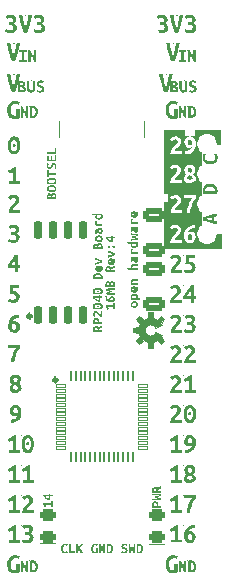
<source format=gto>
G04 #@! TF.GenerationSoftware,KiCad,Pcbnew,(6.0.4)*
G04 #@! TF.CreationDate,2022-05-18T15:56:59-06:00*
G04 #@! TF.ProjectId,RP2040 Dev Board,52503230-3430-4204-9465-7620426f6172,4*
G04 #@! TF.SameCoordinates,Original*
G04 #@! TF.FileFunction,Legend,Top*
G04 #@! TF.FilePolarity,Positive*
%FSLAX46Y46*%
G04 Gerber Fmt 4.6, Leading zero omitted, Abs format (unit mm)*
G04 Created by KiCad (PCBNEW (6.0.4)) date 2022-05-18 15:56:59*
%MOMM*%
%LPD*%
G01*
G04 APERTURE LIST*
G04 Aperture macros list*
%AMRoundRect*
0 Rectangle with rounded corners*
0 $1 Rounding radius*
0 $2 $3 $4 $5 $6 $7 $8 $9 X,Y pos of 4 corners*
0 Add a 4 corners polygon primitive as box body*
4,1,4,$2,$3,$4,$5,$6,$7,$8,$9,$2,$3,0*
0 Add four circle primitives for the rounded corners*
1,1,$1+$1,$2,$3*
1,1,$1+$1,$4,$5*
1,1,$1+$1,$6,$7*
1,1,$1+$1,$8,$9*
0 Add four rect primitives between the rounded corners*
20,1,$1+$1,$2,$3,$4,$5,0*
20,1,$1+$1,$4,$5,$6,$7,0*
20,1,$1+$1,$6,$7,$8,$9,0*
20,1,$1+$1,$8,$9,$2,$3,0*%
%AMRotRect*
0 Rectangle, with rotation*
0 The origin of the aperture is its center*
0 $1 length*
0 $2 width*
0 $3 Rotation angle, in degrees counterclockwise*
0 Add horizontal line*
21,1,$1,$2,0,0,$3*%
%AMFreePoly0*
4,1,9,3.862500,-0.866500,0.737500,-0.866500,0.737500,-0.450000,-0.737500,-0.450000,-0.737500,0.450000,0.737500,0.450000,0.737500,0.866500,3.862500,0.866500,3.862500,-0.866500,3.862500,-0.866500,$1*%
G04 Aperture macros list end*
%ADD10C,0.325000*%
%ADD11C,0.000003*%
%ADD12C,0.150000*%
%ADD13C,0.120000*%
%ADD14C,0.010000*%
%ADD15R,0.600000X0.700000*%
%ADD16R,0.700000X0.600000*%
%ADD17R,0.900000X1.200000*%
%ADD18RoundRect,0.243750X0.456250X-0.243750X0.456250X0.243750X-0.456250X0.243750X-0.456250X-0.243750X0*%
%ADD19R,0.900000X1.300000*%
%ADD20FreePoly0,90.000000*%
%ADD21RotRect,0.700000X0.600000X225.000000*%
%ADD22RoundRect,0.150000X0.150000X-0.650000X0.150000X0.650000X-0.150000X0.650000X-0.150000X-0.650000X0*%
%ADD23RoundRect,0.250000X0.650000X-0.325000X0.650000X0.325000X-0.650000X0.325000X-0.650000X-0.325000X0*%
%ADD24C,0.700000*%
%ADD25R,0.600000X1.450000*%
%ADD26R,0.300000X1.450000*%
%ADD27O,1.050000X2.100000*%
%ADD28RoundRect,0.006000X-0.414000X-0.094000X0.414000X-0.094000X0.414000X0.094000X-0.414000X0.094000X0*%
%ADD29RoundRect,0.020000X-0.080000X-0.400000X0.080000X-0.400000X0.080000X0.400000X-0.080000X0.400000X0*%
%ADD30R,3.100000X3.100000*%
%ADD31C,1.700000*%
%ADD32R,1.700000X1.700000*%
%ADD33O,1.700000X1.700000*%
%ADD34R,1.400000X1.200000*%
%ADD35R,1.600000X1.050000*%
%ADD36RotRect,0.700000X0.600000X315.000000*%
%ADD37RoundRect,0.250000X-0.650000X0.325000X-0.650000X-0.325000X0.650000X-0.325000X0.650000X0.325000X0*%
%ADD38RotRect,0.700000X0.600000X45.000000*%
G04 APERTURE END LIST*
D10*
X143132500Y-58180000D02*
G75*
G03*
X143132500Y-58180000I-162500J0D01*
G01*
G36*
X155101500Y-37047000D02*
G01*
X157006500Y-37047000D01*
X157006500Y-38317000D01*
X155101500Y-38317000D01*
X155101500Y-37047000D01*
G37*
G36*
X155165000Y-45810000D02*
G01*
X157070000Y-45810000D01*
X157070000Y-47090000D01*
X155165000Y-47090000D01*
X155165000Y-45810000D01*
G37*
X140932500Y-52780000D02*
G75*
G03*
X140932500Y-52780000I-162500J0D01*
G01*
D11*
X140748034Y-73456369D02*
X140748034Y-73456115D01*
X140748058Y-73456273D02*
X140748131Y-73456369D01*
X140748131Y-73456200D02*
X140748034Y-73456297D01*
X140748240Y-73456369D02*
X140748240Y-73456200D01*
X140748240Y-73456115D02*
X140748228Y-73456128D01*
X140748240Y-73456140D01*
X140748252Y-73456128D01*
X140748240Y-73456115D01*
X140748240Y-73456140D01*
X140748361Y-73456369D02*
X140748361Y-73456115D01*
X140748361Y-73456212D02*
X140748385Y-73456200D01*
X140748433Y-73456200D01*
X140748457Y-73456212D01*
X140748469Y-73456224D01*
X140748482Y-73456248D01*
X140748482Y-73456321D01*
X140748469Y-73456345D01*
X140748457Y-73456357D01*
X140748433Y-73456369D01*
X140748385Y-73456369D01*
X140748361Y-73456357D01*
X140748699Y-73456200D02*
X140748699Y-73456369D01*
X140748590Y-73456200D02*
X140748590Y-73456333D01*
X140748603Y-73456357D01*
X140748627Y-73456369D01*
X140748663Y-73456369D01*
X140748687Y-73456357D01*
X140748699Y-73456345D01*
X140748796Y-73456200D02*
X140748929Y-73456200D01*
X140748796Y-73456369D01*
X140748929Y-73456369D01*
X140749002Y-73456200D02*
X140749135Y-73456200D01*
X140749002Y-73456369D01*
X140749135Y-73456369D01*
X140749340Y-73456369D02*
X140749340Y-73456236D01*
X140749328Y-73456212D01*
X140749304Y-73456200D01*
X140749256Y-73456200D01*
X140749231Y-73456212D01*
X140749340Y-73456357D02*
X140749316Y-73456369D01*
X140749256Y-73456369D01*
X140749231Y-73456357D01*
X140749219Y-73456333D01*
X140749219Y-73456309D01*
X140749231Y-73456285D01*
X140749256Y-73456273D01*
X140749316Y-73456273D01*
X140749340Y-73456261D01*
X140749461Y-73456369D02*
X140749461Y-73456200D01*
X140749461Y-73456248D02*
X140749473Y-73456224D01*
X140749485Y-73456212D01*
X140749510Y-73456200D01*
X140749534Y-73456200D01*
X140749727Y-73456369D02*
X140749727Y-73456115D01*
X140749727Y-73456357D02*
X140749703Y-73456369D01*
X140749655Y-73456369D01*
X140749631Y-73456357D01*
X140749619Y-73456345D01*
X140749606Y-73456321D01*
X140749606Y-73456248D01*
X140749619Y-73456224D01*
X140749631Y-73456212D01*
X140749655Y-73456200D01*
X140749703Y-73456200D01*
X140749727Y-73456212D01*
X140749848Y-73456273D02*
X140750042Y-73456273D01*
X140750272Y-73456115D02*
X140750223Y-73456115D01*
X140750199Y-73456128D01*
X140750187Y-73456140D01*
X140750163Y-73456176D01*
X140750151Y-73456224D01*
X140750151Y-73456321D01*
X140750163Y-73456345D01*
X140750175Y-73456357D01*
X140750199Y-73456369D01*
X140750247Y-73456369D01*
X140750272Y-73456357D01*
X140750284Y-73456345D01*
X140750296Y-73456321D01*
X140750296Y-73456261D01*
X140750284Y-73456236D01*
X140750272Y-73456224D01*
X140750247Y-73456212D01*
X140750199Y-73456212D01*
X140750175Y-73456224D01*
X140750163Y-73456236D01*
X140750151Y-73456261D01*
X140750393Y-73456140D02*
X140750405Y-73456128D01*
X140750429Y-73456115D01*
X140750489Y-73456115D01*
X140750514Y-73456128D01*
X140750526Y-73456140D01*
X140750538Y-73456164D01*
X140750538Y-73456188D01*
X140750526Y-73456224D01*
X140750381Y-73456369D01*
X140750538Y-73456369D01*
X140750755Y-73456200D02*
X140750755Y-73456369D01*
X140750695Y-73456103D02*
X140750635Y-73456285D01*
X140750792Y-73456285D01*
X140750876Y-73456297D02*
X140750997Y-73456297D01*
X140750852Y-73456369D02*
X140750937Y-73456115D01*
X140751022Y-73456369D01*
X140751082Y-73456115D02*
X140751239Y-73456115D01*
X140751155Y-73456212D01*
X140751191Y-73456212D01*
X140751215Y-73456224D01*
X140751227Y-73456236D01*
X140751239Y-73456261D01*
X140751239Y-73456321D01*
X140751227Y-73456345D01*
X140751215Y-73456357D01*
X140751191Y-73456369D01*
X140751118Y-73456369D01*
X140751094Y-73456357D01*
X140751082Y-73456345D01*
X140751324Y-73456115D02*
X140751481Y-73456115D01*
X140751397Y-73456212D01*
X140751433Y-73456212D01*
X140751457Y-73456224D01*
X140751469Y-73456236D01*
X140751481Y-73456261D01*
X140751481Y-73456321D01*
X140751469Y-73456345D01*
X140751457Y-73456357D01*
X140751433Y-73456369D01*
X140751360Y-73456369D01*
X140751336Y-73456357D01*
X140751324Y-73456345D01*
X140751590Y-73456369D02*
X140751590Y-73456115D01*
X140751651Y-73456115D01*
X140751687Y-73456128D01*
X140751711Y-73456152D01*
X140751723Y-73456176D01*
X140751735Y-73456224D01*
X140751735Y-73456261D01*
X140751723Y-73456309D01*
X140751711Y-73456333D01*
X140751687Y-73456357D01*
X140751651Y-73456369D01*
X140751590Y-73456369D01*
X140751820Y-73456115D02*
X140751989Y-73456115D01*
X140751880Y-73456369D01*
X154118028Y-30238275D02*
X154118028Y-30238021D01*
X154118052Y-30238179D02*
X154118125Y-30238275D01*
X154118125Y-30238106D02*
X154118028Y-30238203D01*
X154118234Y-30238275D02*
X154118234Y-30238106D01*
X154118234Y-30238021D02*
X154118222Y-30238034D01*
X154118234Y-30238046D01*
X154118246Y-30238034D01*
X154118234Y-30238021D01*
X154118234Y-30238046D01*
X154118355Y-30238275D02*
X154118355Y-30238021D01*
X154118355Y-30238118D02*
X154118379Y-30238106D01*
X154118427Y-30238106D01*
X154118451Y-30238118D01*
X154118463Y-30238130D01*
X154118476Y-30238154D01*
X154118476Y-30238227D01*
X154118463Y-30238251D01*
X154118451Y-30238263D01*
X154118427Y-30238275D01*
X154118379Y-30238275D01*
X154118355Y-30238263D01*
X154118693Y-30238106D02*
X154118693Y-30238275D01*
X154118584Y-30238106D02*
X154118584Y-30238239D01*
X154118596Y-30238263D01*
X154118621Y-30238275D01*
X154118657Y-30238275D01*
X154118681Y-30238263D01*
X154118693Y-30238251D01*
X154118790Y-30238106D02*
X154118923Y-30238106D01*
X154118790Y-30238275D01*
X154118923Y-30238275D01*
X154118996Y-30238106D02*
X154119129Y-30238106D01*
X154118996Y-30238275D01*
X154119129Y-30238275D01*
X154119334Y-30238275D02*
X154119334Y-30238142D01*
X154119322Y-30238118D01*
X154119298Y-30238106D01*
X154119250Y-30238106D01*
X154119225Y-30238118D01*
X154119334Y-30238263D02*
X154119310Y-30238275D01*
X154119250Y-30238275D01*
X154119225Y-30238263D01*
X154119213Y-30238239D01*
X154119213Y-30238215D01*
X154119225Y-30238191D01*
X154119250Y-30238179D01*
X154119310Y-30238179D01*
X154119334Y-30238167D01*
X154119455Y-30238275D02*
X154119455Y-30238106D01*
X154119455Y-30238154D02*
X154119467Y-30238130D01*
X154119479Y-30238118D01*
X154119504Y-30238106D01*
X154119528Y-30238106D01*
X154119721Y-30238275D02*
X154119721Y-30238021D01*
X154119721Y-30238263D02*
X154119697Y-30238275D01*
X154119649Y-30238275D01*
X154119625Y-30238263D01*
X154119612Y-30238251D01*
X154119600Y-30238227D01*
X154119600Y-30238154D01*
X154119612Y-30238130D01*
X154119625Y-30238118D01*
X154119649Y-30238106D01*
X154119697Y-30238106D01*
X154119721Y-30238118D01*
X154119842Y-30238179D02*
X154120036Y-30238179D01*
X154120266Y-30238021D02*
X154120217Y-30238021D01*
X154120193Y-30238034D01*
X154120181Y-30238046D01*
X154120157Y-30238082D01*
X154120145Y-30238130D01*
X154120145Y-30238227D01*
X154120157Y-30238251D01*
X154120169Y-30238263D01*
X154120193Y-30238275D01*
X154120241Y-30238275D01*
X154120266Y-30238263D01*
X154120278Y-30238251D01*
X154120290Y-30238227D01*
X154120290Y-30238167D01*
X154120278Y-30238142D01*
X154120266Y-30238130D01*
X154120241Y-30238118D01*
X154120193Y-30238118D01*
X154120169Y-30238130D01*
X154120157Y-30238142D01*
X154120145Y-30238167D01*
X154120387Y-30238046D02*
X154120399Y-30238034D01*
X154120423Y-30238021D01*
X154120483Y-30238021D01*
X154120508Y-30238034D01*
X154120520Y-30238046D01*
X154120532Y-30238070D01*
X154120532Y-30238094D01*
X154120520Y-30238130D01*
X154120374Y-30238275D01*
X154120532Y-30238275D01*
X154120749Y-30238106D02*
X154120749Y-30238275D01*
X154120689Y-30238009D02*
X154120628Y-30238191D01*
X154120786Y-30238191D01*
X154120870Y-30238203D02*
X154120991Y-30238203D01*
X154120846Y-30238275D02*
X154120931Y-30238021D01*
X154121016Y-30238275D01*
X154121076Y-30238021D02*
X154121233Y-30238021D01*
X154121149Y-30238118D01*
X154121185Y-30238118D01*
X154121209Y-30238130D01*
X154121221Y-30238142D01*
X154121233Y-30238167D01*
X154121233Y-30238227D01*
X154121221Y-30238251D01*
X154121209Y-30238263D01*
X154121185Y-30238275D01*
X154121112Y-30238275D01*
X154121088Y-30238263D01*
X154121076Y-30238251D01*
X154121330Y-30238046D02*
X154121342Y-30238034D01*
X154121366Y-30238021D01*
X154121427Y-30238021D01*
X154121451Y-30238034D01*
X154121463Y-30238046D01*
X154121475Y-30238070D01*
X154121475Y-30238094D01*
X154121463Y-30238130D01*
X154121318Y-30238275D01*
X154121475Y-30238275D01*
X154121729Y-30238251D02*
X154121717Y-30238263D01*
X154121681Y-30238275D01*
X154121657Y-30238275D01*
X154121620Y-30238263D01*
X154121596Y-30238239D01*
X154121584Y-30238215D01*
X154121572Y-30238167D01*
X154121572Y-30238130D01*
X154121584Y-30238082D01*
X154121596Y-30238058D01*
X154121620Y-30238034D01*
X154121657Y-30238021D01*
X154121681Y-30238021D01*
X154121717Y-30238034D01*
X154121729Y-30238046D01*
X154121983Y-30238251D02*
X154121971Y-30238263D01*
X154121935Y-30238275D01*
X154121911Y-30238275D01*
X154121874Y-30238263D01*
X154121850Y-30238239D01*
X154121838Y-30238215D01*
X154121826Y-30238167D01*
X154121826Y-30238130D01*
X154121838Y-30238082D01*
X154121850Y-30238058D01*
X154121874Y-30238034D01*
X154121911Y-30238021D01*
X154121935Y-30238021D01*
X154121971Y-30238034D01*
X154121983Y-30238046D01*
X154148034Y-73456369D02*
X154148034Y-73456115D01*
X154148058Y-73456273D02*
X154148131Y-73456369D01*
X154148131Y-73456200D02*
X154148034Y-73456297D01*
X154148240Y-73456369D02*
X154148240Y-73456200D01*
X154148240Y-73456115D02*
X154148228Y-73456128D01*
X154148240Y-73456140D01*
X154148252Y-73456128D01*
X154148240Y-73456115D01*
X154148240Y-73456140D01*
X154148361Y-73456369D02*
X154148361Y-73456115D01*
X154148361Y-73456212D02*
X154148385Y-73456200D01*
X154148433Y-73456200D01*
X154148457Y-73456212D01*
X154148469Y-73456224D01*
X154148482Y-73456248D01*
X154148482Y-73456321D01*
X154148469Y-73456345D01*
X154148457Y-73456357D01*
X154148433Y-73456369D01*
X154148385Y-73456369D01*
X154148361Y-73456357D01*
X154148699Y-73456200D02*
X154148699Y-73456369D01*
X154148590Y-73456200D02*
X154148590Y-73456333D01*
X154148603Y-73456357D01*
X154148627Y-73456369D01*
X154148663Y-73456369D01*
X154148687Y-73456357D01*
X154148699Y-73456345D01*
X154148796Y-73456200D02*
X154148929Y-73456200D01*
X154148796Y-73456369D01*
X154148929Y-73456369D01*
X154149002Y-73456200D02*
X154149135Y-73456200D01*
X154149002Y-73456369D01*
X154149135Y-73456369D01*
X154149340Y-73456369D02*
X154149340Y-73456236D01*
X154149328Y-73456212D01*
X154149304Y-73456200D01*
X154149256Y-73456200D01*
X154149231Y-73456212D01*
X154149340Y-73456357D02*
X154149316Y-73456369D01*
X154149256Y-73456369D01*
X154149231Y-73456357D01*
X154149219Y-73456333D01*
X154149219Y-73456309D01*
X154149231Y-73456285D01*
X154149256Y-73456273D01*
X154149316Y-73456273D01*
X154149340Y-73456261D01*
X154149461Y-73456369D02*
X154149461Y-73456200D01*
X154149461Y-73456248D02*
X154149473Y-73456224D01*
X154149485Y-73456212D01*
X154149510Y-73456200D01*
X154149534Y-73456200D01*
X154149727Y-73456369D02*
X154149727Y-73456115D01*
X154149727Y-73456357D02*
X154149703Y-73456369D01*
X154149655Y-73456369D01*
X154149631Y-73456357D01*
X154149619Y-73456345D01*
X154149606Y-73456321D01*
X154149606Y-73456248D01*
X154149619Y-73456224D01*
X154149631Y-73456212D01*
X154149655Y-73456200D01*
X154149703Y-73456200D01*
X154149727Y-73456212D01*
X154149848Y-73456273D02*
X154150042Y-73456273D01*
X154150272Y-73456115D02*
X154150223Y-73456115D01*
X154150199Y-73456128D01*
X154150187Y-73456140D01*
X154150163Y-73456176D01*
X154150151Y-73456224D01*
X154150151Y-73456321D01*
X154150163Y-73456345D01*
X154150175Y-73456357D01*
X154150199Y-73456369D01*
X154150247Y-73456369D01*
X154150272Y-73456357D01*
X154150284Y-73456345D01*
X154150296Y-73456321D01*
X154150296Y-73456261D01*
X154150284Y-73456236D01*
X154150272Y-73456224D01*
X154150247Y-73456212D01*
X154150199Y-73456212D01*
X154150175Y-73456224D01*
X154150163Y-73456236D01*
X154150151Y-73456261D01*
X154150393Y-73456140D02*
X154150405Y-73456128D01*
X154150429Y-73456115D01*
X154150489Y-73456115D01*
X154150514Y-73456128D01*
X154150526Y-73456140D01*
X154150538Y-73456164D01*
X154150538Y-73456188D01*
X154150526Y-73456224D01*
X154150381Y-73456369D01*
X154150538Y-73456369D01*
X154150755Y-73456200D02*
X154150755Y-73456369D01*
X154150695Y-73456103D02*
X154150635Y-73456285D01*
X154150792Y-73456285D01*
X154150876Y-73456297D02*
X154150997Y-73456297D01*
X154150852Y-73456369D02*
X154150937Y-73456115D01*
X154151022Y-73456369D01*
X154151082Y-73456115D02*
X154151239Y-73456115D01*
X154151155Y-73456212D01*
X154151191Y-73456212D01*
X154151215Y-73456224D01*
X154151227Y-73456236D01*
X154151239Y-73456261D01*
X154151239Y-73456321D01*
X154151227Y-73456345D01*
X154151215Y-73456357D01*
X154151191Y-73456369D01*
X154151118Y-73456369D01*
X154151094Y-73456357D01*
X154151082Y-73456345D01*
X154151324Y-73456115D02*
X154151481Y-73456115D01*
X154151397Y-73456212D01*
X154151433Y-73456212D01*
X154151457Y-73456224D01*
X154151469Y-73456236D01*
X154151481Y-73456261D01*
X154151481Y-73456321D01*
X154151469Y-73456345D01*
X154151457Y-73456357D01*
X154151433Y-73456369D01*
X154151360Y-73456369D01*
X154151336Y-73456357D01*
X154151324Y-73456345D01*
X154151590Y-73456369D02*
X154151590Y-73456115D01*
X154151651Y-73456115D01*
X154151687Y-73456128D01*
X154151711Y-73456152D01*
X154151723Y-73456176D01*
X154151735Y-73456224D01*
X154151735Y-73456261D01*
X154151723Y-73456309D01*
X154151711Y-73456333D01*
X154151687Y-73456357D01*
X154151651Y-73456369D01*
X154151590Y-73456369D01*
X154151820Y-73456115D02*
X154151989Y-73456115D01*
X154151880Y-73456369D01*
X152918052Y-29692609D02*
X152918052Y-29692355D01*
X152918076Y-29692513D02*
X152918149Y-29692609D01*
X152918149Y-29692440D02*
X152918052Y-29692537D01*
X152918258Y-29692609D02*
X152918258Y-29692440D01*
X152918258Y-29692355D02*
X152918246Y-29692368D01*
X152918258Y-29692380D01*
X152918270Y-29692368D01*
X152918258Y-29692355D01*
X152918258Y-29692380D01*
X152918379Y-29692609D02*
X152918379Y-29692355D01*
X152918379Y-29692452D02*
X152918403Y-29692440D01*
X152918451Y-29692440D01*
X152918476Y-29692452D01*
X152918488Y-29692464D01*
X152918500Y-29692488D01*
X152918500Y-29692561D01*
X152918488Y-29692585D01*
X152918476Y-29692597D01*
X152918451Y-29692609D01*
X152918403Y-29692609D01*
X152918379Y-29692597D01*
X152918717Y-29692440D02*
X152918717Y-29692609D01*
X152918609Y-29692440D02*
X152918609Y-29692573D01*
X152918621Y-29692597D01*
X152918645Y-29692609D01*
X152918681Y-29692609D01*
X152918705Y-29692597D01*
X152918717Y-29692585D01*
X152918814Y-29692440D02*
X152918947Y-29692440D01*
X152918814Y-29692609D01*
X152918947Y-29692609D01*
X152919020Y-29692440D02*
X152919153Y-29692440D01*
X152919020Y-29692609D01*
X152919153Y-29692609D01*
X152919358Y-29692609D02*
X152919358Y-29692476D01*
X152919346Y-29692452D01*
X152919322Y-29692440D01*
X152919274Y-29692440D01*
X152919250Y-29692452D01*
X152919358Y-29692597D02*
X152919334Y-29692609D01*
X152919274Y-29692609D01*
X152919250Y-29692597D01*
X152919238Y-29692573D01*
X152919238Y-29692549D01*
X152919250Y-29692525D01*
X152919274Y-29692513D01*
X152919334Y-29692513D01*
X152919358Y-29692501D01*
X152919479Y-29692609D02*
X152919479Y-29692440D01*
X152919479Y-29692488D02*
X152919492Y-29692464D01*
X152919504Y-29692452D01*
X152919528Y-29692440D01*
X152919552Y-29692440D01*
X152919746Y-29692609D02*
X152919746Y-29692355D01*
X152919746Y-29692597D02*
X152919721Y-29692609D01*
X152919673Y-29692609D01*
X152919649Y-29692597D01*
X152919637Y-29692585D01*
X152919625Y-29692561D01*
X152919625Y-29692488D01*
X152919637Y-29692464D01*
X152919649Y-29692452D01*
X152919673Y-29692440D01*
X152919721Y-29692440D01*
X152919746Y-29692452D01*
X152919866Y-29692513D02*
X152920060Y-29692513D01*
X152920290Y-29692355D02*
X152920241Y-29692355D01*
X152920217Y-29692368D01*
X152920205Y-29692380D01*
X152920181Y-29692416D01*
X152920169Y-29692464D01*
X152920169Y-29692561D01*
X152920181Y-29692585D01*
X152920193Y-29692597D01*
X152920217Y-29692609D01*
X152920266Y-29692609D01*
X152920290Y-29692597D01*
X152920302Y-29692585D01*
X152920314Y-29692561D01*
X152920314Y-29692501D01*
X152920302Y-29692476D01*
X152920290Y-29692464D01*
X152920266Y-29692452D01*
X152920217Y-29692452D01*
X152920193Y-29692464D01*
X152920181Y-29692476D01*
X152920169Y-29692501D01*
X152920411Y-29692380D02*
X152920423Y-29692368D01*
X152920447Y-29692355D01*
X152920508Y-29692355D01*
X152920532Y-29692368D01*
X152920544Y-29692380D01*
X152920556Y-29692404D01*
X152920556Y-29692428D01*
X152920544Y-29692464D01*
X152920399Y-29692609D01*
X152920556Y-29692609D01*
X152920774Y-29692440D02*
X152920774Y-29692609D01*
X152920713Y-29692343D02*
X152920653Y-29692525D01*
X152920810Y-29692525D01*
X152920895Y-29692537D02*
X152921016Y-29692537D01*
X152920870Y-29692609D02*
X152920955Y-29692355D01*
X152921040Y-29692609D01*
X152921100Y-29692355D02*
X152921257Y-29692355D01*
X152921173Y-29692452D01*
X152921209Y-29692452D01*
X152921233Y-29692464D01*
X152921245Y-29692476D01*
X152921257Y-29692501D01*
X152921257Y-29692561D01*
X152921245Y-29692585D01*
X152921233Y-29692597D01*
X152921209Y-29692609D01*
X152921136Y-29692609D01*
X152921112Y-29692597D01*
X152921100Y-29692585D01*
X152921354Y-29692380D02*
X152921366Y-29692368D01*
X152921390Y-29692355D01*
X152921451Y-29692355D01*
X152921475Y-29692368D01*
X152921487Y-29692380D01*
X152921499Y-29692404D01*
X152921499Y-29692428D01*
X152921487Y-29692464D01*
X152921342Y-29692609D01*
X152921499Y-29692609D01*
X152921596Y-29692537D02*
X152921717Y-29692537D01*
X152921572Y-29692609D02*
X152921657Y-29692355D01*
X152921741Y-29692609D01*
X152921874Y-29692355D02*
X152921898Y-29692355D01*
X152921923Y-29692368D01*
X152921935Y-29692380D01*
X152921947Y-29692404D01*
X152921959Y-29692452D01*
X152921959Y-29692513D01*
X152921947Y-29692561D01*
X152921935Y-29692585D01*
X152921923Y-29692597D01*
X152921898Y-29692609D01*
X152921874Y-29692609D01*
X152921850Y-29692597D01*
X152921838Y-29692585D01*
X152921826Y-29692561D01*
X152921814Y-29692513D01*
X152921814Y-29692452D01*
X152921826Y-29692404D01*
X152921838Y-29692380D01*
X152921850Y-29692368D01*
X152921874Y-29692355D01*
X153768040Y-65359272D02*
X153768040Y-65359018D01*
X153768064Y-65359176D02*
X153768137Y-65359272D01*
X153768137Y-65359103D02*
X153768040Y-65359200D01*
X153768246Y-65359272D02*
X153768246Y-65359103D01*
X153768246Y-65359018D02*
X153768234Y-65359031D01*
X153768246Y-65359043D01*
X153768258Y-65359031D01*
X153768246Y-65359018D01*
X153768246Y-65359043D01*
X153768367Y-65359272D02*
X153768367Y-65359018D01*
X153768367Y-65359115D02*
X153768391Y-65359103D01*
X153768439Y-65359103D01*
X153768463Y-65359115D01*
X153768476Y-65359127D01*
X153768488Y-65359151D01*
X153768488Y-65359224D01*
X153768476Y-65359248D01*
X153768463Y-65359260D01*
X153768439Y-65359272D01*
X153768391Y-65359272D01*
X153768367Y-65359260D01*
X153768705Y-65359103D02*
X153768705Y-65359272D01*
X153768596Y-65359103D02*
X153768596Y-65359236D01*
X153768609Y-65359260D01*
X153768633Y-65359272D01*
X153768669Y-65359272D01*
X153768693Y-65359260D01*
X153768705Y-65359248D01*
X153768802Y-65359103D02*
X153768935Y-65359103D01*
X153768802Y-65359272D01*
X153768935Y-65359272D01*
X153769008Y-65359103D02*
X153769141Y-65359103D01*
X153769008Y-65359272D01*
X153769141Y-65359272D01*
X153769346Y-65359272D02*
X153769346Y-65359139D01*
X153769334Y-65359115D01*
X153769310Y-65359103D01*
X153769262Y-65359103D01*
X153769238Y-65359115D01*
X153769346Y-65359260D02*
X153769322Y-65359272D01*
X153769262Y-65359272D01*
X153769238Y-65359260D01*
X153769225Y-65359236D01*
X153769225Y-65359212D01*
X153769238Y-65359188D01*
X153769262Y-65359176D01*
X153769322Y-65359176D01*
X153769346Y-65359164D01*
X153769467Y-65359272D02*
X153769467Y-65359103D01*
X153769467Y-65359151D02*
X153769479Y-65359127D01*
X153769492Y-65359115D01*
X153769516Y-65359103D01*
X153769540Y-65359103D01*
X153769733Y-65359272D02*
X153769733Y-65359018D01*
X153769733Y-65359260D02*
X153769709Y-65359272D01*
X153769661Y-65359272D01*
X153769637Y-65359260D01*
X153769625Y-65359248D01*
X153769612Y-65359224D01*
X153769612Y-65359151D01*
X153769625Y-65359127D01*
X153769637Y-65359115D01*
X153769661Y-65359103D01*
X153769709Y-65359103D01*
X153769733Y-65359115D01*
X153769854Y-65359176D02*
X153770048Y-65359176D01*
X153770278Y-65359018D02*
X153770229Y-65359018D01*
X153770205Y-65359031D01*
X153770193Y-65359043D01*
X153770169Y-65359079D01*
X153770157Y-65359127D01*
X153770157Y-65359224D01*
X153770169Y-65359248D01*
X153770181Y-65359260D01*
X153770205Y-65359272D01*
X153770254Y-65359272D01*
X153770278Y-65359260D01*
X153770290Y-65359248D01*
X153770302Y-65359224D01*
X153770302Y-65359164D01*
X153770290Y-65359139D01*
X153770278Y-65359127D01*
X153770254Y-65359115D01*
X153770205Y-65359115D01*
X153770181Y-65359127D01*
X153770169Y-65359139D01*
X153770157Y-65359164D01*
X153770399Y-65359043D02*
X153770411Y-65359031D01*
X153770435Y-65359018D01*
X153770495Y-65359018D01*
X153770520Y-65359031D01*
X153770532Y-65359043D01*
X153770544Y-65359067D01*
X153770544Y-65359091D01*
X153770532Y-65359127D01*
X153770387Y-65359272D01*
X153770544Y-65359272D01*
X153770762Y-65359103D02*
X153770762Y-65359272D01*
X153770701Y-65359006D02*
X153770641Y-65359188D01*
X153770798Y-65359188D01*
X153770882Y-65359200D02*
X153771003Y-65359200D01*
X153770858Y-65359272D02*
X153770943Y-65359018D01*
X153771028Y-65359272D01*
X153771088Y-65359018D02*
X153771245Y-65359018D01*
X153771161Y-65359115D01*
X153771197Y-65359115D01*
X153771221Y-65359127D01*
X153771233Y-65359139D01*
X153771245Y-65359164D01*
X153771245Y-65359224D01*
X153771233Y-65359248D01*
X153771221Y-65359260D01*
X153771197Y-65359272D01*
X153771124Y-65359272D01*
X153771100Y-65359260D01*
X153771088Y-65359248D01*
X153771475Y-65359018D02*
X153771354Y-65359018D01*
X153771342Y-65359139D01*
X153771354Y-65359127D01*
X153771378Y-65359115D01*
X153771439Y-65359115D01*
X153771463Y-65359127D01*
X153771475Y-65359139D01*
X153771487Y-65359164D01*
X153771487Y-65359224D01*
X153771475Y-65359248D01*
X153771463Y-65359260D01*
X153771439Y-65359272D01*
X153771378Y-65359272D01*
X153771354Y-65359260D01*
X153771342Y-65359248D01*
X153771632Y-65359127D02*
X153771608Y-65359115D01*
X153771596Y-65359103D01*
X153771584Y-65359079D01*
X153771584Y-65359067D01*
X153771596Y-65359043D01*
X153771608Y-65359031D01*
X153771632Y-65359018D01*
X153771681Y-65359018D01*
X153771705Y-65359031D01*
X153771717Y-65359043D01*
X153771729Y-65359067D01*
X153771729Y-65359079D01*
X153771717Y-65359103D01*
X153771705Y-65359115D01*
X153771681Y-65359127D01*
X153771632Y-65359127D01*
X153771608Y-65359139D01*
X153771596Y-65359151D01*
X153771584Y-65359176D01*
X153771584Y-65359224D01*
X153771596Y-65359248D01*
X153771608Y-65359260D01*
X153771632Y-65359272D01*
X153771681Y-65359272D01*
X153771705Y-65359260D01*
X153771717Y-65359248D01*
X153771729Y-65359224D01*
X153771729Y-65359176D01*
X153771717Y-65359151D01*
X153771705Y-65359139D01*
X153771681Y-65359127D01*
X153771814Y-65359018D02*
X153771983Y-65359018D01*
X153771874Y-65359272D01*
X153768046Y-55215940D02*
X153768046Y-55215686D01*
X153768070Y-55215844D02*
X153768143Y-55215940D01*
X153768143Y-55215771D02*
X153768046Y-55215868D01*
X153768252Y-55215940D02*
X153768252Y-55215771D01*
X153768252Y-55215686D02*
X153768240Y-55215699D01*
X153768252Y-55215711D01*
X153768264Y-55215699D01*
X153768252Y-55215686D01*
X153768252Y-55215711D01*
X153768373Y-55215940D02*
X153768373Y-55215686D01*
X153768373Y-55215783D02*
X153768397Y-55215771D01*
X153768445Y-55215771D01*
X153768469Y-55215783D01*
X153768482Y-55215795D01*
X153768494Y-55215819D01*
X153768494Y-55215892D01*
X153768482Y-55215916D01*
X153768469Y-55215928D01*
X153768445Y-55215940D01*
X153768397Y-55215940D01*
X153768373Y-55215928D01*
X153768711Y-55215771D02*
X153768711Y-55215940D01*
X153768603Y-55215771D02*
X153768603Y-55215904D01*
X153768615Y-55215928D01*
X153768639Y-55215940D01*
X153768675Y-55215940D01*
X153768699Y-55215928D01*
X153768711Y-55215916D01*
X153768808Y-55215771D02*
X153768941Y-55215771D01*
X153768808Y-55215940D01*
X153768941Y-55215940D01*
X153769014Y-55215771D02*
X153769147Y-55215771D01*
X153769014Y-55215940D01*
X153769147Y-55215940D01*
X153769352Y-55215940D02*
X153769352Y-55215807D01*
X153769340Y-55215783D01*
X153769316Y-55215771D01*
X153769268Y-55215771D01*
X153769244Y-55215783D01*
X153769352Y-55215928D02*
X153769328Y-55215940D01*
X153769268Y-55215940D01*
X153769244Y-55215928D01*
X153769231Y-55215904D01*
X153769231Y-55215880D01*
X153769244Y-55215856D01*
X153769268Y-55215844D01*
X153769328Y-55215844D01*
X153769352Y-55215832D01*
X153769473Y-55215940D02*
X153769473Y-55215771D01*
X153769473Y-55215819D02*
X153769485Y-55215795D01*
X153769498Y-55215783D01*
X153769522Y-55215771D01*
X153769546Y-55215771D01*
X153769739Y-55215940D02*
X153769739Y-55215686D01*
X153769739Y-55215928D02*
X153769715Y-55215940D01*
X153769667Y-55215940D01*
X153769643Y-55215928D01*
X153769631Y-55215916D01*
X153769619Y-55215892D01*
X153769619Y-55215819D01*
X153769631Y-55215795D01*
X153769643Y-55215783D01*
X153769667Y-55215771D01*
X153769715Y-55215771D01*
X153769739Y-55215783D01*
X153769860Y-55215844D02*
X153770054Y-55215844D01*
X153770284Y-55215686D02*
X153770235Y-55215686D01*
X153770211Y-55215699D01*
X153770199Y-55215711D01*
X153770175Y-55215747D01*
X153770163Y-55215795D01*
X153770163Y-55215892D01*
X153770175Y-55215916D01*
X153770187Y-55215928D01*
X153770211Y-55215940D01*
X153770260Y-55215940D01*
X153770284Y-55215928D01*
X153770296Y-55215916D01*
X153770308Y-55215892D01*
X153770308Y-55215832D01*
X153770296Y-55215807D01*
X153770284Y-55215795D01*
X153770260Y-55215783D01*
X153770211Y-55215783D01*
X153770187Y-55215795D01*
X153770175Y-55215807D01*
X153770163Y-55215832D01*
X153770405Y-55215711D02*
X153770417Y-55215699D01*
X153770441Y-55215686D01*
X153770501Y-55215686D01*
X153770526Y-55215699D01*
X153770538Y-55215711D01*
X153770550Y-55215735D01*
X153770550Y-55215759D01*
X153770538Y-55215795D01*
X153770393Y-55215940D01*
X153770550Y-55215940D01*
X153770768Y-55215771D02*
X153770768Y-55215940D01*
X153770707Y-55215674D02*
X153770647Y-55215856D01*
X153770804Y-55215856D01*
X153770889Y-55215868D02*
X153771009Y-55215868D01*
X153770864Y-55215940D02*
X153770949Y-55215686D01*
X153771034Y-55215940D01*
X153771094Y-55215686D02*
X153771251Y-55215686D01*
X153771167Y-55215783D01*
X153771203Y-55215783D01*
X153771227Y-55215795D01*
X153771239Y-55215807D01*
X153771251Y-55215832D01*
X153771251Y-55215892D01*
X153771239Y-55215916D01*
X153771227Y-55215928D01*
X153771203Y-55215940D01*
X153771130Y-55215940D01*
X153771106Y-55215928D01*
X153771094Y-55215916D01*
X153771481Y-55215686D02*
X153771360Y-55215686D01*
X153771348Y-55215807D01*
X153771360Y-55215795D01*
X153771384Y-55215783D01*
X153771445Y-55215783D01*
X153771469Y-55215795D01*
X153771481Y-55215807D01*
X153771493Y-55215832D01*
X153771493Y-55215892D01*
X153771481Y-55215916D01*
X153771469Y-55215928D01*
X153771445Y-55215940D01*
X153771384Y-55215940D01*
X153771360Y-55215928D01*
X153771348Y-55215916D01*
X153771602Y-55215807D02*
X153771687Y-55215807D01*
X153771723Y-55215940D02*
X153771602Y-55215940D01*
X153771602Y-55215686D01*
X153771723Y-55215686D01*
X153771941Y-55215686D02*
X153771892Y-55215686D01*
X153771868Y-55215699D01*
X153771856Y-55215711D01*
X153771832Y-55215747D01*
X153771820Y-55215795D01*
X153771820Y-55215892D01*
X153771832Y-55215916D01*
X153771844Y-55215928D01*
X153771868Y-55215940D01*
X153771917Y-55215940D01*
X153771941Y-55215928D01*
X153771953Y-55215916D01*
X153771965Y-55215892D01*
X153771965Y-55215832D01*
X153771953Y-55215807D01*
X153771941Y-55215795D01*
X153771917Y-55215783D01*
X153771868Y-55215783D01*
X153771844Y-55215795D01*
X153771832Y-55215807D01*
X153771820Y-55215832D01*
X152318052Y-32292609D02*
X152318052Y-32292355D01*
X152318076Y-32292513D02*
X152318149Y-32292609D01*
X152318149Y-32292440D02*
X152318052Y-32292537D01*
X152318258Y-32292609D02*
X152318258Y-32292440D01*
X152318258Y-32292355D02*
X152318246Y-32292368D01*
X152318258Y-32292380D01*
X152318270Y-32292368D01*
X152318258Y-32292355D01*
X152318258Y-32292380D01*
X152318379Y-32292609D02*
X152318379Y-32292355D01*
X152318379Y-32292452D02*
X152318403Y-32292440D01*
X152318451Y-32292440D01*
X152318476Y-32292452D01*
X152318488Y-32292464D01*
X152318500Y-32292488D01*
X152318500Y-32292561D01*
X152318488Y-32292585D01*
X152318476Y-32292597D01*
X152318451Y-32292609D01*
X152318403Y-32292609D01*
X152318379Y-32292597D01*
X152318717Y-32292440D02*
X152318717Y-32292609D01*
X152318609Y-32292440D02*
X152318609Y-32292573D01*
X152318621Y-32292597D01*
X152318645Y-32292609D01*
X152318681Y-32292609D01*
X152318705Y-32292597D01*
X152318717Y-32292585D01*
X152318814Y-32292440D02*
X152318947Y-32292440D01*
X152318814Y-32292609D01*
X152318947Y-32292609D01*
X152319020Y-32292440D02*
X152319153Y-32292440D01*
X152319020Y-32292609D01*
X152319153Y-32292609D01*
X152319358Y-32292609D02*
X152319358Y-32292476D01*
X152319346Y-32292452D01*
X152319322Y-32292440D01*
X152319274Y-32292440D01*
X152319250Y-32292452D01*
X152319358Y-32292597D02*
X152319334Y-32292609D01*
X152319274Y-32292609D01*
X152319250Y-32292597D01*
X152319238Y-32292573D01*
X152319238Y-32292549D01*
X152319250Y-32292525D01*
X152319274Y-32292513D01*
X152319334Y-32292513D01*
X152319358Y-32292501D01*
X152319479Y-32292609D02*
X152319479Y-32292440D01*
X152319479Y-32292488D02*
X152319492Y-32292464D01*
X152319504Y-32292452D01*
X152319528Y-32292440D01*
X152319552Y-32292440D01*
X152319746Y-32292609D02*
X152319746Y-32292355D01*
X152319746Y-32292597D02*
X152319721Y-32292609D01*
X152319673Y-32292609D01*
X152319649Y-32292597D01*
X152319637Y-32292585D01*
X152319625Y-32292561D01*
X152319625Y-32292488D01*
X152319637Y-32292464D01*
X152319649Y-32292452D01*
X152319673Y-32292440D01*
X152319721Y-32292440D01*
X152319746Y-32292452D01*
X152319866Y-32292513D02*
X152320060Y-32292513D01*
X152320290Y-32292355D02*
X152320241Y-32292355D01*
X152320217Y-32292368D01*
X152320205Y-32292380D01*
X152320181Y-32292416D01*
X152320169Y-32292464D01*
X152320169Y-32292561D01*
X152320181Y-32292585D01*
X152320193Y-32292597D01*
X152320217Y-32292609D01*
X152320266Y-32292609D01*
X152320290Y-32292597D01*
X152320302Y-32292585D01*
X152320314Y-32292561D01*
X152320314Y-32292501D01*
X152320302Y-32292476D01*
X152320290Y-32292464D01*
X152320266Y-32292452D01*
X152320217Y-32292452D01*
X152320193Y-32292464D01*
X152320181Y-32292476D01*
X152320169Y-32292501D01*
X152320411Y-32292380D02*
X152320423Y-32292368D01*
X152320447Y-32292355D01*
X152320508Y-32292355D01*
X152320532Y-32292368D01*
X152320544Y-32292380D01*
X152320556Y-32292404D01*
X152320556Y-32292428D01*
X152320544Y-32292464D01*
X152320399Y-32292609D01*
X152320556Y-32292609D01*
X152320774Y-32292440D02*
X152320774Y-32292609D01*
X152320713Y-32292343D02*
X152320653Y-32292525D01*
X152320810Y-32292525D01*
X152320895Y-32292537D02*
X152321016Y-32292537D01*
X152320870Y-32292609D02*
X152320955Y-32292355D01*
X152321040Y-32292609D01*
X152321100Y-32292355D02*
X152321257Y-32292355D01*
X152321173Y-32292452D01*
X152321209Y-32292452D01*
X152321233Y-32292464D01*
X152321245Y-32292476D01*
X152321257Y-32292501D01*
X152321257Y-32292561D01*
X152321245Y-32292585D01*
X152321233Y-32292597D01*
X152321209Y-32292609D01*
X152321136Y-32292609D01*
X152321112Y-32292597D01*
X152321100Y-32292585D01*
X152321354Y-32292380D02*
X152321366Y-32292368D01*
X152321390Y-32292355D01*
X152321451Y-32292355D01*
X152321475Y-32292368D01*
X152321487Y-32292380D01*
X152321499Y-32292404D01*
X152321499Y-32292428D01*
X152321487Y-32292464D01*
X152321342Y-32292609D01*
X152321499Y-32292609D01*
X152321596Y-32292537D02*
X152321717Y-32292537D01*
X152321572Y-32292609D02*
X152321657Y-32292355D01*
X152321741Y-32292609D01*
X152321874Y-32292355D02*
X152321898Y-32292355D01*
X152321923Y-32292368D01*
X152321935Y-32292380D01*
X152321947Y-32292404D01*
X152321959Y-32292452D01*
X152321959Y-32292513D01*
X152321947Y-32292561D01*
X152321935Y-32292585D01*
X152321923Y-32292597D01*
X152321898Y-32292609D01*
X152321874Y-32292609D01*
X152321850Y-32292597D01*
X152321838Y-32292585D01*
X152321826Y-32292561D01*
X152321814Y-32292513D01*
X152321814Y-32292452D01*
X152321826Y-32292404D01*
X152321838Y-32292380D01*
X152321850Y-32292368D01*
X152321874Y-32292355D01*
X140418040Y-27260462D02*
X140418040Y-27260208D01*
X140418064Y-27260366D02*
X140418137Y-27260462D01*
X140418137Y-27260293D02*
X140418040Y-27260390D01*
X140418246Y-27260462D02*
X140418246Y-27260293D01*
X140418246Y-27260208D02*
X140418234Y-27260221D01*
X140418246Y-27260233D01*
X140418258Y-27260221D01*
X140418246Y-27260208D01*
X140418246Y-27260233D01*
X140418367Y-27260462D02*
X140418367Y-27260208D01*
X140418367Y-27260305D02*
X140418391Y-27260293D01*
X140418439Y-27260293D01*
X140418463Y-27260305D01*
X140418476Y-27260317D01*
X140418488Y-27260341D01*
X140418488Y-27260414D01*
X140418476Y-27260438D01*
X140418463Y-27260450D01*
X140418439Y-27260462D01*
X140418391Y-27260462D01*
X140418367Y-27260450D01*
X140418705Y-27260293D02*
X140418705Y-27260462D01*
X140418596Y-27260293D02*
X140418596Y-27260426D01*
X140418609Y-27260450D01*
X140418633Y-27260462D01*
X140418669Y-27260462D01*
X140418693Y-27260450D01*
X140418705Y-27260438D01*
X140418802Y-27260293D02*
X140418935Y-27260293D01*
X140418802Y-27260462D01*
X140418935Y-27260462D01*
X140419008Y-27260293D02*
X140419141Y-27260293D01*
X140419008Y-27260462D01*
X140419141Y-27260462D01*
X140419346Y-27260462D02*
X140419346Y-27260329D01*
X140419334Y-27260305D01*
X140419310Y-27260293D01*
X140419262Y-27260293D01*
X140419238Y-27260305D01*
X140419346Y-27260450D02*
X140419322Y-27260462D01*
X140419262Y-27260462D01*
X140419238Y-27260450D01*
X140419225Y-27260426D01*
X140419225Y-27260402D01*
X140419238Y-27260378D01*
X140419262Y-27260366D01*
X140419322Y-27260366D01*
X140419346Y-27260354D01*
X140419467Y-27260462D02*
X140419467Y-27260293D01*
X140419467Y-27260341D02*
X140419479Y-27260317D01*
X140419492Y-27260305D01*
X140419516Y-27260293D01*
X140419540Y-27260293D01*
X140419733Y-27260462D02*
X140419733Y-27260208D01*
X140419733Y-27260450D02*
X140419709Y-27260462D01*
X140419661Y-27260462D01*
X140419637Y-27260450D01*
X140419625Y-27260438D01*
X140419612Y-27260414D01*
X140419612Y-27260341D01*
X140419625Y-27260317D01*
X140419637Y-27260305D01*
X140419661Y-27260293D01*
X140419709Y-27260293D01*
X140419733Y-27260305D01*
X140419854Y-27260366D02*
X140420048Y-27260366D01*
X140420278Y-27260208D02*
X140420229Y-27260208D01*
X140420205Y-27260221D01*
X140420193Y-27260233D01*
X140420169Y-27260269D01*
X140420157Y-27260317D01*
X140420157Y-27260414D01*
X140420169Y-27260438D01*
X140420181Y-27260450D01*
X140420205Y-27260462D01*
X140420254Y-27260462D01*
X140420278Y-27260450D01*
X140420290Y-27260438D01*
X140420302Y-27260414D01*
X140420302Y-27260354D01*
X140420290Y-27260329D01*
X140420278Y-27260317D01*
X140420254Y-27260305D01*
X140420205Y-27260305D01*
X140420181Y-27260317D01*
X140420169Y-27260329D01*
X140420157Y-27260354D01*
X140420399Y-27260233D02*
X140420411Y-27260221D01*
X140420435Y-27260208D01*
X140420495Y-27260208D01*
X140420520Y-27260221D01*
X140420532Y-27260233D01*
X140420544Y-27260257D01*
X140420544Y-27260281D01*
X140420532Y-27260317D01*
X140420387Y-27260462D01*
X140420544Y-27260462D01*
X140420762Y-27260293D02*
X140420762Y-27260462D01*
X140420701Y-27260196D02*
X140420641Y-27260378D01*
X140420798Y-27260378D01*
X140420882Y-27260390D02*
X140421003Y-27260390D01*
X140420858Y-27260462D02*
X140420943Y-27260208D01*
X140421028Y-27260462D01*
X140421088Y-27260208D02*
X140421245Y-27260208D01*
X140421161Y-27260305D01*
X140421197Y-27260305D01*
X140421221Y-27260317D01*
X140421233Y-27260329D01*
X140421245Y-27260354D01*
X140421245Y-27260414D01*
X140421233Y-27260438D01*
X140421221Y-27260450D01*
X140421197Y-27260462D01*
X140421124Y-27260462D01*
X140421100Y-27260450D01*
X140421088Y-27260438D01*
X140421342Y-27260233D02*
X140421354Y-27260221D01*
X140421378Y-27260208D01*
X140421439Y-27260208D01*
X140421463Y-27260221D01*
X140421475Y-27260233D01*
X140421487Y-27260257D01*
X140421487Y-27260281D01*
X140421475Y-27260317D01*
X140421330Y-27260462D01*
X140421487Y-27260462D01*
X140421705Y-27260293D02*
X140421705Y-27260462D01*
X140421644Y-27260196D02*
X140421584Y-27260378D01*
X140421741Y-27260378D01*
X140421959Y-27260208D02*
X140421838Y-27260208D01*
X140421826Y-27260329D01*
X140421838Y-27260317D01*
X140421862Y-27260305D01*
X140421923Y-27260305D01*
X140421947Y-27260317D01*
X140421959Y-27260329D01*
X140421971Y-27260354D01*
X140421971Y-27260414D01*
X140421959Y-27260438D01*
X140421947Y-27260450D01*
X140421923Y-27260462D01*
X140421862Y-27260462D01*
X140421838Y-27260450D01*
X140421826Y-27260438D01*
X153768052Y-50135940D02*
X153768052Y-50135686D01*
X153768076Y-50135844D02*
X153768149Y-50135940D01*
X153768149Y-50135771D02*
X153768052Y-50135868D01*
X153768258Y-50135940D02*
X153768258Y-50135771D01*
X153768258Y-50135686D02*
X153768246Y-50135699D01*
X153768258Y-50135711D01*
X153768270Y-50135699D01*
X153768258Y-50135686D01*
X153768258Y-50135711D01*
X153768379Y-50135940D02*
X153768379Y-50135686D01*
X153768379Y-50135783D02*
X153768403Y-50135771D01*
X153768451Y-50135771D01*
X153768476Y-50135783D01*
X153768488Y-50135795D01*
X153768500Y-50135819D01*
X153768500Y-50135892D01*
X153768488Y-50135916D01*
X153768476Y-50135928D01*
X153768451Y-50135940D01*
X153768403Y-50135940D01*
X153768379Y-50135928D01*
X153768717Y-50135771D02*
X153768717Y-50135940D01*
X153768609Y-50135771D02*
X153768609Y-50135904D01*
X153768621Y-50135928D01*
X153768645Y-50135940D01*
X153768681Y-50135940D01*
X153768705Y-50135928D01*
X153768717Y-50135916D01*
X153768814Y-50135771D02*
X153768947Y-50135771D01*
X153768814Y-50135940D01*
X153768947Y-50135940D01*
X153769020Y-50135771D02*
X153769153Y-50135771D01*
X153769020Y-50135940D01*
X153769153Y-50135940D01*
X153769358Y-50135940D02*
X153769358Y-50135807D01*
X153769346Y-50135783D01*
X153769322Y-50135771D01*
X153769274Y-50135771D01*
X153769250Y-50135783D01*
X153769358Y-50135928D02*
X153769334Y-50135940D01*
X153769274Y-50135940D01*
X153769250Y-50135928D01*
X153769238Y-50135904D01*
X153769238Y-50135880D01*
X153769250Y-50135856D01*
X153769274Y-50135844D01*
X153769334Y-50135844D01*
X153769358Y-50135832D01*
X153769479Y-50135940D02*
X153769479Y-50135771D01*
X153769479Y-50135819D02*
X153769492Y-50135795D01*
X153769504Y-50135783D01*
X153769528Y-50135771D01*
X153769552Y-50135771D01*
X153769746Y-50135940D02*
X153769746Y-50135686D01*
X153769746Y-50135928D02*
X153769721Y-50135940D01*
X153769673Y-50135940D01*
X153769649Y-50135928D01*
X153769637Y-50135916D01*
X153769625Y-50135892D01*
X153769625Y-50135819D01*
X153769637Y-50135795D01*
X153769649Y-50135783D01*
X153769673Y-50135771D01*
X153769721Y-50135771D01*
X153769746Y-50135783D01*
X153769866Y-50135844D02*
X153770060Y-50135844D01*
X153770290Y-50135686D02*
X153770241Y-50135686D01*
X153770217Y-50135699D01*
X153770205Y-50135711D01*
X153770181Y-50135747D01*
X153770169Y-50135795D01*
X153770169Y-50135892D01*
X153770181Y-50135916D01*
X153770193Y-50135928D01*
X153770217Y-50135940D01*
X153770266Y-50135940D01*
X153770290Y-50135928D01*
X153770302Y-50135916D01*
X153770314Y-50135892D01*
X153770314Y-50135832D01*
X153770302Y-50135807D01*
X153770290Y-50135795D01*
X153770266Y-50135783D01*
X153770217Y-50135783D01*
X153770193Y-50135795D01*
X153770181Y-50135807D01*
X153770169Y-50135832D01*
X153770411Y-50135711D02*
X153770423Y-50135699D01*
X153770447Y-50135686D01*
X153770508Y-50135686D01*
X153770532Y-50135699D01*
X153770544Y-50135711D01*
X153770556Y-50135735D01*
X153770556Y-50135759D01*
X153770544Y-50135795D01*
X153770399Y-50135940D01*
X153770556Y-50135940D01*
X153770774Y-50135771D02*
X153770774Y-50135940D01*
X153770713Y-50135674D02*
X153770653Y-50135856D01*
X153770810Y-50135856D01*
X153770895Y-50135868D02*
X153771016Y-50135868D01*
X153770870Y-50135940D02*
X153770955Y-50135686D01*
X153771040Y-50135940D01*
X153771100Y-50135686D02*
X153771257Y-50135686D01*
X153771173Y-50135783D01*
X153771209Y-50135783D01*
X153771233Y-50135795D01*
X153771245Y-50135807D01*
X153771257Y-50135832D01*
X153771257Y-50135892D01*
X153771245Y-50135916D01*
X153771233Y-50135928D01*
X153771209Y-50135940D01*
X153771136Y-50135940D01*
X153771112Y-50135928D01*
X153771100Y-50135916D01*
X153771487Y-50135686D02*
X153771366Y-50135686D01*
X153771354Y-50135807D01*
X153771366Y-50135795D01*
X153771390Y-50135783D01*
X153771451Y-50135783D01*
X153771475Y-50135795D01*
X153771487Y-50135807D01*
X153771499Y-50135832D01*
X153771499Y-50135892D01*
X153771487Y-50135916D01*
X153771475Y-50135928D01*
X153771451Y-50135940D01*
X153771390Y-50135940D01*
X153771366Y-50135928D01*
X153771354Y-50135916D01*
X153771693Y-50135807D02*
X153771608Y-50135807D01*
X153771608Y-50135940D02*
X153771608Y-50135686D01*
X153771729Y-50135686D01*
X153771947Y-50135686D02*
X153771826Y-50135686D01*
X153771814Y-50135807D01*
X153771826Y-50135795D01*
X153771850Y-50135783D01*
X153771911Y-50135783D01*
X153771935Y-50135795D01*
X153771947Y-50135807D01*
X153771959Y-50135832D01*
X153771959Y-50135892D01*
X153771947Y-50135916D01*
X153771935Y-50135928D01*
X153771911Y-50135940D01*
X153771850Y-50135940D01*
X153771826Y-50135928D01*
X153771814Y-50135916D01*
X153768040Y-70452368D02*
X153768040Y-70452114D01*
X153768064Y-70452272D02*
X153768137Y-70452368D01*
X153768137Y-70452199D02*
X153768040Y-70452296D01*
X153768246Y-70452368D02*
X153768246Y-70452199D01*
X153768246Y-70452114D02*
X153768234Y-70452127D01*
X153768246Y-70452139D01*
X153768258Y-70452127D01*
X153768246Y-70452114D01*
X153768246Y-70452139D01*
X153768367Y-70452368D02*
X153768367Y-70452114D01*
X153768367Y-70452211D02*
X153768391Y-70452199D01*
X153768439Y-70452199D01*
X153768463Y-70452211D01*
X153768476Y-70452223D01*
X153768488Y-70452247D01*
X153768488Y-70452320D01*
X153768476Y-70452344D01*
X153768463Y-70452356D01*
X153768439Y-70452368D01*
X153768391Y-70452368D01*
X153768367Y-70452356D01*
X153768705Y-70452199D02*
X153768705Y-70452368D01*
X153768596Y-70452199D02*
X153768596Y-70452332D01*
X153768609Y-70452356D01*
X153768633Y-70452368D01*
X153768669Y-70452368D01*
X153768693Y-70452356D01*
X153768705Y-70452344D01*
X153768802Y-70452199D02*
X153768935Y-70452199D01*
X153768802Y-70452368D01*
X153768935Y-70452368D01*
X153769008Y-70452199D02*
X153769141Y-70452199D01*
X153769008Y-70452368D01*
X153769141Y-70452368D01*
X153769346Y-70452368D02*
X153769346Y-70452235D01*
X153769334Y-70452211D01*
X153769310Y-70452199D01*
X153769262Y-70452199D01*
X153769238Y-70452211D01*
X153769346Y-70452356D02*
X153769322Y-70452368D01*
X153769262Y-70452368D01*
X153769238Y-70452356D01*
X153769225Y-70452332D01*
X153769225Y-70452308D01*
X153769238Y-70452284D01*
X153769262Y-70452272D01*
X153769322Y-70452272D01*
X153769346Y-70452260D01*
X153769467Y-70452368D02*
X153769467Y-70452199D01*
X153769467Y-70452247D02*
X153769479Y-70452223D01*
X153769492Y-70452211D01*
X153769516Y-70452199D01*
X153769540Y-70452199D01*
X153769733Y-70452368D02*
X153769733Y-70452114D01*
X153769733Y-70452356D02*
X153769709Y-70452368D01*
X153769661Y-70452368D01*
X153769637Y-70452356D01*
X153769625Y-70452344D01*
X153769612Y-70452320D01*
X153769612Y-70452247D01*
X153769625Y-70452223D01*
X153769637Y-70452211D01*
X153769661Y-70452199D01*
X153769709Y-70452199D01*
X153769733Y-70452211D01*
X153769854Y-70452272D02*
X153770048Y-70452272D01*
X153770278Y-70452114D02*
X153770229Y-70452114D01*
X153770205Y-70452127D01*
X153770193Y-70452139D01*
X153770169Y-70452175D01*
X153770157Y-70452223D01*
X153770157Y-70452320D01*
X153770169Y-70452344D01*
X153770181Y-70452356D01*
X153770205Y-70452368D01*
X153770254Y-70452368D01*
X153770278Y-70452356D01*
X153770290Y-70452344D01*
X153770302Y-70452320D01*
X153770302Y-70452260D01*
X153770290Y-70452235D01*
X153770278Y-70452223D01*
X153770254Y-70452211D01*
X153770205Y-70452211D01*
X153770181Y-70452223D01*
X153770169Y-70452235D01*
X153770157Y-70452260D01*
X153770399Y-70452139D02*
X153770411Y-70452127D01*
X153770435Y-70452114D01*
X153770495Y-70452114D01*
X153770520Y-70452127D01*
X153770532Y-70452139D01*
X153770544Y-70452163D01*
X153770544Y-70452187D01*
X153770532Y-70452223D01*
X153770387Y-70452368D01*
X153770544Y-70452368D01*
X153770762Y-70452199D02*
X153770762Y-70452368D01*
X153770701Y-70452102D02*
X153770641Y-70452284D01*
X153770798Y-70452284D01*
X153770882Y-70452296D02*
X153771003Y-70452296D01*
X153770858Y-70452368D02*
X153770943Y-70452114D01*
X153771028Y-70452368D01*
X153771088Y-70452114D02*
X153771245Y-70452114D01*
X153771161Y-70452211D01*
X153771197Y-70452211D01*
X153771221Y-70452223D01*
X153771233Y-70452235D01*
X153771245Y-70452260D01*
X153771245Y-70452320D01*
X153771233Y-70452344D01*
X153771221Y-70452356D01*
X153771197Y-70452368D01*
X153771124Y-70452368D01*
X153771100Y-70452356D01*
X153771088Y-70452344D01*
X153771475Y-70452114D02*
X153771354Y-70452114D01*
X153771342Y-70452235D01*
X153771354Y-70452223D01*
X153771378Y-70452211D01*
X153771439Y-70452211D01*
X153771463Y-70452223D01*
X153771475Y-70452235D01*
X153771487Y-70452260D01*
X153771487Y-70452320D01*
X153771475Y-70452344D01*
X153771463Y-70452356D01*
X153771439Y-70452368D01*
X153771378Y-70452368D01*
X153771354Y-70452356D01*
X153771342Y-70452344D01*
X153771572Y-70452114D02*
X153771741Y-70452114D01*
X153771632Y-70452368D01*
X153771874Y-70452223D02*
X153771850Y-70452211D01*
X153771838Y-70452199D01*
X153771826Y-70452175D01*
X153771826Y-70452163D01*
X153771838Y-70452139D01*
X153771850Y-70452127D01*
X153771874Y-70452114D01*
X153771923Y-70452114D01*
X153771947Y-70452127D01*
X153771959Y-70452139D01*
X153771971Y-70452163D01*
X153771971Y-70452175D01*
X153771959Y-70452199D01*
X153771947Y-70452211D01*
X153771923Y-70452223D01*
X153771874Y-70452223D01*
X153771850Y-70452235D01*
X153771838Y-70452247D01*
X153771826Y-70452272D01*
X153771826Y-70452320D01*
X153771838Y-70452344D01*
X153771850Y-70452356D01*
X153771874Y-70452368D01*
X153771923Y-70452368D01*
X153771947Y-70452356D01*
X153771959Y-70452344D01*
X153771971Y-70452320D01*
X153771971Y-70452272D01*
X153771959Y-70452247D01*
X153771947Y-70452235D01*
X153771923Y-70452223D01*
X153768058Y-47580462D02*
X153768058Y-47580208D01*
X153768082Y-47580366D02*
X153768155Y-47580462D01*
X153768155Y-47580293D02*
X153768058Y-47580390D01*
X153768264Y-47580462D02*
X153768264Y-47580293D01*
X153768264Y-47580208D02*
X153768252Y-47580221D01*
X153768264Y-47580233D01*
X153768276Y-47580221D01*
X153768264Y-47580208D01*
X153768264Y-47580233D01*
X153768385Y-47580462D02*
X153768385Y-47580208D01*
X153768385Y-47580305D02*
X153768409Y-47580293D01*
X153768457Y-47580293D01*
X153768482Y-47580305D01*
X153768494Y-47580317D01*
X153768506Y-47580341D01*
X153768506Y-47580414D01*
X153768494Y-47580438D01*
X153768482Y-47580450D01*
X153768457Y-47580462D01*
X153768409Y-47580462D01*
X153768385Y-47580450D01*
X153768723Y-47580293D02*
X153768723Y-47580462D01*
X153768615Y-47580293D02*
X153768615Y-47580426D01*
X153768627Y-47580450D01*
X153768651Y-47580462D01*
X153768687Y-47580462D01*
X153768711Y-47580450D01*
X153768723Y-47580438D01*
X153768820Y-47580293D02*
X153768953Y-47580293D01*
X153768820Y-47580462D01*
X153768953Y-47580462D01*
X153769026Y-47580293D02*
X153769159Y-47580293D01*
X153769026Y-47580462D01*
X153769159Y-47580462D01*
X153769365Y-47580462D02*
X153769365Y-47580329D01*
X153769352Y-47580305D01*
X153769328Y-47580293D01*
X153769280Y-47580293D01*
X153769256Y-47580305D01*
X153769365Y-47580450D02*
X153769340Y-47580462D01*
X153769280Y-47580462D01*
X153769256Y-47580450D01*
X153769244Y-47580426D01*
X153769244Y-47580402D01*
X153769256Y-47580378D01*
X153769280Y-47580366D01*
X153769340Y-47580366D01*
X153769365Y-47580354D01*
X153769485Y-47580462D02*
X153769485Y-47580293D01*
X153769485Y-47580341D02*
X153769498Y-47580317D01*
X153769510Y-47580305D01*
X153769534Y-47580293D01*
X153769558Y-47580293D01*
X153769752Y-47580462D02*
X153769752Y-47580208D01*
X153769752Y-47580450D02*
X153769727Y-47580462D01*
X153769679Y-47580462D01*
X153769655Y-47580450D01*
X153769643Y-47580438D01*
X153769631Y-47580414D01*
X153769631Y-47580341D01*
X153769643Y-47580317D01*
X153769655Y-47580305D01*
X153769679Y-47580293D01*
X153769727Y-47580293D01*
X153769752Y-47580305D01*
X153769873Y-47580366D02*
X153770066Y-47580366D01*
X153770296Y-47580208D02*
X153770247Y-47580208D01*
X153770223Y-47580221D01*
X153770211Y-47580233D01*
X153770187Y-47580269D01*
X153770175Y-47580317D01*
X153770175Y-47580414D01*
X153770187Y-47580438D01*
X153770199Y-47580450D01*
X153770223Y-47580462D01*
X153770272Y-47580462D01*
X153770296Y-47580450D01*
X153770308Y-47580438D01*
X153770320Y-47580414D01*
X153770320Y-47580354D01*
X153770308Y-47580329D01*
X153770296Y-47580317D01*
X153770272Y-47580305D01*
X153770223Y-47580305D01*
X153770199Y-47580317D01*
X153770187Y-47580329D01*
X153770175Y-47580354D01*
X153770417Y-47580233D02*
X153770429Y-47580221D01*
X153770453Y-47580208D01*
X153770514Y-47580208D01*
X153770538Y-47580221D01*
X153770550Y-47580233D01*
X153770562Y-47580257D01*
X153770562Y-47580281D01*
X153770550Y-47580317D01*
X153770405Y-47580462D01*
X153770562Y-47580462D01*
X153770780Y-47580293D02*
X153770780Y-47580462D01*
X153770719Y-47580196D02*
X153770659Y-47580378D01*
X153770816Y-47580378D01*
X153770901Y-47580390D02*
X153771022Y-47580390D01*
X153770876Y-47580462D02*
X153770961Y-47580208D01*
X153771046Y-47580462D01*
X153771106Y-47580208D02*
X153771263Y-47580208D01*
X153771179Y-47580305D01*
X153771215Y-47580305D01*
X153771239Y-47580317D01*
X153771251Y-47580329D01*
X153771263Y-47580354D01*
X153771263Y-47580414D01*
X153771251Y-47580438D01*
X153771239Y-47580450D01*
X153771215Y-47580462D01*
X153771143Y-47580462D01*
X153771118Y-47580450D01*
X153771106Y-47580438D01*
X153771493Y-47580208D02*
X153771372Y-47580208D01*
X153771360Y-47580329D01*
X153771372Y-47580317D01*
X153771397Y-47580305D01*
X153771457Y-47580305D01*
X153771481Y-47580317D01*
X153771493Y-47580329D01*
X153771505Y-47580354D01*
X153771505Y-47580414D01*
X153771493Y-47580438D01*
X153771481Y-47580450D01*
X153771457Y-47580462D01*
X153771397Y-47580462D01*
X153771372Y-47580450D01*
X153771360Y-47580438D01*
X153771699Y-47580329D02*
X153771614Y-47580329D01*
X153771614Y-47580462D02*
X153771614Y-47580208D01*
X153771735Y-47580208D01*
X153771832Y-47580329D02*
X153771917Y-47580329D01*
X153771953Y-47580462D02*
X153771832Y-47580462D01*
X153771832Y-47580208D01*
X153771953Y-47580208D01*
X140748034Y-34976369D02*
X140748034Y-34976115D01*
X140748058Y-34976273D02*
X140748131Y-34976369D01*
X140748131Y-34976200D02*
X140748034Y-34976297D01*
X140748240Y-34976369D02*
X140748240Y-34976200D01*
X140748240Y-34976115D02*
X140748228Y-34976128D01*
X140748240Y-34976140D01*
X140748252Y-34976128D01*
X140748240Y-34976115D01*
X140748240Y-34976140D01*
X140748361Y-34976369D02*
X140748361Y-34976115D01*
X140748361Y-34976212D02*
X140748385Y-34976200D01*
X140748433Y-34976200D01*
X140748457Y-34976212D01*
X140748469Y-34976224D01*
X140748482Y-34976248D01*
X140748482Y-34976321D01*
X140748469Y-34976345D01*
X140748457Y-34976357D01*
X140748433Y-34976369D01*
X140748385Y-34976369D01*
X140748361Y-34976357D01*
X140748699Y-34976200D02*
X140748699Y-34976369D01*
X140748590Y-34976200D02*
X140748590Y-34976333D01*
X140748603Y-34976357D01*
X140748627Y-34976369D01*
X140748663Y-34976369D01*
X140748687Y-34976357D01*
X140748699Y-34976345D01*
X140748796Y-34976200D02*
X140748929Y-34976200D01*
X140748796Y-34976369D01*
X140748929Y-34976369D01*
X140749002Y-34976200D02*
X140749135Y-34976200D01*
X140749002Y-34976369D01*
X140749135Y-34976369D01*
X140749340Y-34976369D02*
X140749340Y-34976236D01*
X140749328Y-34976212D01*
X140749304Y-34976200D01*
X140749256Y-34976200D01*
X140749231Y-34976212D01*
X140749340Y-34976357D02*
X140749316Y-34976369D01*
X140749256Y-34976369D01*
X140749231Y-34976357D01*
X140749219Y-34976333D01*
X140749219Y-34976309D01*
X140749231Y-34976285D01*
X140749256Y-34976273D01*
X140749316Y-34976273D01*
X140749340Y-34976261D01*
X140749461Y-34976369D02*
X140749461Y-34976200D01*
X140749461Y-34976248D02*
X140749473Y-34976224D01*
X140749485Y-34976212D01*
X140749510Y-34976200D01*
X140749534Y-34976200D01*
X140749727Y-34976369D02*
X140749727Y-34976115D01*
X140749727Y-34976357D02*
X140749703Y-34976369D01*
X140749655Y-34976369D01*
X140749631Y-34976357D01*
X140749619Y-34976345D01*
X140749606Y-34976321D01*
X140749606Y-34976248D01*
X140749619Y-34976224D01*
X140749631Y-34976212D01*
X140749655Y-34976200D01*
X140749703Y-34976200D01*
X140749727Y-34976212D01*
X140749848Y-34976273D02*
X140750042Y-34976273D01*
X140750272Y-34976115D02*
X140750223Y-34976115D01*
X140750199Y-34976128D01*
X140750187Y-34976140D01*
X140750163Y-34976176D01*
X140750151Y-34976224D01*
X140750151Y-34976321D01*
X140750163Y-34976345D01*
X140750175Y-34976357D01*
X140750199Y-34976369D01*
X140750247Y-34976369D01*
X140750272Y-34976357D01*
X140750284Y-34976345D01*
X140750296Y-34976321D01*
X140750296Y-34976261D01*
X140750284Y-34976236D01*
X140750272Y-34976224D01*
X140750247Y-34976212D01*
X140750199Y-34976212D01*
X140750175Y-34976224D01*
X140750163Y-34976236D01*
X140750151Y-34976261D01*
X140750393Y-34976140D02*
X140750405Y-34976128D01*
X140750429Y-34976115D01*
X140750489Y-34976115D01*
X140750514Y-34976128D01*
X140750526Y-34976140D01*
X140750538Y-34976164D01*
X140750538Y-34976188D01*
X140750526Y-34976224D01*
X140750381Y-34976369D01*
X140750538Y-34976369D01*
X140750755Y-34976200D02*
X140750755Y-34976369D01*
X140750695Y-34976103D02*
X140750635Y-34976285D01*
X140750792Y-34976285D01*
X140750876Y-34976297D02*
X140750997Y-34976297D01*
X140750852Y-34976369D02*
X140750937Y-34976115D01*
X140751022Y-34976369D01*
X140751082Y-34976115D02*
X140751239Y-34976115D01*
X140751155Y-34976212D01*
X140751191Y-34976212D01*
X140751215Y-34976224D01*
X140751227Y-34976236D01*
X140751239Y-34976261D01*
X140751239Y-34976321D01*
X140751227Y-34976345D01*
X140751215Y-34976357D01*
X140751191Y-34976369D01*
X140751118Y-34976369D01*
X140751094Y-34976357D01*
X140751082Y-34976345D01*
X140751324Y-34976115D02*
X140751481Y-34976115D01*
X140751397Y-34976212D01*
X140751433Y-34976212D01*
X140751457Y-34976224D01*
X140751469Y-34976236D01*
X140751481Y-34976261D01*
X140751481Y-34976321D01*
X140751469Y-34976345D01*
X140751457Y-34976357D01*
X140751433Y-34976369D01*
X140751360Y-34976369D01*
X140751336Y-34976357D01*
X140751324Y-34976345D01*
X140751590Y-34976369D02*
X140751590Y-34976115D01*
X140751651Y-34976115D01*
X140751687Y-34976128D01*
X140751711Y-34976152D01*
X140751723Y-34976176D01*
X140751735Y-34976224D01*
X140751735Y-34976261D01*
X140751723Y-34976309D01*
X140751711Y-34976333D01*
X140751687Y-34976357D01*
X140751651Y-34976369D01*
X140751590Y-34976369D01*
X140751820Y-34976115D02*
X140751989Y-34976115D01*
X140751880Y-34976369D01*
X139468052Y-45030462D02*
X139468052Y-45030208D01*
X139468076Y-45030366D02*
X139468149Y-45030462D01*
X139468149Y-45030293D02*
X139468052Y-45030390D01*
X139468258Y-45030462D02*
X139468258Y-45030293D01*
X139468258Y-45030208D02*
X139468246Y-45030221D01*
X139468258Y-45030233D01*
X139468270Y-45030221D01*
X139468258Y-45030208D01*
X139468258Y-45030233D01*
X139468379Y-45030462D02*
X139468379Y-45030208D01*
X139468379Y-45030305D02*
X139468403Y-45030293D01*
X139468451Y-45030293D01*
X139468476Y-45030305D01*
X139468488Y-45030317D01*
X139468500Y-45030341D01*
X139468500Y-45030414D01*
X139468488Y-45030438D01*
X139468476Y-45030450D01*
X139468451Y-45030462D01*
X139468403Y-45030462D01*
X139468379Y-45030450D01*
X139468717Y-45030293D02*
X139468717Y-45030462D01*
X139468609Y-45030293D02*
X139468609Y-45030426D01*
X139468621Y-45030450D01*
X139468645Y-45030462D01*
X139468681Y-45030462D01*
X139468705Y-45030450D01*
X139468717Y-45030438D01*
X139468814Y-45030293D02*
X139468947Y-45030293D01*
X139468814Y-45030462D01*
X139468947Y-45030462D01*
X139469020Y-45030293D02*
X139469153Y-45030293D01*
X139469020Y-45030462D01*
X139469153Y-45030462D01*
X139469358Y-45030462D02*
X139469358Y-45030329D01*
X139469346Y-45030305D01*
X139469322Y-45030293D01*
X139469274Y-45030293D01*
X139469250Y-45030305D01*
X139469358Y-45030450D02*
X139469334Y-45030462D01*
X139469274Y-45030462D01*
X139469250Y-45030450D01*
X139469238Y-45030426D01*
X139469238Y-45030402D01*
X139469250Y-45030378D01*
X139469274Y-45030366D01*
X139469334Y-45030366D01*
X139469358Y-45030354D01*
X139469479Y-45030462D02*
X139469479Y-45030293D01*
X139469479Y-45030341D02*
X139469492Y-45030317D01*
X139469504Y-45030305D01*
X139469528Y-45030293D01*
X139469552Y-45030293D01*
X139469746Y-45030462D02*
X139469746Y-45030208D01*
X139469746Y-45030450D02*
X139469721Y-45030462D01*
X139469673Y-45030462D01*
X139469649Y-45030450D01*
X139469637Y-45030438D01*
X139469625Y-45030414D01*
X139469625Y-45030341D01*
X139469637Y-45030317D01*
X139469649Y-45030305D01*
X139469673Y-45030293D01*
X139469721Y-45030293D01*
X139469746Y-45030305D01*
X139469866Y-45030366D02*
X139470060Y-45030366D01*
X139470290Y-45030208D02*
X139470241Y-45030208D01*
X139470217Y-45030221D01*
X139470205Y-45030233D01*
X139470181Y-45030269D01*
X139470169Y-45030317D01*
X139470169Y-45030414D01*
X139470181Y-45030438D01*
X139470193Y-45030450D01*
X139470217Y-45030462D01*
X139470266Y-45030462D01*
X139470290Y-45030450D01*
X139470302Y-45030438D01*
X139470314Y-45030414D01*
X139470314Y-45030354D01*
X139470302Y-45030329D01*
X139470290Y-45030317D01*
X139470266Y-45030305D01*
X139470217Y-45030305D01*
X139470193Y-45030317D01*
X139470181Y-45030329D01*
X139470169Y-45030354D01*
X139470411Y-45030233D02*
X139470423Y-45030221D01*
X139470447Y-45030208D01*
X139470508Y-45030208D01*
X139470532Y-45030221D01*
X139470544Y-45030233D01*
X139470556Y-45030257D01*
X139470556Y-45030281D01*
X139470544Y-45030317D01*
X139470399Y-45030462D01*
X139470556Y-45030462D01*
X139470774Y-45030293D02*
X139470774Y-45030462D01*
X139470713Y-45030196D02*
X139470653Y-45030378D01*
X139470810Y-45030378D01*
X139470895Y-45030390D02*
X139471016Y-45030390D01*
X139470870Y-45030462D02*
X139470955Y-45030208D01*
X139471040Y-45030462D01*
X139471100Y-45030208D02*
X139471257Y-45030208D01*
X139471173Y-45030305D01*
X139471209Y-45030305D01*
X139471233Y-45030317D01*
X139471245Y-45030329D01*
X139471257Y-45030354D01*
X139471257Y-45030414D01*
X139471245Y-45030438D01*
X139471233Y-45030450D01*
X139471209Y-45030462D01*
X139471136Y-45030462D01*
X139471112Y-45030450D01*
X139471100Y-45030438D01*
X139471475Y-45030293D02*
X139471475Y-45030462D01*
X139471415Y-45030196D02*
X139471354Y-45030378D01*
X139471511Y-45030378D01*
X139471693Y-45030329D02*
X139471608Y-45030329D01*
X139471608Y-45030462D02*
X139471608Y-45030208D01*
X139471729Y-45030208D01*
X139471947Y-45030208D02*
X139471826Y-45030208D01*
X139471814Y-45030329D01*
X139471826Y-45030317D01*
X139471850Y-45030305D01*
X139471911Y-45030305D01*
X139471935Y-45030317D01*
X139471947Y-45030329D01*
X139471959Y-45030354D01*
X139471959Y-45030414D01*
X139471947Y-45030438D01*
X139471935Y-45030450D01*
X139471911Y-45030462D01*
X139471850Y-45030462D01*
X139471826Y-45030450D01*
X139471814Y-45030438D01*
X153768040Y-60280462D02*
X153768040Y-60280208D01*
X153768064Y-60280366D02*
X153768137Y-60280462D01*
X153768137Y-60280293D02*
X153768040Y-60280390D01*
X153768246Y-60280462D02*
X153768246Y-60280293D01*
X153768246Y-60280208D02*
X153768234Y-60280221D01*
X153768246Y-60280233D01*
X153768258Y-60280221D01*
X153768246Y-60280208D01*
X153768246Y-60280233D01*
X153768367Y-60280462D02*
X153768367Y-60280208D01*
X153768367Y-60280305D02*
X153768391Y-60280293D01*
X153768439Y-60280293D01*
X153768463Y-60280305D01*
X153768476Y-60280317D01*
X153768488Y-60280341D01*
X153768488Y-60280414D01*
X153768476Y-60280438D01*
X153768463Y-60280450D01*
X153768439Y-60280462D01*
X153768391Y-60280462D01*
X153768367Y-60280450D01*
X153768705Y-60280293D02*
X153768705Y-60280462D01*
X153768596Y-60280293D02*
X153768596Y-60280426D01*
X153768609Y-60280450D01*
X153768633Y-60280462D01*
X153768669Y-60280462D01*
X153768693Y-60280450D01*
X153768705Y-60280438D01*
X153768802Y-60280293D02*
X153768935Y-60280293D01*
X153768802Y-60280462D01*
X153768935Y-60280462D01*
X153769008Y-60280293D02*
X153769141Y-60280293D01*
X153769008Y-60280462D01*
X153769141Y-60280462D01*
X153769346Y-60280462D02*
X153769346Y-60280329D01*
X153769334Y-60280305D01*
X153769310Y-60280293D01*
X153769262Y-60280293D01*
X153769238Y-60280305D01*
X153769346Y-60280450D02*
X153769322Y-60280462D01*
X153769262Y-60280462D01*
X153769238Y-60280450D01*
X153769225Y-60280426D01*
X153769225Y-60280402D01*
X153769238Y-60280378D01*
X153769262Y-60280366D01*
X153769322Y-60280366D01*
X153769346Y-60280354D01*
X153769467Y-60280462D02*
X153769467Y-60280293D01*
X153769467Y-60280341D02*
X153769479Y-60280317D01*
X153769492Y-60280305D01*
X153769516Y-60280293D01*
X153769540Y-60280293D01*
X153769733Y-60280462D02*
X153769733Y-60280208D01*
X153769733Y-60280450D02*
X153769709Y-60280462D01*
X153769661Y-60280462D01*
X153769637Y-60280450D01*
X153769625Y-60280438D01*
X153769612Y-60280414D01*
X153769612Y-60280341D01*
X153769625Y-60280317D01*
X153769637Y-60280305D01*
X153769661Y-60280293D01*
X153769709Y-60280293D01*
X153769733Y-60280305D01*
X153769854Y-60280366D02*
X153770048Y-60280366D01*
X153770278Y-60280208D02*
X153770229Y-60280208D01*
X153770205Y-60280221D01*
X153770193Y-60280233D01*
X153770169Y-60280269D01*
X153770157Y-60280317D01*
X153770157Y-60280414D01*
X153770169Y-60280438D01*
X153770181Y-60280450D01*
X153770205Y-60280462D01*
X153770254Y-60280462D01*
X153770278Y-60280450D01*
X153770290Y-60280438D01*
X153770302Y-60280414D01*
X153770302Y-60280354D01*
X153770290Y-60280329D01*
X153770278Y-60280317D01*
X153770254Y-60280305D01*
X153770205Y-60280305D01*
X153770181Y-60280317D01*
X153770169Y-60280329D01*
X153770157Y-60280354D01*
X153770399Y-60280233D02*
X153770411Y-60280221D01*
X153770435Y-60280208D01*
X153770495Y-60280208D01*
X153770520Y-60280221D01*
X153770532Y-60280233D01*
X153770544Y-60280257D01*
X153770544Y-60280281D01*
X153770532Y-60280317D01*
X153770387Y-60280462D01*
X153770544Y-60280462D01*
X153770762Y-60280293D02*
X153770762Y-60280462D01*
X153770701Y-60280196D02*
X153770641Y-60280378D01*
X153770798Y-60280378D01*
X153770882Y-60280390D02*
X153771003Y-60280390D01*
X153770858Y-60280462D02*
X153770943Y-60280208D01*
X153771028Y-60280462D01*
X153771088Y-60280208D02*
X153771245Y-60280208D01*
X153771161Y-60280305D01*
X153771197Y-60280305D01*
X153771221Y-60280317D01*
X153771233Y-60280329D01*
X153771245Y-60280354D01*
X153771245Y-60280414D01*
X153771233Y-60280438D01*
X153771221Y-60280450D01*
X153771197Y-60280462D01*
X153771124Y-60280462D01*
X153771100Y-60280450D01*
X153771088Y-60280438D01*
X153771475Y-60280208D02*
X153771354Y-60280208D01*
X153771342Y-60280329D01*
X153771354Y-60280317D01*
X153771378Y-60280305D01*
X153771439Y-60280305D01*
X153771463Y-60280317D01*
X153771475Y-60280329D01*
X153771487Y-60280354D01*
X153771487Y-60280414D01*
X153771475Y-60280438D01*
X153771463Y-60280450D01*
X153771439Y-60280462D01*
X153771378Y-60280462D01*
X153771354Y-60280450D01*
X153771342Y-60280438D01*
X153771608Y-60280462D02*
X153771657Y-60280462D01*
X153771681Y-60280450D01*
X153771693Y-60280438D01*
X153771717Y-60280402D01*
X153771729Y-60280354D01*
X153771729Y-60280257D01*
X153771717Y-60280233D01*
X153771705Y-60280221D01*
X153771681Y-60280208D01*
X153771632Y-60280208D01*
X153771608Y-60280221D01*
X153771596Y-60280233D01*
X153771584Y-60280257D01*
X153771584Y-60280317D01*
X153771596Y-60280341D01*
X153771608Y-60280354D01*
X153771632Y-60280366D01*
X153771681Y-60280366D01*
X153771705Y-60280354D01*
X153771717Y-60280341D01*
X153771729Y-60280317D01*
X153771947Y-60280293D02*
X153771947Y-60280462D01*
X153771886Y-60280196D02*
X153771826Y-60280378D01*
X153771983Y-60280378D01*
X153768046Y-57755940D02*
X153768046Y-57755686D01*
X153768070Y-57755844D02*
X153768143Y-57755940D01*
X153768143Y-57755771D02*
X153768046Y-57755868D01*
X153768252Y-57755940D02*
X153768252Y-57755771D01*
X153768252Y-57755686D02*
X153768240Y-57755699D01*
X153768252Y-57755711D01*
X153768264Y-57755699D01*
X153768252Y-57755686D01*
X153768252Y-57755711D01*
X153768373Y-57755940D02*
X153768373Y-57755686D01*
X153768373Y-57755783D02*
X153768397Y-57755771D01*
X153768445Y-57755771D01*
X153768469Y-57755783D01*
X153768482Y-57755795D01*
X153768494Y-57755819D01*
X153768494Y-57755892D01*
X153768482Y-57755916D01*
X153768469Y-57755928D01*
X153768445Y-57755940D01*
X153768397Y-57755940D01*
X153768373Y-57755928D01*
X153768711Y-57755771D02*
X153768711Y-57755940D01*
X153768603Y-57755771D02*
X153768603Y-57755904D01*
X153768615Y-57755928D01*
X153768639Y-57755940D01*
X153768675Y-57755940D01*
X153768699Y-57755928D01*
X153768711Y-57755916D01*
X153768808Y-57755771D02*
X153768941Y-57755771D01*
X153768808Y-57755940D01*
X153768941Y-57755940D01*
X153769014Y-57755771D02*
X153769147Y-57755771D01*
X153769014Y-57755940D01*
X153769147Y-57755940D01*
X153769352Y-57755940D02*
X153769352Y-57755807D01*
X153769340Y-57755783D01*
X153769316Y-57755771D01*
X153769268Y-57755771D01*
X153769244Y-57755783D01*
X153769352Y-57755928D02*
X153769328Y-57755940D01*
X153769268Y-57755940D01*
X153769244Y-57755928D01*
X153769231Y-57755904D01*
X153769231Y-57755880D01*
X153769244Y-57755856D01*
X153769268Y-57755844D01*
X153769328Y-57755844D01*
X153769352Y-57755832D01*
X153769473Y-57755940D02*
X153769473Y-57755771D01*
X153769473Y-57755819D02*
X153769485Y-57755795D01*
X153769498Y-57755783D01*
X153769522Y-57755771D01*
X153769546Y-57755771D01*
X153769739Y-57755940D02*
X153769739Y-57755686D01*
X153769739Y-57755928D02*
X153769715Y-57755940D01*
X153769667Y-57755940D01*
X153769643Y-57755928D01*
X153769631Y-57755916D01*
X153769619Y-57755892D01*
X153769619Y-57755819D01*
X153769631Y-57755795D01*
X153769643Y-57755783D01*
X153769667Y-57755771D01*
X153769715Y-57755771D01*
X153769739Y-57755783D01*
X153769860Y-57755844D02*
X153770054Y-57755844D01*
X153770284Y-57755686D02*
X153770235Y-57755686D01*
X153770211Y-57755699D01*
X153770199Y-57755711D01*
X153770175Y-57755747D01*
X153770163Y-57755795D01*
X153770163Y-57755892D01*
X153770175Y-57755916D01*
X153770187Y-57755928D01*
X153770211Y-57755940D01*
X153770260Y-57755940D01*
X153770284Y-57755928D01*
X153770296Y-57755916D01*
X153770308Y-57755892D01*
X153770308Y-57755832D01*
X153770296Y-57755807D01*
X153770284Y-57755795D01*
X153770260Y-57755783D01*
X153770211Y-57755783D01*
X153770187Y-57755795D01*
X153770175Y-57755807D01*
X153770163Y-57755832D01*
X153770405Y-57755711D02*
X153770417Y-57755699D01*
X153770441Y-57755686D01*
X153770501Y-57755686D01*
X153770526Y-57755699D01*
X153770538Y-57755711D01*
X153770550Y-57755735D01*
X153770550Y-57755759D01*
X153770538Y-57755795D01*
X153770393Y-57755940D01*
X153770550Y-57755940D01*
X153770768Y-57755771D02*
X153770768Y-57755940D01*
X153770707Y-57755674D02*
X153770647Y-57755856D01*
X153770804Y-57755856D01*
X153770889Y-57755868D02*
X153771009Y-57755868D01*
X153770864Y-57755940D02*
X153770949Y-57755686D01*
X153771034Y-57755940D01*
X153771094Y-57755686D02*
X153771251Y-57755686D01*
X153771167Y-57755783D01*
X153771203Y-57755783D01*
X153771227Y-57755795D01*
X153771239Y-57755807D01*
X153771251Y-57755832D01*
X153771251Y-57755892D01*
X153771239Y-57755916D01*
X153771227Y-57755928D01*
X153771203Y-57755940D01*
X153771130Y-57755940D01*
X153771106Y-57755928D01*
X153771094Y-57755916D01*
X153771481Y-57755686D02*
X153771360Y-57755686D01*
X153771348Y-57755807D01*
X153771360Y-57755795D01*
X153771384Y-57755783D01*
X153771445Y-57755783D01*
X153771469Y-57755795D01*
X153771481Y-57755807D01*
X153771493Y-57755832D01*
X153771493Y-57755892D01*
X153771481Y-57755916D01*
X153771469Y-57755928D01*
X153771445Y-57755940D01*
X153771384Y-57755940D01*
X153771360Y-57755928D01*
X153771348Y-57755916D01*
X153771614Y-57755940D02*
X153771663Y-57755940D01*
X153771687Y-57755928D01*
X153771699Y-57755916D01*
X153771723Y-57755880D01*
X153771735Y-57755832D01*
X153771735Y-57755735D01*
X153771723Y-57755711D01*
X153771711Y-57755699D01*
X153771687Y-57755686D01*
X153771638Y-57755686D01*
X153771614Y-57755699D01*
X153771602Y-57755711D01*
X153771590Y-57755735D01*
X153771590Y-57755795D01*
X153771602Y-57755819D01*
X153771614Y-57755832D01*
X153771638Y-57755844D01*
X153771687Y-57755844D01*
X153771711Y-57755832D01*
X153771723Y-57755819D01*
X153771735Y-57755795D01*
X153771844Y-57755807D02*
X153771929Y-57755807D01*
X153771965Y-57755940D02*
X153771844Y-57755940D01*
X153771844Y-57755686D01*
X153771965Y-57755686D01*
X153218040Y-27260462D02*
X153218040Y-27260208D01*
X153218064Y-27260366D02*
X153218137Y-27260462D01*
X153218137Y-27260293D02*
X153218040Y-27260390D01*
X153218246Y-27260462D02*
X153218246Y-27260293D01*
X153218246Y-27260208D02*
X153218234Y-27260221D01*
X153218246Y-27260233D01*
X153218258Y-27260221D01*
X153218246Y-27260208D01*
X153218246Y-27260233D01*
X153218367Y-27260462D02*
X153218367Y-27260208D01*
X153218367Y-27260305D02*
X153218391Y-27260293D01*
X153218439Y-27260293D01*
X153218463Y-27260305D01*
X153218476Y-27260317D01*
X153218488Y-27260341D01*
X153218488Y-27260414D01*
X153218476Y-27260438D01*
X153218463Y-27260450D01*
X153218439Y-27260462D01*
X153218391Y-27260462D01*
X153218367Y-27260450D01*
X153218705Y-27260293D02*
X153218705Y-27260462D01*
X153218596Y-27260293D02*
X153218596Y-27260426D01*
X153218609Y-27260450D01*
X153218633Y-27260462D01*
X153218669Y-27260462D01*
X153218693Y-27260450D01*
X153218705Y-27260438D01*
X153218802Y-27260293D02*
X153218935Y-27260293D01*
X153218802Y-27260462D01*
X153218935Y-27260462D01*
X153219008Y-27260293D02*
X153219141Y-27260293D01*
X153219008Y-27260462D01*
X153219141Y-27260462D01*
X153219346Y-27260462D02*
X153219346Y-27260329D01*
X153219334Y-27260305D01*
X153219310Y-27260293D01*
X153219262Y-27260293D01*
X153219238Y-27260305D01*
X153219346Y-27260450D02*
X153219322Y-27260462D01*
X153219262Y-27260462D01*
X153219238Y-27260450D01*
X153219225Y-27260426D01*
X153219225Y-27260402D01*
X153219238Y-27260378D01*
X153219262Y-27260366D01*
X153219322Y-27260366D01*
X153219346Y-27260354D01*
X153219467Y-27260462D02*
X153219467Y-27260293D01*
X153219467Y-27260341D02*
X153219479Y-27260317D01*
X153219492Y-27260305D01*
X153219516Y-27260293D01*
X153219540Y-27260293D01*
X153219733Y-27260462D02*
X153219733Y-27260208D01*
X153219733Y-27260450D02*
X153219709Y-27260462D01*
X153219661Y-27260462D01*
X153219637Y-27260450D01*
X153219625Y-27260438D01*
X153219612Y-27260414D01*
X153219612Y-27260341D01*
X153219625Y-27260317D01*
X153219637Y-27260305D01*
X153219661Y-27260293D01*
X153219709Y-27260293D01*
X153219733Y-27260305D01*
X153219854Y-27260366D02*
X153220048Y-27260366D01*
X153220278Y-27260208D02*
X153220229Y-27260208D01*
X153220205Y-27260221D01*
X153220193Y-27260233D01*
X153220169Y-27260269D01*
X153220157Y-27260317D01*
X153220157Y-27260414D01*
X153220169Y-27260438D01*
X153220181Y-27260450D01*
X153220205Y-27260462D01*
X153220254Y-27260462D01*
X153220278Y-27260450D01*
X153220290Y-27260438D01*
X153220302Y-27260414D01*
X153220302Y-27260354D01*
X153220290Y-27260329D01*
X153220278Y-27260317D01*
X153220254Y-27260305D01*
X153220205Y-27260305D01*
X153220181Y-27260317D01*
X153220169Y-27260329D01*
X153220157Y-27260354D01*
X153220399Y-27260233D02*
X153220411Y-27260221D01*
X153220435Y-27260208D01*
X153220495Y-27260208D01*
X153220520Y-27260221D01*
X153220532Y-27260233D01*
X153220544Y-27260257D01*
X153220544Y-27260281D01*
X153220532Y-27260317D01*
X153220387Y-27260462D01*
X153220544Y-27260462D01*
X153220762Y-27260293D02*
X153220762Y-27260462D01*
X153220701Y-27260196D02*
X153220641Y-27260378D01*
X153220798Y-27260378D01*
X153220882Y-27260390D02*
X153221003Y-27260390D01*
X153220858Y-27260462D02*
X153220943Y-27260208D01*
X153221028Y-27260462D01*
X153221088Y-27260208D02*
X153221245Y-27260208D01*
X153221161Y-27260305D01*
X153221197Y-27260305D01*
X153221221Y-27260317D01*
X153221233Y-27260329D01*
X153221245Y-27260354D01*
X153221245Y-27260414D01*
X153221233Y-27260438D01*
X153221221Y-27260450D01*
X153221197Y-27260462D01*
X153221124Y-27260462D01*
X153221100Y-27260450D01*
X153221088Y-27260438D01*
X153221342Y-27260233D02*
X153221354Y-27260221D01*
X153221378Y-27260208D01*
X153221439Y-27260208D01*
X153221463Y-27260221D01*
X153221475Y-27260233D01*
X153221487Y-27260257D01*
X153221487Y-27260281D01*
X153221475Y-27260317D01*
X153221330Y-27260462D01*
X153221487Y-27260462D01*
X153221705Y-27260293D02*
X153221705Y-27260462D01*
X153221644Y-27260196D02*
X153221584Y-27260378D01*
X153221741Y-27260378D01*
X153221959Y-27260208D02*
X153221838Y-27260208D01*
X153221826Y-27260329D01*
X153221838Y-27260317D01*
X153221862Y-27260305D01*
X153221923Y-27260305D01*
X153221947Y-27260317D01*
X153221959Y-27260329D01*
X153221971Y-27260354D01*
X153221971Y-27260414D01*
X153221959Y-27260438D01*
X153221947Y-27260450D01*
X153221923Y-27260462D01*
X153221862Y-27260462D01*
X153221838Y-27260450D01*
X153221826Y-27260438D01*
X139468034Y-52662368D02*
X139468034Y-52662114D01*
X139468058Y-52662272D02*
X139468131Y-52662368D01*
X139468131Y-52662199D02*
X139468034Y-52662296D01*
X139468240Y-52662368D02*
X139468240Y-52662199D01*
X139468240Y-52662114D02*
X139468228Y-52662127D01*
X139468240Y-52662139D01*
X139468252Y-52662127D01*
X139468240Y-52662114D01*
X139468240Y-52662139D01*
X139468361Y-52662368D02*
X139468361Y-52662114D01*
X139468361Y-52662211D02*
X139468385Y-52662199D01*
X139468433Y-52662199D01*
X139468457Y-52662211D01*
X139468469Y-52662223D01*
X139468482Y-52662247D01*
X139468482Y-52662320D01*
X139468469Y-52662344D01*
X139468457Y-52662356D01*
X139468433Y-52662368D01*
X139468385Y-52662368D01*
X139468361Y-52662356D01*
X139468699Y-52662199D02*
X139468699Y-52662368D01*
X139468590Y-52662199D02*
X139468590Y-52662332D01*
X139468603Y-52662356D01*
X139468627Y-52662368D01*
X139468663Y-52662368D01*
X139468687Y-52662356D01*
X139468699Y-52662344D01*
X139468796Y-52662199D02*
X139468929Y-52662199D01*
X139468796Y-52662368D01*
X139468929Y-52662368D01*
X139469002Y-52662199D02*
X139469135Y-52662199D01*
X139469002Y-52662368D01*
X139469135Y-52662368D01*
X139469340Y-52662368D02*
X139469340Y-52662235D01*
X139469328Y-52662211D01*
X139469304Y-52662199D01*
X139469256Y-52662199D01*
X139469231Y-52662211D01*
X139469340Y-52662356D02*
X139469316Y-52662368D01*
X139469256Y-52662368D01*
X139469231Y-52662356D01*
X139469219Y-52662332D01*
X139469219Y-52662308D01*
X139469231Y-52662284D01*
X139469256Y-52662272D01*
X139469316Y-52662272D01*
X139469340Y-52662260D01*
X139469461Y-52662368D02*
X139469461Y-52662199D01*
X139469461Y-52662247D02*
X139469473Y-52662223D01*
X139469485Y-52662211D01*
X139469510Y-52662199D01*
X139469534Y-52662199D01*
X139469727Y-52662368D02*
X139469727Y-52662114D01*
X139469727Y-52662356D02*
X139469703Y-52662368D01*
X139469655Y-52662368D01*
X139469631Y-52662356D01*
X139469619Y-52662344D01*
X139469606Y-52662320D01*
X139469606Y-52662247D01*
X139469619Y-52662223D01*
X139469631Y-52662211D01*
X139469655Y-52662199D01*
X139469703Y-52662199D01*
X139469727Y-52662211D01*
X139469848Y-52662272D02*
X139470042Y-52662272D01*
X139470272Y-52662114D02*
X139470223Y-52662114D01*
X139470199Y-52662127D01*
X139470187Y-52662139D01*
X139470163Y-52662175D01*
X139470151Y-52662223D01*
X139470151Y-52662320D01*
X139470163Y-52662344D01*
X139470175Y-52662356D01*
X139470199Y-52662368D01*
X139470247Y-52662368D01*
X139470272Y-52662356D01*
X139470284Y-52662344D01*
X139470296Y-52662320D01*
X139470296Y-52662260D01*
X139470284Y-52662235D01*
X139470272Y-52662223D01*
X139470247Y-52662211D01*
X139470199Y-52662211D01*
X139470175Y-52662223D01*
X139470163Y-52662235D01*
X139470151Y-52662260D01*
X139470393Y-52662139D02*
X139470405Y-52662127D01*
X139470429Y-52662114D01*
X139470489Y-52662114D01*
X139470514Y-52662127D01*
X139470526Y-52662139D01*
X139470538Y-52662163D01*
X139470538Y-52662187D01*
X139470526Y-52662223D01*
X139470381Y-52662368D01*
X139470538Y-52662368D01*
X139470755Y-52662199D02*
X139470755Y-52662368D01*
X139470695Y-52662102D02*
X139470635Y-52662284D01*
X139470792Y-52662284D01*
X139470876Y-52662296D02*
X139470997Y-52662296D01*
X139470852Y-52662368D02*
X139470937Y-52662114D01*
X139471022Y-52662368D01*
X139471082Y-52662114D02*
X139471239Y-52662114D01*
X139471155Y-52662211D01*
X139471191Y-52662211D01*
X139471215Y-52662223D01*
X139471227Y-52662235D01*
X139471239Y-52662260D01*
X139471239Y-52662320D01*
X139471227Y-52662344D01*
X139471215Y-52662356D01*
X139471191Y-52662368D01*
X139471118Y-52662368D01*
X139471094Y-52662356D01*
X139471082Y-52662344D01*
X139471469Y-52662114D02*
X139471348Y-52662114D01*
X139471336Y-52662235D01*
X139471348Y-52662223D01*
X139471372Y-52662211D01*
X139471433Y-52662211D01*
X139471457Y-52662223D01*
X139471469Y-52662235D01*
X139471481Y-52662260D01*
X139471481Y-52662320D01*
X139471469Y-52662344D01*
X139471457Y-52662356D01*
X139471433Y-52662368D01*
X139471372Y-52662368D01*
X139471348Y-52662356D01*
X139471336Y-52662344D01*
X139471578Y-52662139D02*
X139471590Y-52662127D01*
X139471614Y-52662114D01*
X139471675Y-52662114D01*
X139471699Y-52662127D01*
X139471711Y-52662139D01*
X139471723Y-52662163D01*
X139471723Y-52662187D01*
X139471711Y-52662223D01*
X139471566Y-52662368D01*
X139471723Y-52662368D01*
X139471917Y-52662235D02*
X139471953Y-52662247D01*
X139471965Y-52662260D01*
X139471977Y-52662284D01*
X139471977Y-52662320D01*
X139471965Y-52662344D01*
X139471953Y-52662356D01*
X139471929Y-52662368D01*
X139471832Y-52662368D01*
X139471832Y-52662114D01*
X139471917Y-52662114D01*
X139471941Y-52662127D01*
X139471953Y-52662139D01*
X139471965Y-52662163D01*
X139471965Y-52662187D01*
X139471953Y-52662211D01*
X139471941Y-52662223D01*
X139471917Y-52662235D01*
X139471832Y-52662235D01*
X139468040Y-42505940D02*
X139468040Y-42505686D01*
X139468064Y-42505844D02*
X139468137Y-42505940D01*
X139468137Y-42505771D02*
X139468040Y-42505868D01*
X139468246Y-42505940D02*
X139468246Y-42505771D01*
X139468246Y-42505686D02*
X139468234Y-42505699D01*
X139468246Y-42505711D01*
X139468258Y-42505699D01*
X139468246Y-42505686D01*
X139468246Y-42505711D01*
X139468367Y-42505940D02*
X139468367Y-42505686D01*
X139468367Y-42505783D02*
X139468391Y-42505771D01*
X139468439Y-42505771D01*
X139468463Y-42505783D01*
X139468476Y-42505795D01*
X139468488Y-42505819D01*
X139468488Y-42505892D01*
X139468476Y-42505916D01*
X139468463Y-42505928D01*
X139468439Y-42505940D01*
X139468391Y-42505940D01*
X139468367Y-42505928D01*
X139468705Y-42505771D02*
X139468705Y-42505940D01*
X139468596Y-42505771D02*
X139468596Y-42505904D01*
X139468609Y-42505928D01*
X139468633Y-42505940D01*
X139468669Y-42505940D01*
X139468693Y-42505928D01*
X139468705Y-42505916D01*
X139468802Y-42505771D02*
X139468935Y-42505771D01*
X139468802Y-42505940D01*
X139468935Y-42505940D01*
X139469008Y-42505771D02*
X139469141Y-42505771D01*
X139469008Y-42505940D01*
X139469141Y-42505940D01*
X139469346Y-42505940D02*
X139469346Y-42505807D01*
X139469334Y-42505783D01*
X139469310Y-42505771D01*
X139469262Y-42505771D01*
X139469238Y-42505783D01*
X139469346Y-42505928D02*
X139469322Y-42505940D01*
X139469262Y-42505940D01*
X139469238Y-42505928D01*
X139469225Y-42505904D01*
X139469225Y-42505880D01*
X139469238Y-42505856D01*
X139469262Y-42505844D01*
X139469322Y-42505844D01*
X139469346Y-42505832D01*
X139469467Y-42505940D02*
X139469467Y-42505771D01*
X139469467Y-42505819D02*
X139469479Y-42505795D01*
X139469492Y-42505783D01*
X139469516Y-42505771D01*
X139469540Y-42505771D01*
X139469733Y-42505940D02*
X139469733Y-42505686D01*
X139469733Y-42505928D02*
X139469709Y-42505940D01*
X139469661Y-42505940D01*
X139469637Y-42505928D01*
X139469625Y-42505916D01*
X139469612Y-42505892D01*
X139469612Y-42505819D01*
X139469625Y-42505795D01*
X139469637Y-42505783D01*
X139469661Y-42505771D01*
X139469709Y-42505771D01*
X139469733Y-42505783D01*
X139469854Y-42505844D02*
X139470048Y-42505844D01*
X139470278Y-42505686D02*
X139470229Y-42505686D01*
X139470205Y-42505699D01*
X139470193Y-42505711D01*
X139470169Y-42505747D01*
X139470157Y-42505795D01*
X139470157Y-42505892D01*
X139470169Y-42505916D01*
X139470181Y-42505928D01*
X139470205Y-42505940D01*
X139470254Y-42505940D01*
X139470278Y-42505928D01*
X139470290Y-42505916D01*
X139470302Y-42505892D01*
X139470302Y-42505832D01*
X139470290Y-42505807D01*
X139470278Y-42505795D01*
X139470254Y-42505783D01*
X139470205Y-42505783D01*
X139470181Y-42505795D01*
X139470169Y-42505807D01*
X139470157Y-42505832D01*
X139470399Y-42505711D02*
X139470411Y-42505699D01*
X139470435Y-42505686D01*
X139470495Y-42505686D01*
X139470520Y-42505699D01*
X139470532Y-42505711D01*
X139470544Y-42505735D01*
X139470544Y-42505759D01*
X139470532Y-42505795D01*
X139470387Y-42505940D01*
X139470544Y-42505940D01*
X139470762Y-42505771D02*
X139470762Y-42505940D01*
X139470701Y-42505674D02*
X139470641Y-42505856D01*
X139470798Y-42505856D01*
X139470882Y-42505868D02*
X139471003Y-42505868D01*
X139470858Y-42505940D02*
X139470943Y-42505686D01*
X139471028Y-42505940D01*
X139471088Y-42505686D02*
X139471245Y-42505686D01*
X139471161Y-42505783D01*
X139471197Y-42505783D01*
X139471221Y-42505795D01*
X139471233Y-42505807D01*
X139471245Y-42505832D01*
X139471245Y-42505892D01*
X139471233Y-42505916D01*
X139471221Y-42505928D01*
X139471197Y-42505940D01*
X139471124Y-42505940D01*
X139471100Y-42505928D01*
X139471088Y-42505916D01*
X139471463Y-42505771D02*
X139471463Y-42505940D01*
X139471403Y-42505674D02*
X139471342Y-42505856D01*
X139471499Y-42505856D01*
X139471596Y-42505807D02*
X139471681Y-42505807D01*
X139471717Y-42505940D02*
X139471596Y-42505940D01*
X139471596Y-42505686D01*
X139471717Y-42505686D01*
X139471911Y-42505807D02*
X139471947Y-42505819D01*
X139471959Y-42505832D01*
X139471971Y-42505856D01*
X139471971Y-42505892D01*
X139471959Y-42505916D01*
X139471947Y-42505928D01*
X139471923Y-42505940D01*
X139471826Y-42505940D01*
X139471826Y-42505686D01*
X139471911Y-42505686D01*
X139471935Y-42505699D01*
X139471947Y-42505711D01*
X139471959Y-42505735D01*
X139471959Y-42505759D01*
X139471947Y-42505783D01*
X139471935Y-42505795D01*
X139471911Y-42505807D01*
X139471826Y-42505807D01*
X152818034Y-73010462D02*
X152818034Y-73010208D01*
X152818058Y-73010366D02*
X152818131Y-73010462D01*
X152818131Y-73010293D02*
X152818034Y-73010390D01*
X152818240Y-73010462D02*
X152818240Y-73010293D01*
X152818240Y-73010208D02*
X152818228Y-73010221D01*
X152818240Y-73010233D01*
X152818252Y-73010221D01*
X152818240Y-73010208D01*
X152818240Y-73010233D01*
X152818361Y-73010462D02*
X152818361Y-73010208D01*
X152818361Y-73010305D02*
X152818385Y-73010293D01*
X152818433Y-73010293D01*
X152818457Y-73010305D01*
X152818469Y-73010317D01*
X152818482Y-73010341D01*
X152818482Y-73010414D01*
X152818469Y-73010438D01*
X152818457Y-73010450D01*
X152818433Y-73010462D01*
X152818385Y-73010462D01*
X152818361Y-73010450D01*
X152818699Y-73010293D02*
X152818699Y-73010462D01*
X152818590Y-73010293D02*
X152818590Y-73010426D01*
X152818603Y-73010450D01*
X152818627Y-73010462D01*
X152818663Y-73010462D01*
X152818687Y-73010450D01*
X152818699Y-73010438D01*
X152818796Y-73010293D02*
X152818929Y-73010293D01*
X152818796Y-73010462D01*
X152818929Y-73010462D01*
X152819002Y-73010293D02*
X152819135Y-73010293D01*
X152819002Y-73010462D01*
X152819135Y-73010462D01*
X152819340Y-73010462D02*
X152819340Y-73010329D01*
X152819328Y-73010305D01*
X152819304Y-73010293D01*
X152819256Y-73010293D01*
X152819231Y-73010305D01*
X152819340Y-73010450D02*
X152819316Y-73010462D01*
X152819256Y-73010462D01*
X152819231Y-73010450D01*
X152819219Y-73010426D01*
X152819219Y-73010402D01*
X152819231Y-73010378D01*
X152819256Y-73010366D01*
X152819316Y-73010366D01*
X152819340Y-73010354D01*
X152819461Y-73010462D02*
X152819461Y-73010293D01*
X152819461Y-73010341D02*
X152819473Y-73010317D01*
X152819485Y-73010305D01*
X152819510Y-73010293D01*
X152819534Y-73010293D01*
X152819727Y-73010462D02*
X152819727Y-73010208D01*
X152819727Y-73010450D02*
X152819703Y-73010462D01*
X152819655Y-73010462D01*
X152819631Y-73010450D01*
X152819619Y-73010438D01*
X152819606Y-73010414D01*
X152819606Y-73010341D01*
X152819619Y-73010317D01*
X152819631Y-73010305D01*
X152819655Y-73010293D01*
X152819703Y-73010293D01*
X152819727Y-73010305D01*
X152819848Y-73010366D02*
X152820042Y-73010366D01*
X152820272Y-73010208D02*
X152820223Y-73010208D01*
X152820199Y-73010221D01*
X152820187Y-73010233D01*
X152820163Y-73010269D01*
X152820151Y-73010317D01*
X152820151Y-73010414D01*
X152820163Y-73010438D01*
X152820175Y-73010450D01*
X152820199Y-73010462D01*
X152820247Y-73010462D01*
X152820272Y-73010450D01*
X152820284Y-73010438D01*
X152820296Y-73010414D01*
X152820296Y-73010354D01*
X152820284Y-73010329D01*
X152820272Y-73010317D01*
X152820247Y-73010305D01*
X152820199Y-73010305D01*
X152820175Y-73010317D01*
X152820163Y-73010329D01*
X152820151Y-73010354D01*
X152820393Y-73010233D02*
X152820405Y-73010221D01*
X152820429Y-73010208D01*
X152820489Y-73010208D01*
X152820514Y-73010221D01*
X152820526Y-73010233D01*
X152820538Y-73010257D01*
X152820538Y-73010281D01*
X152820526Y-73010317D01*
X152820381Y-73010462D01*
X152820538Y-73010462D01*
X152820755Y-73010293D02*
X152820755Y-73010462D01*
X152820695Y-73010196D02*
X152820635Y-73010378D01*
X152820792Y-73010378D01*
X152820876Y-73010390D02*
X152820997Y-73010390D01*
X152820852Y-73010462D02*
X152820937Y-73010208D01*
X152821022Y-73010462D01*
X152821082Y-73010208D02*
X152821239Y-73010208D01*
X152821155Y-73010305D01*
X152821191Y-73010305D01*
X152821215Y-73010317D01*
X152821227Y-73010329D01*
X152821239Y-73010354D01*
X152821239Y-73010414D01*
X152821227Y-73010438D01*
X152821215Y-73010450D01*
X152821191Y-73010462D01*
X152821118Y-73010462D01*
X152821094Y-73010450D01*
X152821082Y-73010438D01*
X152821324Y-73010208D02*
X152821481Y-73010208D01*
X152821397Y-73010305D01*
X152821433Y-73010305D01*
X152821457Y-73010317D01*
X152821469Y-73010329D01*
X152821481Y-73010354D01*
X152821481Y-73010414D01*
X152821469Y-73010438D01*
X152821457Y-73010450D01*
X152821433Y-73010462D01*
X152821360Y-73010462D01*
X152821336Y-73010450D01*
X152821324Y-73010438D01*
X152821735Y-73010438D02*
X152821723Y-73010450D01*
X152821687Y-73010462D01*
X152821663Y-73010462D01*
X152821626Y-73010450D01*
X152821602Y-73010426D01*
X152821590Y-73010402D01*
X152821578Y-73010354D01*
X152821578Y-73010317D01*
X152821590Y-73010269D01*
X152821602Y-73010245D01*
X152821626Y-73010221D01*
X152821663Y-73010208D01*
X152821687Y-73010208D01*
X152821723Y-73010221D01*
X152821735Y-73010233D01*
X152821953Y-73010208D02*
X152821905Y-73010208D01*
X152821880Y-73010221D01*
X152821868Y-73010233D01*
X152821844Y-73010269D01*
X152821832Y-73010317D01*
X152821832Y-73010414D01*
X152821844Y-73010438D01*
X152821856Y-73010450D01*
X152821880Y-73010462D01*
X152821929Y-73010462D01*
X152821953Y-73010450D01*
X152821965Y-73010438D01*
X152821977Y-73010414D01*
X152821977Y-73010354D01*
X152821965Y-73010329D01*
X152821953Y-73010317D01*
X152821929Y-73010305D01*
X152821880Y-73010305D01*
X152821856Y-73010317D01*
X152821844Y-73010329D01*
X152821832Y-73010354D01*
X139468040Y-55222609D02*
X139468040Y-55222355D01*
X139468064Y-55222513D02*
X139468137Y-55222609D01*
X139468137Y-55222440D02*
X139468040Y-55222537D01*
X139468246Y-55222609D02*
X139468246Y-55222440D01*
X139468246Y-55222355D02*
X139468234Y-55222368D01*
X139468246Y-55222380D01*
X139468258Y-55222368D01*
X139468246Y-55222355D01*
X139468246Y-55222380D01*
X139468367Y-55222609D02*
X139468367Y-55222355D01*
X139468367Y-55222452D02*
X139468391Y-55222440D01*
X139468439Y-55222440D01*
X139468463Y-55222452D01*
X139468476Y-55222464D01*
X139468488Y-55222488D01*
X139468488Y-55222561D01*
X139468476Y-55222585D01*
X139468463Y-55222597D01*
X139468439Y-55222609D01*
X139468391Y-55222609D01*
X139468367Y-55222597D01*
X139468705Y-55222440D02*
X139468705Y-55222609D01*
X139468596Y-55222440D02*
X139468596Y-55222573D01*
X139468609Y-55222597D01*
X139468633Y-55222609D01*
X139468669Y-55222609D01*
X139468693Y-55222597D01*
X139468705Y-55222585D01*
X139468802Y-55222440D02*
X139468935Y-55222440D01*
X139468802Y-55222609D01*
X139468935Y-55222609D01*
X139469008Y-55222440D02*
X139469141Y-55222440D01*
X139469008Y-55222609D01*
X139469141Y-55222609D01*
X139469346Y-55222609D02*
X139469346Y-55222476D01*
X139469334Y-55222452D01*
X139469310Y-55222440D01*
X139469262Y-55222440D01*
X139469238Y-55222452D01*
X139469346Y-55222597D02*
X139469322Y-55222609D01*
X139469262Y-55222609D01*
X139469238Y-55222597D01*
X139469225Y-55222573D01*
X139469225Y-55222549D01*
X139469238Y-55222525D01*
X139469262Y-55222513D01*
X139469322Y-55222513D01*
X139469346Y-55222501D01*
X139469467Y-55222609D02*
X139469467Y-55222440D01*
X139469467Y-55222488D02*
X139469479Y-55222464D01*
X139469492Y-55222452D01*
X139469516Y-55222440D01*
X139469540Y-55222440D01*
X139469733Y-55222609D02*
X139469733Y-55222355D01*
X139469733Y-55222597D02*
X139469709Y-55222609D01*
X139469661Y-55222609D01*
X139469637Y-55222597D01*
X139469625Y-55222585D01*
X139469612Y-55222561D01*
X139469612Y-55222488D01*
X139469625Y-55222464D01*
X139469637Y-55222452D01*
X139469661Y-55222440D01*
X139469709Y-55222440D01*
X139469733Y-55222452D01*
X139469854Y-55222513D02*
X139470048Y-55222513D01*
X139470278Y-55222355D02*
X139470229Y-55222355D01*
X139470205Y-55222368D01*
X139470193Y-55222380D01*
X139470169Y-55222416D01*
X139470157Y-55222464D01*
X139470157Y-55222561D01*
X139470169Y-55222585D01*
X139470181Y-55222597D01*
X139470205Y-55222609D01*
X139470254Y-55222609D01*
X139470278Y-55222597D01*
X139470290Y-55222585D01*
X139470302Y-55222561D01*
X139470302Y-55222501D01*
X139470290Y-55222476D01*
X139470278Y-55222464D01*
X139470254Y-55222452D01*
X139470205Y-55222452D01*
X139470181Y-55222464D01*
X139470169Y-55222476D01*
X139470157Y-55222501D01*
X139470399Y-55222380D02*
X139470411Y-55222368D01*
X139470435Y-55222355D01*
X139470495Y-55222355D01*
X139470520Y-55222368D01*
X139470532Y-55222380D01*
X139470544Y-55222404D01*
X139470544Y-55222428D01*
X139470532Y-55222464D01*
X139470387Y-55222609D01*
X139470544Y-55222609D01*
X139470762Y-55222440D02*
X139470762Y-55222609D01*
X139470701Y-55222343D02*
X139470641Y-55222525D01*
X139470798Y-55222525D01*
X139470882Y-55222537D02*
X139471003Y-55222537D01*
X139470858Y-55222609D02*
X139470943Y-55222355D01*
X139471028Y-55222609D01*
X139471088Y-55222355D02*
X139471245Y-55222355D01*
X139471161Y-55222452D01*
X139471197Y-55222452D01*
X139471221Y-55222464D01*
X139471233Y-55222476D01*
X139471245Y-55222501D01*
X139471245Y-55222561D01*
X139471233Y-55222585D01*
X139471221Y-55222597D01*
X139471197Y-55222609D01*
X139471124Y-55222609D01*
X139471100Y-55222597D01*
X139471088Y-55222585D01*
X139471475Y-55222355D02*
X139471354Y-55222355D01*
X139471342Y-55222476D01*
X139471354Y-55222464D01*
X139471378Y-55222452D01*
X139471439Y-55222452D01*
X139471463Y-55222464D01*
X139471475Y-55222476D01*
X139471487Y-55222501D01*
X139471487Y-55222561D01*
X139471475Y-55222585D01*
X139471463Y-55222597D01*
X139471439Y-55222609D01*
X139471378Y-55222609D01*
X139471354Y-55222597D01*
X139471342Y-55222585D01*
X139471572Y-55222355D02*
X139471729Y-55222355D01*
X139471644Y-55222452D01*
X139471681Y-55222452D01*
X139471705Y-55222464D01*
X139471717Y-55222476D01*
X139471729Y-55222501D01*
X139471729Y-55222561D01*
X139471717Y-55222585D01*
X139471705Y-55222597D01*
X139471681Y-55222609D01*
X139471608Y-55222609D01*
X139471584Y-55222597D01*
X139471572Y-55222585D01*
X139471947Y-55222440D02*
X139471947Y-55222609D01*
X139471886Y-55222343D02*
X139471826Y-55222525D01*
X139471983Y-55222525D01*
X139418052Y-29692609D02*
X139418052Y-29692355D01*
X139418076Y-29692513D02*
X139418149Y-29692609D01*
X139418149Y-29692440D02*
X139418052Y-29692537D01*
X139418258Y-29692609D02*
X139418258Y-29692440D01*
X139418258Y-29692355D02*
X139418246Y-29692368D01*
X139418258Y-29692380D01*
X139418270Y-29692368D01*
X139418258Y-29692355D01*
X139418258Y-29692380D01*
X139418379Y-29692609D02*
X139418379Y-29692355D01*
X139418379Y-29692452D02*
X139418403Y-29692440D01*
X139418451Y-29692440D01*
X139418476Y-29692452D01*
X139418488Y-29692464D01*
X139418500Y-29692488D01*
X139418500Y-29692561D01*
X139418488Y-29692585D01*
X139418476Y-29692597D01*
X139418451Y-29692609D01*
X139418403Y-29692609D01*
X139418379Y-29692597D01*
X139418717Y-29692440D02*
X139418717Y-29692609D01*
X139418609Y-29692440D02*
X139418609Y-29692573D01*
X139418621Y-29692597D01*
X139418645Y-29692609D01*
X139418681Y-29692609D01*
X139418705Y-29692597D01*
X139418717Y-29692585D01*
X139418814Y-29692440D02*
X139418947Y-29692440D01*
X139418814Y-29692609D01*
X139418947Y-29692609D01*
X139419020Y-29692440D02*
X139419153Y-29692440D01*
X139419020Y-29692609D01*
X139419153Y-29692609D01*
X139419358Y-29692609D02*
X139419358Y-29692476D01*
X139419346Y-29692452D01*
X139419322Y-29692440D01*
X139419274Y-29692440D01*
X139419250Y-29692452D01*
X139419358Y-29692597D02*
X139419334Y-29692609D01*
X139419274Y-29692609D01*
X139419250Y-29692597D01*
X139419238Y-29692573D01*
X139419238Y-29692549D01*
X139419250Y-29692525D01*
X139419274Y-29692513D01*
X139419334Y-29692513D01*
X139419358Y-29692501D01*
X139419479Y-29692609D02*
X139419479Y-29692440D01*
X139419479Y-29692488D02*
X139419492Y-29692464D01*
X139419504Y-29692452D01*
X139419528Y-29692440D01*
X139419552Y-29692440D01*
X139419746Y-29692609D02*
X139419746Y-29692355D01*
X139419746Y-29692597D02*
X139419721Y-29692609D01*
X139419673Y-29692609D01*
X139419649Y-29692597D01*
X139419637Y-29692585D01*
X139419625Y-29692561D01*
X139419625Y-29692488D01*
X139419637Y-29692464D01*
X139419649Y-29692452D01*
X139419673Y-29692440D01*
X139419721Y-29692440D01*
X139419746Y-29692452D01*
X139419866Y-29692513D02*
X139420060Y-29692513D01*
X139420290Y-29692355D02*
X139420241Y-29692355D01*
X139420217Y-29692368D01*
X139420205Y-29692380D01*
X139420181Y-29692416D01*
X139420169Y-29692464D01*
X139420169Y-29692561D01*
X139420181Y-29692585D01*
X139420193Y-29692597D01*
X139420217Y-29692609D01*
X139420266Y-29692609D01*
X139420290Y-29692597D01*
X139420302Y-29692585D01*
X139420314Y-29692561D01*
X139420314Y-29692501D01*
X139420302Y-29692476D01*
X139420290Y-29692464D01*
X139420266Y-29692452D01*
X139420217Y-29692452D01*
X139420193Y-29692464D01*
X139420181Y-29692476D01*
X139420169Y-29692501D01*
X139420411Y-29692380D02*
X139420423Y-29692368D01*
X139420447Y-29692355D01*
X139420508Y-29692355D01*
X139420532Y-29692368D01*
X139420544Y-29692380D01*
X139420556Y-29692404D01*
X139420556Y-29692428D01*
X139420544Y-29692464D01*
X139420399Y-29692609D01*
X139420556Y-29692609D01*
X139420774Y-29692440D02*
X139420774Y-29692609D01*
X139420713Y-29692343D02*
X139420653Y-29692525D01*
X139420810Y-29692525D01*
X139420895Y-29692537D02*
X139421016Y-29692537D01*
X139420870Y-29692609D02*
X139420955Y-29692355D01*
X139421040Y-29692609D01*
X139421100Y-29692355D02*
X139421257Y-29692355D01*
X139421173Y-29692452D01*
X139421209Y-29692452D01*
X139421233Y-29692464D01*
X139421245Y-29692476D01*
X139421257Y-29692501D01*
X139421257Y-29692561D01*
X139421245Y-29692585D01*
X139421233Y-29692597D01*
X139421209Y-29692609D01*
X139421136Y-29692609D01*
X139421112Y-29692597D01*
X139421100Y-29692585D01*
X139421354Y-29692380D02*
X139421366Y-29692368D01*
X139421390Y-29692355D01*
X139421451Y-29692355D01*
X139421475Y-29692368D01*
X139421487Y-29692380D01*
X139421499Y-29692404D01*
X139421499Y-29692428D01*
X139421487Y-29692464D01*
X139421342Y-29692609D01*
X139421499Y-29692609D01*
X139421596Y-29692537D02*
X139421717Y-29692537D01*
X139421572Y-29692609D02*
X139421657Y-29692355D01*
X139421741Y-29692609D01*
X139421874Y-29692355D02*
X139421898Y-29692355D01*
X139421923Y-29692368D01*
X139421935Y-29692380D01*
X139421947Y-29692404D01*
X139421959Y-29692452D01*
X139421959Y-29692513D01*
X139421947Y-29692561D01*
X139421935Y-29692585D01*
X139421923Y-29692597D01*
X139421898Y-29692609D01*
X139421874Y-29692609D01*
X139421850Y-29692597D01*
X139421838Y-29692585D01*
X139421826Y-29692561D01*
X139421814Y-29692513D01*
X139421814Y-29692452D01*
X139421826Y-29692404D01*
X139421838Y-29692380D01*
X139421850Y-29692368D01*
X139421874Y-29692355D01*
X139418052Y-32292609D02*
X139418052Y-32292355D01*
X139418076Y-32292513D02*
X139418149Y-32292609D01*
X139418149Y-32292440D02*
X139418052Y-32292537D01*
X139418258Y-32292609D02*
X139418258Y-32292440D01*
X139418258Y-32292355D02*
X139418246Y-32292368D01*
X139418258Y-32292380D01*
X139418270Y-32292368D01*
X139418258Y-32292355D01*
X139418258Y-32292380D01*
X139418379Y-32292609D02*
X139418379Y-32292355D01*
X139418379Y-32292452D02*
X139418403Y-32292440D01*
X139418451Y-32292440D01*
X139418476Y-32292452D01*
X139418488Y-32292464D01*
X139418500Y-32292488D01*
X139418500Y-32292561D01*
X139418488Y-32292585D01*
X139418476Y-32292597D01*
X139418451Y-32292609D01*
X139418403Y-32292609D01*
X139418379Y-32292597D01*
X139418717Y-32292440D02*
X139418717Y-32292609D01*
X139418609Y-32292440D02*
X139418609Y-32292573D01*
X139418621Y-32292597D01*
X139418645Y-32292609D01*
X139418681Y-32292609D01*
X139418705Y-32292597D01*
X139418717Y-32292585D01*
X139418814Y-32292440D02*
X139418947Y-32292440D01*
X139418814Y-32292609D01*
X139418947Y-32292609D01*
X139419020Y-32292440D02*
X139419153Y-32292440D01*
X139419020Y-32292609D01*
X139419153Y-32292609D01*
X139419358Y-32292609D02*
X139419358Y-32292476D01*
X139419346Y-32292452D01*
X139419322Y-32292440D01*
X139419274Y-32292440D01*
X139419250Y-32292452D01*
X139419358Y-32292597D02*
X139419334Y-32292609D01*
X139419274Y-32292609D01*
X139419250Y-32292597D01*
X139419238Y-32292573D01*
X139419238Y-32292549D01*
X139419250Y-32292525D01*
X139419274Y-32292513D01*
X139419334Y-32292513D01*
X139419358Y-32292501D01*
X139419479Y-32292609D02*
X139419479Y-32292440D01*
X139419479Y-32292488D02*
X139419492Y-32292464D01*
X139419504Y-32292452D01*
X139419528Y-32292440D01*
X139419552Y-32292440D01*
X139419746Y-32292609D02*
X139419746Y-32292355D01*
X139419746Y-32292597D02*
X139419721Y-32292609D01*
X139419673Y-32292609D01*
X139419649Y-32292597D01*
X139419637Y-32292585D01*
X139419625Y-32292561D01*
X139419625Y-32292488D01*
X139419637Y-32292464D01*
X139419649Y-32292452D01*
X139419673Y-32292440D01*
X139419721Y-32292440D01*
X139419746Y-32292452D01*
X139419866Y-32292513D02*
X139420060Y-32292513D01*
X139420290Y-32292355D02*
X139420241Y-32292355D01*
X139420217Y-32292368D01*
X139420205Y-32292380D01*
X139420181Y-32292416D01*
X139420169Y-32292464D01*
X139420169Y-32292561D01*
X139420181Y-32292585D01*
X139420193Y-32292597D01*
X139420217Y-32292609D01*
X139420266Y-32292609D01*
X139420290Y-32292597D01*
X139420302Y-32292585D01*
X139420314Y-32292561D01*
X139420314Y-32292501D01*
X139420302Y-32292476D01*
X139420290Y-32292464D01*
X139420266Y-32292452D01*
X139420217Y-32292452D01*
X139420193Y-32292464D01*
X139420181Y-32292476D01*
X139420169Y-32292501D01*
X139420411Y-32292380D02*
X139420423Y-32292368D01*
X139420447Y-32292355D01*
X139420508Y-32292355D01*
X139420532Y-32292368D01*
X139420544Y-32292380D01*
X139420556Y-32292404D01*
X139420556Y-32292428D01*
X139420544Y-32292464D01*
X139420399Y-32292609D01*
X139420556Y-32292609D01*
X139420774Y-32292440D02*
X139420774Y-32292609D01*
X139420713Y-32292343D02*
X139420653Y-32292525D01*
X139420810Y-32292525D01*
X139420895Y-32292537D02*
X139421016Y-32292537D01*
X139420870Y-32292609D02*
X139420955Y-32292355D01*
X139421040Y-32292609D01*
X139421100Y-32292355D02*
X139421257Y-32292355D01*
X139421173Y-32292452D01*
X139421209Y-32292452D01*
X139421233Y-32292464D01*
X139421245Y-32292476D01*
X139421257Y-32292501D01*
X139421257Y-32292561D01*
X139421245Y-32292585D01*
X139421233Y-32292597D01*
X139421209Y-32292609D01*
X139421136Y-32292609D01*
X139421112Y-32292597D01*
X139421100Y-32292585D01*
X139421354Y-32292380D02*
X139421366Y-32292368D01*
X139421390Y-32292355D01*
X139421451Y-32292355D01*
X139421475Y-32292368D01*
X139421487Y-32292380D01*
X139421499Y-32292404D01*
X139421499Y-32292428D01*
X139421487Y-32292464D01*
X139421342Y-32292609D01*
X139421499Y-32292609D01*
X139421596Y-32292537D02*
X139421717Y-32292537D01*
X139421572Y-32292609D02*
X139421657Y-32292355D01*
X139421741Y-32292609D01*
X139421874Y-32292355D02*
X139421898Y-32292355D01*
X139421923Y-32292368D01*
X139421935Y-32292380D01*
X139421947Y-32292404D01*
X139421959Y-32292452D01*
X139421959Y-32292513D01*
X139421947Y-32292561D01*
X139421935Y-32292585D01*
X139421923Y-32292597D01*
X139421898Y-32292609D01*
X139421874Y-32292609D01*
X139421850Y-32292597D01*
X139421838Y-32292585D01*
X139421826Y-32292561D01*
X139421814Y-32292513D01*
X139421814Y-32292452D01*
X139421826Y-32292404D01*
X139421838Y-32292380D01*
X139421850Y-32292368D01*
X139421874Y-32292355D01*
X153768052Y-52660462D02*
X153768052Y-52660208D01*
X153768076Y-52660366D02*
X153768149Y-52660462D01*
X153768149Y-52660293D02*
X153768052Y-52660390D01*
X153768258Y-52660462D02*
X153768258Y-52660293D01*
X153768258Y-52660208D02*
X153768246Y-52660221D01*
X153768258Y-52660233D01*
X153768270Y-52660221D01*
X153768258Y-52660208D01*
X153768258Y-52660233D01*
X153768379Y-52660462D02*
X153768379Y-52660208D01*
X153768379Y-52660305D02*
X153768403Y-52660293D01*
X153768451Y-52660293D01*
X153768476Y-52660305D01*
X153768488Y-52660317D01*
X153768500Y-52660341D01*
X153768500Y-52660414D01*
X153768488Y-52660438D01*
X153768476Y-52660450D01*
X153768451Y-52660462D01*
X153768403Y-52660462D01*
X153768379Y-52660450D01*
X153768717Y-52660293D02*
X153768717Y-52660462D01*
X153768609Y-52660293D02*
X153768609Y-52660426D01*
X153768621Y-52660450D01*
X153768645Y-52660462D01*
X153768681Y-52660462D01*
X153768705Y-52660450D01*
X153768717Y-52660438D01*
X153768814Y-52660293D02*
X153768947Y-52660293D01*
X153768814Y-52660462D01*
X153768947Y-52660462D01*
X153769020Y-52660293D02*
X153769153Y-52660293D01*
X153769020Y-52660462D01*
X153769153Y-52660462D01*
X153769358Y-52660462D02*
X153769358Y-52660329D01*
X153769346Y-52660305D01*
X153769322Y-52660293D01*
X153769274Y-52660293D01*
X153769250Y-52660305D01*
X153769358Y-52660450D02*
X153769334Y-52660462D01*
X153769274Y-52660462D01*
X153769250Y-52660450D01*
X153769238Y-52660426D01*
X153769238Y-52660402D01*
X153769250Y-52660378D01*
X153769274Y-52660366D01*
X153769334Y-52660366D01*
X153769358Y-52660354D01*
X153769479Y-52660462D02*
X153769479Y-52660293D01*
X153769479Y-52660341D02*
X153769492Y-52660317D01*
X153769504Y-52660305D01*
X153769528Y-52660293D01*
X153769552Y-52660293D01*
X153769746Y-52660462D02*
X153769746Y-52660208D01*
X153769746Y-52660450D02*
X153769721Y-52660462D01*
X153769673Y-52660462D01*
X153769649Y-52660450D01*
X153769637Y-52660438D01*
X153769625Y-52660414D01*
X153769625Y-52660341D01*
X153769637Y-52660317D01*
X153769649Y-52660305D01*
X153769673Y-52660293D01*
X153769721Y-52660293D01*
X153769746Y-52660305D01*
X153769866Y-52660366D02*
X153770060Y-52660366D01*
X153770290Y-52660208D02*
X153770241Y-52660208D01*
X153770217Y-52660221D01*
X153770205Y-52660233D01*
X153770181Y-52660269D01*
X153770169Y-52660317D01*
X153770169Y-52660414D01*
X153770181Y-52660438D01*
X153770193Y-52660450D01*
X153770217Y-52660462D01*
X153770266Y-52660462D01*
X153770290Y-52660450D01*
X153770302Y-52660438D01*
X153770314Y-52660414D01*
X153770314Y-52660354D01*
X153770302Y-52660329D01*
X153770290Y-52660317D01*
X153770266Y-52660305D01*
X153770217Y-52660305D01*
X153770193Y-52660317D01*
X153770181Y-52660329D01*
X153770169Y-52660354D01*
X153770411Y-52660233D02*
X153770423Y-52660221D01*
X153770447Y-52660208D01*
X153770508Y-52660208D01*
X153770532Y-52660221D01*
X153770544Y-52660233D01*
X153770556Y-52660257D01*
X153770556Y-52660281D01*
X153770544Y-52660317D01*
X153770399Y-52660462D01*
X153770556Y-52660462D01*
X153770774Y-52660293D02*
X153770774Y-52660462D01*
X153770713Y-52660196D02*
X153770653Y-52660378D01*
X153770810Y-52660378D01*
X153770895Y-52660390D02*
X153771016Y-52660390D01*
X153770870Y-52660462D02*
X153770955Y-52660208D01*
X153771040Y-52660462D01*
X153771100Y-52660208D02*
X153771257Y-52660208D01*
X153771173Y-52660305D01*
X153771209Y-52660305D01*
X153771233Y-52660317D01*
X153771245Y-52660329D01*
X153771257Y-52660354D01*
X153771257Y-52660414D01*
X153771245Y-52660438D01*
X153771233Y-52660450D01*
X153771209Y-52660462D01*
X153771136Y-52660462D01*
X153771112Y-52660450D01*
X153771100Y-52660438D01*
X153771487Y-52660208D02*
X153771366Y-52660208D01*
X153771354Y-52660329D01*
X153771366Y-52660317D01*
X153771390Y-52660305D01*
X153771451Y-52660305D01*
X153771475Y-52660317D01*
X153771487Y-52660329D01*
X153771499Y-52660354D01*
X153771499Y-52660414D01*
X153771487Y-52660438D01*
X153771475Y-52660450D01*
X153771451Y-52660462D01*
X153771390Y-52660462D01*
X153771366Y-52660450D01*
X153771354Y-52660438D01*
X153771608Y-52660329D02*
X153771693Y-52660329D01*
X153771729Y-52660462D02*
X153771608Y-52660462D01*
X153771608Y-52660208D01*
X153771729Y-52660208D01*
X153771838Y-52660329D02*
X153771923Y-52660329D01*
X153771959Y-52660462D02*
X153771838Y-52660462D01*
X153771838Y-52660208D01*
X153771959Y-52660208D01*
X139468046Y-40132609D02*
X139468046Y-40132355D01*
X139468070Y-40132513D02*
X139468143Y-40132609D01*
X139468143Y-40132440D02*
X139468046Y-40132537D01*
X139468252Y-40132609D02*
X139468252Y-40132440D01*
X139468252Y-40132355D02*
X139468240Y-40132368D01*
X139468252Y-40132380D01*
X139468264Y-40132368D01*
X139468252Y-40132355D01*
X139468252Y-40132380D01*
X139468373Y-40132609D02*
X139468373Y-40132355D01*
X139468373Y-40132452D02*
X139468397Y-40132440D01*
X139468445Y-40132440D01*
X139468469Y-40132452D01*
X139468482Y-40132464D01*
X139468494Y-40132488D01*
X139468494Y-40132561D01*
X139468482Y-40132585D01*
X139468469Y-40132597D01*
X139468445Y-40132609D01*
X139468397Y-40132609D01*
X139468373Y-40132597D01*
X139468711Y-40132440D02*
X139468711Y-40132609D01*
X139468603Y-40132440D02*
X139468603Y-40132573D01*
X139468615Y-40132597D01*
X139468639Y-40132609D01*
X139468675Y-40132609D01*
X139468699Y-40132597D01*
X139468711Y-40132585D01*
X139468808Y-40132440D02*
X139468941Y-40132440D01*
X139468808Y-40132609D01*
X139468941Y-40132609D01*
X139469014Y-40132440D02*
X139469147Y-40132440D01*
X139469014Y-40132609D01*
X139469147Y-40132609D01*
X139469352Y-40132609D02*
X139469352Y-40132476D01*
X139469340Y-40132452D01*
X139469316Y-40132440D01*
X139469268Y-40132440D01*
X139469244Y-40132452D01*
X139469352Y-40132597D02*
X139469328Y-40132609D01*
X139469268Y-40132609D01*
X139469244Y-40132597D01*
X139469231Y-40132573D01*
X139469231Y-40132549D01*
X139469244Y-40132525D01*
X139469268Y-40132513D01*
X139469328Y-40132513D01*
X139469352Y-40132501D01*
X139469473Y-40132609D02*
X139469473Y-40132440D01*
X139469473Y-40132488D02*
X139469485Y-40132464D01*
X139469498Y-40132452D01*
X139469522Y-40132440D01*
X139469546Y-40132440D01*
X139469739Y-40132609D02*
X139469739Y-40132355D01*
X139469739Y-40132597D02*
X139469715Y-40132609D01*
X139469667Y-40132609D01*
X139469643Y-40132597D01*
X139469631Y-40132585D01*
X139469619Y-40132561D01*
X139469619Y-40132488D01*
X139469631Y-40132464D01*
X139469643Y-40132452D01*
X139469667Y-40132440D01*
X139469715Y-40132440D01*
X139469739Y-40132452D01*
X139469860Y-40132513D02*
X139470054Y-40132513D01*
X139470284Y-40132355D02*
X139470235Y-40132355D01*
X139470211Y-40132368D01*
X139470199Y-40132380D01*
X139470175Y-40132416D01*
X139470163Y-40132464D01*
X139470163Y-40132561D01*
X139470175Y-40132585D01*
X139470187Y-40132597D01*
X139470211Y-40132609D01*
X139470260Y-40132609D01*
X139470284Y-40132597D01*
X139470296Y-40132585D01*
X139470308Y-40132561D01*
X139470308Y-40132501D01*
X139470296Y-40132476D01*
X139470284Y-40132464D01*
X139470260Y-40132452D01*
X139470211Y-40132452D01*
X139470187Y-40132464D01*
X139470175Y-40132476D01*
X139470163Y-40132501D01*
X139470405Y-40132380D02*
X139470417Y-40132368D01*
X139470441Y-40132355D01*
X139470501Y-40132355D01*
X139470526Y-40132368D01*
X139470538Y-40132380D01*
X139470550Y-40132404D01*
X139470550Y-40132428D01*
X139470538Y-40132464D01*
X139470393Y-40132609D01*
X139470550Y-40132609D01*
X139470768Y-40132440D02*
X139470768Y-40132609D01*
X139470707Y-40132343D02*
X139470647Y-40132525D01*
X139470804Y-40132525D01*
X139470889Y-40132537D02*
X139471009Y-40132537D01*
X139470864Y-40132609D02*
X139470949Y-40132355D01*
X139471034Y-40132609D01*
X139471094Y-40132355D02*
X139471251Y-40132355D01*
X139471167Y-40132452D01*
X139471203Y-40132452D01*
X139471227Y-40132464D01*
X139471239Y-40132476D01*
X139471251Y-40132501D01*
X139471251Y-40132561D01*
X139471239Y-40132585D01*
X139471227Y-40132597D01*
X139471203Y-40132609D01*
X139471130Y-40132609D01*
X139471106Y-40132597D01*
X139471094Y-40132585D01*
X139471469Y-40132440D02*
X139471469Y-40132609D01*
X139471409Y-40132343D02*
X139471348Y-40132525D01*
X139471505Y-40132525D01*
X139471602Y-40132609D02*
X139471602Y-40132355D01*
X139471663Y-40132355D01*
X139471699Y-40132368D01*
X139471723Y-40132392D01*
X139471735Y-40132416D01*
X139471747Y-40132464D01*
X139471747Y-40132501D01*
X139471735Y-40132549D01*
X139471723Y-40132573D01*
X139471699Y-40132597D01*
X139471663Y-40132609D01*
X139471602Y-40132609D01*
X139471941Y-40132476D02*
X139471856Y-40132476D01*
X139471856Y-40132609D02*
X139471856Y-40132355D01*
X139471977Y-40132355D01*
X139468040Y-50127131D02*
X139468040Y-50126877D01*
X139468064Y-50127035D02*
X139468137Y-50127131D01*
X139468137Y-50126962D02*
X139468040Y-50127059D01*
X139468246Y-50127131D02*
X139468246Y-50126962D01*
X139468246Y-50126877D02*
X139468234Y-50126890D01*
X139468246Y-50126902D01*
X139468258Y-50126890D01*
X139468246Y-50126877D01*
X139468246Y-50126902D01*
X139468367Y-50127131D02*
X139468367Y-50126877D01*
X139468367Y-50126974D02*
X139468391Y-50126962D01*
X139468439Y-50126962D01*
X139468463Y-50126974D01*
X139468476Y-50126986D01*
X139468488Y-50127010D01*
X139468488Y-50127083D01*
X139468476Y-50127107D01*
X139468463Y-50127119D01*
X139468439Y-50127131D01*
X139468391Y-50127131D01*
X139468367Y-50127119D01*
X139468705Y-50126962D02*
X139468705Y-50127131D01*
X139468596Y-50126962D02*
X139468596Y-50127095D01*
X139468609Y-50127119D01*
X139468633Y-50127131D01*
X139468669Y-50127131D01*
X139468693Y-50127119D01*
X139468705Y-50127107D01*
X139468802Y-50126962D02*
X139468935Y-50126962D01*
X139468802Y-50127131D01*
X139468935Y-50127131D01*
X139469008Y-50126962D02*
X139469141Y-50126962D01*
X139469008Y-50127131D01*
X139469141Y-50127131D01*
X139469346Y-50127131D02*
X139469346Y-50126998D01*
X139469334Y-50126974D01*
X139469310Y-50126962D01*
X139469262Y-50126962D01*
X139469238Y-50126974D01*
X139469346Y-50127119D02*
X139469322Y-50127131D01*
X139469262Y-50127131D01*
X139469238Y-50127119D01*
X139469225Y-50127095D01*
X139469225Y-50127071D01*
X139469238Y-50127047D01*
X139469262Y-50127035D01*
X139469322Y-50127035D01*
X139469346Y-50127023D01*
X139469467Y-50127131D02*
X139469467Y-50126962D01*
X139469467Y-50127010D02*
X139469479Y-50126986D01*
X139469492Y-50126974D01*
X139469516Y-50126962D01*
X139469540Y-50126962D01*
X139469733Y-50127131D02*
X139469733Y-50126877D01*
X139469733Y-50127119D02*
X139469709Y-50127131D01*
X139469661Y-50127131D01*
X139469637Y-50127119D01*
X139469625Y-50127107D01*
X139469612Y-50127083D01*
X139469612Y-50127010D01*
X139469625Y-50126986D01*
X139469637Y-50126974D01*
X139469661Y-50126962D01*
X139469709Y-50126962D01*
X139469733Y-50126974D01*
X139469854Y-50127035D02*
X139470048Y-50127035D01*
X139470278Y-50126877D02*
X139470229Y-50126877D01*
X139470205Y-50126890D01*
X139470193Y-50126902D01*
X139470169Y-50126938D01*
X139470157Y-50126986D01*
X139470157Y-50127083D01*
X139470169Y-50127107D01*
X139470181Y-50127119D01*
X139470205Y-50127131D01*
X139470254Y-50127131D01*
X139470278Y-50127119D01*
X139470290Y-50127107D01*
X139470302Y-50127083D01*
X139470302Y-50127023D01*
X139470290Y-50126998D01*
X139470278Y-50126986D01*
X139470254Y-50126974D01*
X139470205Y-50126974D01*
X139470181Y-50126986D01*
X139470169Y-50126998D01*
X139470157Y-50127023D01*
X139470399Y-50126902D02*
X139470411Y-50126890D01*
X139470435Y-50126877D01*
X139470495Y-50126877D01*
X139470520Y-50126890D01*
X139470532Y-50126902D01*
X139470544Y-50126926D01*
X139470544Y-50126950D01*
X139470532Y-50126986D01*
X139470387Y-50127131D01*
X139470544Y-50127131D01*
X139470762Y-50126962D02*
X139470762Y-50127131D01*
X139470701Y-50126865D02*
X139470641Y-50127047D01*
X139470798Y-50127047D01*
X139470882Y-50127059D02*
X139471003Y-50127059D01*
X139470858Y-50127131D02*
X139470943Y-50126877D01*
X139471028Y-50127131D01*
X139471088Y-50126877D02*
X139471245Y-50126877D01*
X139471161Y-50126974D01*
X139471197Y-50126974D01*
X139471221Y-50126986D01*
X139471233Y-50126998D01*
X139471245Y-50127023D01*
X139471245Y-50127083D01*
X139471233Y-50127107D01*
X139471221Y-50127119D01*
X139471197Y-50127131D01*
X139471124Y-50127131D01*
X139471100Y-50127119D01*
X139471088Y-50127107D01*
X139471475Y-50126877D02*
X139471354Y-50126877D01*
X139471342Y-50126998D01*
X139471354Y-50126986D01*
X139471378Y-50126974D01*
X139471439Y-50126974D01*
X139471463Y-50126986D01*
X139471475Y-50126998D01*
X139471487Y-50127023D01*
X139471487Y-50127083D01*
X139471475Y-50127107D01*
X139471463Y-50127119D01*
X139471439Y-50127131D01*
X139471378Y-50127131D01*
X139471354Y-50127119D01*
X139471342Y-50127107D01*
X139471584Y-50126902D02*
X139471596Y-50126890D01*
X139471620Y-50126877D01*
X139471681Y-50126877D01*
X139471705Y-50126890D01*
X139471717Y-50126902D01*
X139471729Y-50126926D01*
X139471729Y-50126950D01*
X139471717Y-50126986D01*
X139471572Y-50127131D01*
X139471729Y-50127131D01*
X139471947Y-50126962D02*
X139471947Y-50127131D01*
X139471886Y-50126865D02*
X139471826Y-50127047D01*
X139471983Y-50127047D01*
X153768034Y-62831178D02*
X153768034Y-62830924D01*
X153768058Y-62831082D02*
X153768131Y-62831178D01*
X153768131Y-62831009D02*
X153768034Y-62831106D01*
X153768240Y-62831178D02*
X153768240Y-62831009D01*
X153768240Y-62830924D02*
X153768228Y-62830937D01*
X153768240Y-62830949D01*
X153768252Y-62830937D01*
X153768240Y-62830924D01*
X153768240Y-62830949D01*
X153768361Y-62831178D02*
X153768361Y-62830924D01*
X153768361Y-62831021D02*
X153768385Y-62831009D01*
X153768433Y-62831009D01*
X153768457Y-62831021D01*
X153768469Y-62831033D01*
X153768482Y-62831057D01*
X153768482Y-62831130D01*
X153768469Y-62831154D01*
X153768457Y-62831166D01*
X153768433Y-62831178D01*
X153768385Y-62831178D01*
X153768361Y-62831166D01*
X153768699Y-62831009D02*
X153768699Y-62831178D01*
X153768590Y-62831009D02*
X153768590Y-62831142D01*
X153768603Y-62831166D01*
X153768627Y-62831178D01*
X153768663Y-62831178D01*
X153768687Y-62831166D01*
X153768699Y-62831154D01*
X153768796Y-62831009D02*
X153768929Y-62831009D01*
X153768796Y-62831178D01*
X153768929Y-62831178D01*
X153769002Y-62831009D02*
X153769135Y-62831009D01*
X153769002Y-62831178D01*
X153769135Y-62831178D01*
X153769340Y-62831178D02*
X153769340Y-62831045D01*
X153769328Y-62831021D01*
X153769304Y-62831009D01*
X153769256Y-62831009D01*
X153769231Y-62831021D01*
X153769340Y-62831166D02*
X153769316Y-62831178D01*
X153769256Y-62831178D01*
X153769231Y-62831166D01*
X153769219Y-62831142D01*
X153769219Y-62831118D01*
X153769231Y-62831094D01*
X153769256Y-62831082D01*
X153769316Y-62831082D01*
X153769340Y-62831070D01*
X153769461Y-62831178D02*
X153769461Y-62831009D01*
X153769461Y-62831057D02*
X153769473Y-62831033D01*
X153769485Y-62831021D01*
X153769510Y-62831009D01*
X153769534Y-62831009D01*
X153769727Y-62831178D02*
X153769727Y-62830924D01*
X153769727Y-62831166D02*
X153769703Y-62831178D01*
X153769655Y-62831178D01*
X153769631Y-62831166D01*
X153769619Y-62831154D01*
X153769606Y-62831130D01*
X153769606Y-62831057D01*
X153769619Y-62831033D01*
X153769631Y-62831021D01*
X153769655Y-62831009D01*
X153769703Y-62831009D01*
X153769727Y-62831021D01*
X153769848Y-62831082D02*
X153770042Y-62831082D01*
X153770272Y-62830924D02*
X153770223Y-62830924D01*
X153770199Y-62830937D01*
X153770187Y-62830949D01*
X153770163Y-62830985D01*
X153770151Y-62831033D01*
X153770151Y-62831130D01*
X153770163Y-62831154D01*
X153770175Y-62831166D01*
X153770199Y-62831178D01*
X153770247Y-62831178D01*
X153770272Y-62831166D01*
X153770284Y-62831154D01*
X153770296Y-62831130D01*
X153770296Y-62831070D01*
X153770284Y-62831045D01*
X153770272Y-62831033D01*
X153770247Y-62831021D01*
X153770199Y-62831021D01*
X153770175Y-62831033D01*
X153770163Y-62831045D01*
X153770151Y-62831070D01*
X153770393Y-62830949D02*
X153770405Y-62830937D01*
X153770429Y-62830924D01*
X153770489Y-62830924D01*
X153770514Y-62830937D01*
X153770526Y-62830949D01*
X153770538Y-62830973D01*
X153770538Y-62830997D01*
X153770526Y-62831033D01*
X153770381Y-62831178D01*
X153770538Y-62831178D01*
X153770755Y-62831009D02*
X153770755Y-62831178D01*
X153770695Y-62830912D02*
X153770635Y-62831094D01*
X153770792Y-62831094D01*
X153770876Y-62831106D02*
X153770997Y-62831106D01*
X153770852Y-62831178D02*
X153770937Y-62830924D01*
X153771022Y-62831178D01*
X153771082Y-62830924D02*
X153771239Y-62830924D01*
X153771155Y-62831021D01*
X153771191Y-62831021D01*
X153771215Y-62831033D01*
X153771227Y-62831045D01*
X153771239Y-62831070D01*
X153771239Y-62831130D01*
X153771227Y-62831154D01*
X153771215Y-62831166D01*
X153771191Y-62831178D01*
X153771118Y-62831178D01*
X153771094Y-62831166D01*
X153771082Y-62831154D01*
X153771469Y-62830924D02*
X153771348Y-62830924D01*
X153771336Y-62831045D01*
X153771348Y-62831033D01*
X153771372Y-62831021D01*
X153771433Y-62831021D01*
X153771457Y-62831033D01*
X153771469Y-62831045D01*
X153771481Y-62831070D01*
X153771481Y-62831130D01*
X153771469Y-62831154D01*
X153771457Y-62831166D01*
X153771433Y-62831178D01*
X153771372Y-62831178D01*
X153771348Y-62831166D01*
X153771336Y-62831154D01*
X153771626Y-62831033D02*
X153771602Y-62831021D01*
X153771590Y-62831009D01*
X153771578Y-62830985D01*
X153771578Y-62830973D01*
X153771590Y-62830949D01*
X153771602Y-62830937D01*
X153771626Y-62830924D01*
X153771675Y-62830924D01*
X153771699Y-62830937D01*
X153771711Y-62830949D01*
X153771723Y-62830973D01*
X153771723Y-62830985D01*
X153771711Y-62831009D01*
X153771699Y-62831021D01*
X153771675Y-62831033D01*
X153771626Y-62831033D01*
X153771602Y-62831045D01*
X153771590Y-62831057D01*
X153771578Y-62831082D01*
X153771578Y-62831130D01*
X153771590Y-62831154D01*
X153771602Y-62831166D01*
X153771626Y-62831178D01*
X153771675Y-62831178D01*
X153771699Y-62831166D01*
X153771711Y-62831154D01*
X153771723Y-62831130D01*
X153771723Y-62831082D01*
X153771711Y-62831057D01*
X153771699Y-62831045D01*
X153771675Y-62831033D01*
X153771832Y-62831178D02*
X153771832Y-62830924D01*
X153771892Y-62830924D01*
X153771929Y-62830937D01*
X153771953Y-62830961D01*
X153771965Y-62830985D01*
X153771977Y-62831033D01*
X153771977Y-62831070D01*
X153771965Y-62831118D01*
X153771953Y-62831142D01*
X153771929Y-62831166D01*
X153771892Y-62831178D01*
X153771832Y-62831178D01*
X139418034Y-73010462D02*
X139418034Y-73010208D01*
X139418058Y-73010366D02*
X139418131Y-73010462D01*
X139418131Y-73010293D02*
X139418034Y-73010390D01*
X139418240Y-73010462D02*
X139418240Y-73010293D01*
X139418240Y-73010208D02*
X139418228Y-73010221D01*
X139418240Y-73010233D01*
X139418252Y-73010221D01*
X139418240Y-73010208D01*
X139418240Y-73010233D01*
X139418361Y-73010462D02*
X139418361Y-73010208D01*
X139418361Y-73010305D02*
X139418385Y-73010293D01*
X139418433Y-73010293D01*
X139418457Y-73010305D01*
X139418469Y-73010317D01*
X139418482Y-73010341D01*
X139418482Y-73010414D01*
X139418469Y-73010438D01*
X139418457Y-73010450D01*
X139418433Y-73010462D01*
X139418385Y-73010462D01*
X139418361Y-73010450D01*
X139418699Y-73010293D02*
X139418699Y-73010462D01*
X139418590Y-73010293D02*
X139418590Y-73010426D01*
X139418603Y-73010450D01*
X139418627Y-73010462D01*
X139418663Y-73010462D01*
X139418687Y-73010450D01*
X139418699Y-73010438D01*
X139418796Y-73010293D02*
X139418929Y-73010293D01*
X139418796Y-73010462D01*
X139418929Y-73010462D01*
X139419002Y-73010293D02*
X139419135Y-73010293D01*
X139419002Y-73010462D01*
X139419135Y-73010462D01*
X139419340Y-73010462D02*
X139419340Y-73010329D01*
X139419328Y-73010305D01*
X139419304Y-73010293D01*
X139419256Y-73010293D01*
X139419231Y-73010305D01*
X139419340Y-73010450D02*
X139419316Y-73010462D01*
X139419256Y-73010462D01*
X139419231Y-73010450D01*
X139419219Y-73010426D01*
X139419219Y-73010402D01*
X139419231Y-73010378D01*
X139419256Y-73010366D01*
X139419316Y-73010366D01*
X139419340Y-73010354D01*
X139419461Y-73010462D02*
X139419461Y-73010293D01*
X139419461Y-73010341D02*
X139419473Y-73010317D01*
X139419485Y-73010305D01*
X139419510Y-73010293D01*
X139419534Y-73010293D01*
X139419727Y-73010462D02*
X139419727Y-73010208D01*
X139419727Y-73010450D02*
X139419703Y-73010462D01*
X139419655Y-73010462D01*
X139419631Y-73010450D01*
X139419619Y-73010438D01*
X139419606Y-73010414D01*
X139419606Y-73010341D01*
X139419619Y-73010317D01*
X139419631Y-73010305D01*
X139419655Y-73010293D01*
X139419703Y-73010293D01*
X139419727Y-73010305D01*
X139419848Y-73010366D02*
X139420042Y-73010366D01*
X139420272Y-73010208D02*
X139420223Y-73010208D01*
X139420199Y-73010221D01*
X139420187Y-73010233D01*
X139420163Y-73010269D01*
X139420151Y-73010317D01*
X139420151Y-73010414D01*
X139420163Y-73010438D01*
X139420175Y-73010450D01*
X139420199Y-73010462D01*
X139420247Y-73010462D01*
X139420272Y-73010450D01*
X139420284Y-73010438D01*
X139420296Y-73010414D01*
X139420296Y-73010354D01*
X139420284Y-73010329D01*
X139420272Y-73010317D01*
X139420247Y-73010305D01*
X139420199Y-73010305D01*
X139420175Y-73010317D01*
X139420163Y-73010329D01*
X139420151Y-73010354D01*
X139420393Y-73010233D02*
X139420405Y-73010221D01*
X139420429Y-73010208D01*
X139420489Y-73010208D01*
X139420514Y-73010221D01*
X139420526Y-73010233D01*
X139420538Y-73010257D01*
X139420538Y-73010281D01*
X139420526Y-73010317D01*
X139420381Y-73010462D01*
X139420538Y-73010462D01*
X139420755Y-73010293D02*
X139420755Y-73010462D01*
X139420695Y-73010196D02*
X139420635Y-73010378D01*
X139420792Y-73010378D01*
X139420876Y-73010390D02*
X139420997Y-73010390D01*
X139420852Y-73010462D02*
X139420937Y-73010208D01*
X139421022Y-73010462D01*
X139421082Y-73010208D02*
X139421239Y-73010208D01*
X139421155Y-73010305D01*
X139421191Y-73010305D01*
X139421215Y-73010317D01*
X139421227Y-73010329D01*
X139421239Y-73010354D01*
X139421239Y-73010414D01*
X139421227Y-73010438D01*
X139421215Y-73010450D01*
X139421191Y-73010462D01*
X139421118Y-73010462D01*
X139421094Y-73010450D01*
X139421082Y-73010438D01*
X139421324Y-73010208D02*
X139421481Y-73010208D01*
X139421397Y-73010305D01*
X139421433Y-73010305D01*
X139421457Y-73010317D01*
X139421469Y-73010329D01*
X139421481Y-73010354D01*
X139421481Y-73010414D01*
X139421469Y-73010438D01*
X139421457Y-73010450D01*
X139421433Y-73010462D01*
X139421360Y-73010462D01*
X139421336Y-73010450D01*
X139421324Y-73010438D01*
X139421735Y-73010438D02*
X139421723Y-73010450D01*
X139421687Y-73010462D01*
X139421663Y-73010462D01*
X139421626Y-73010450D01*
X139421602Y-73010426D01*
X139421590Y-73010402D01*
X139421578Y-73010354D01*
X139421578Y-73010317D01*
X139421590Y-73010269D01*
X139421602Y-73010245D01*
X139421626Y-73010221D01*
X139421663Y-73010208D01*
X139421687Y-73010208D01*
X139421723Y-73010221D01*
X139421735Y-73010233D01*
X139421953Y-73010208D02*
X139421905Y-73010208D01*
X139421880Y-73010221D01*
X139421868Y-73010233D01*
X139421844Y-73010269D01*
X139421832Y-73010317D01*
X139421832Y-73010414D01*
X139421844Y-73010438D01*
X139421856Y-73010450D01*
X139421880Y-73010462D01*
X139421929Y-73010462D01*
X139421953Y-73010450D01*
X139421965Y-73010438D01*
X139421977Y-73010414D01*
X139421977Y-73010354D01*
X139421965Y-73010329D01*
X139421953Y-73010317D01*
X139421929Y-73010305D01*
X139421880Y-73010305D01*
X139421856Y-73010317D01*
X139421844Y-73010329D01*
X139421832Y-73010354D01*
X139418034Y-34530462D02*
X139418034Y-34530208D01*
X139418058Y-34530366D02*
X139418131Y-34530462D01*
X139418131Y-34530293D02*
X139418034Y-34530390D01*
X139418240Y-34530462D02*
X139418240Y-34530293D01*
X139418240Y-34530208D02*
X139418228Y-34530221D01*
X139418240Y-34530233D01*
X139418252Y-34530221D01*
X139418240Y-34530208D01*
X139418240Y-34530233D01*
X139418361Y-34530462D02*
X139418361Y-34530208D01*
X139418361Y-34530305D02*
X139418385Y-34530293D01*
X139418433Y-34530293D01*
X139418457Y-34530305D01*
X139418469Y-34530317D01*
X139418482Y-34530341D01*
X139418482Y-34530414D01*
X139418469Y-34530438D01*
X139418457Y-34530450D01*
X139418433Y-34530462D01*
X139418385Y-34530462D01*
X139418361Y-34530450D01*
X139418699Y-34530293D02*
X139418699Y-34530462D01*
X139418590Y-34530293D02*
X139418590Y-34530426D01*
X139418603Y-34530450D01*
X139418627Y-34530462D01*
X139418663Y-34530462D01*
X139418687Y-34530450D01*
X139418699Y-34530438D01*
X139418796Y-34530293D02*
X139418929Y-34530293D01*
X139418796Y-34530462D01*
X139418929Y-34530462D01*
X139419002Y-34530293D02*
X139419135Y-34530293D01*
X139419002Y-34530462D01*
X139419135Y-34530462D01*
X139419340Y-34530462D02*
X139419340Y-34530329D01*
X139419328Y-34530305D01*
X139419304Y-34530293D01*
X139419256Y-34530293D01*
X139419231Y-34530305D01*
X139419340Y-34530450D02*
X139419316Y-34530462D01*
X139419256Y-34530462D01*
X139419231Y-34530450D01*
X139419219Y-34530426D01*
X139419219Y-34530402D01*
X139419231Y-34530378D01*
X139419256Y-34530366D01*
X139419316Y-34530366D01*
X139419340Y-34530354D01*
X139419461Y-34530462D02*
X139419461Y-34530293D01*
X139419461Y-34530341D02*
X139419473Y-34530317D01*
X139419485Y-34530305D01*
X139419510Y-34530293D01*
X139419534Y-34530293D01*
X139419727Y-34530462D02*
X139419727Y-34530208D01*
X139419727Y-34530450D02*
X139419703Y-34530462D01*
X139419655Y-34530462D01*
X139419631Y-34530450D01*
X139419619Y-34530438D01*
X139419606Y-34530414D01*
X139419606Y-34530341D01*
X139419619Y-34530317D01*
X139419631Y-34530305D01*
X139419655Y-34530293D01*
X139419703Y-34530293D01*
X139419727Y-34530305D01*
X139419848Y-34530366D02*
X139420042Y-34530366D01*
X139420272Y-34530208D02*
X139420223Y-34530208D01*
X139420199Y-34530221D01*
X139420187Y-34530233D01*
X139420163Y-34530269D01*
X139420151Y-34530317D01*
X139420151Y-34530414D01*
X139420163Y-34530438D01*
X139420175Y-34530450D01*
X139420199Y-34530462D01*
X139420247Y-34530462D01*
X139420272Y-34530450D01*
X139420284Y-34530438D01*
X139420296Y-34530414D01*
X139420296Y-34530354D01*
X139420284Y-34530329D01*
X139420272Y-34530317D01*
X139420247Y-34530305D01*
X139420199Y-34530305D01*
X139420175Y-34530317D01*
X139420163Y-34530329D01*
X139420151Y-34530354D01*
X139420393Y-34530233D02*
X139420405Y-34530221D01*
X139420429Y-34530208D01*
X139420489Y-34530208D01*
X139420514Y-34530221D01*
X139420526Y-34530233D01*
X139420538Y-34530257D01*
X139420538Y-34530281D01*
X139420526Y-34530317D01*
X139420381Y-34530462D01*
X139420538Y-34530462D01*
X139420755Y-34530293D02*
X139420755Y-34530462D01*
X139420695Y-34530196D02*
X139420635Y-34530378D01*
X139420792Y-34530378D01*
X139420876Y-34530390D02*
X139420997Y-34530390D01*
X139420852Y-34530462D02*
X139420937Y-34530208D01*
X139421022Y-34530462D01*
X139421082Y-34530208D02*
X139421239Y-34530208D01*
X139421155Y-34530305D01*
X139421191Y-34530305D01*
X139421215Y-34530317D01*
X139421227Y-34530329D01*
X139421239Y-34530354D01*
X139421239Y-34530414D01*
X139421227Y-34530438D01*
X139421215Y-34530450D01*
X139421191Y-34530462D01*
X139421118Y-34530462D01*
X139421094Y-34530450D01*
X139421082Y-34530438D01*
X139421324Y-34530208D02*
X139421481Y-34530208D01*
X139421397Y-34530305D01*
X139421433Y-34530305D01*
X139421457Y-34530317D01*
X139421469Y-34530329D01*
X139421481Y-34530354D01*
X139421481Y-34530414D01*
X139421469Y-34530438D01*
X139421457Y-34530450D01*
X139421433Y-34530462D01*
X139421360Y-34530462D01*
X139421336Y-34530450D01*
X139421324Y-34530438D01*
X139421735Y-34530438D02*
X139421723Y-34530450D01*
X139421687Y-34530462D01*
X139421663Y-34530462D01*
X139421626Y-34530450D01*
X139421602Y-34530426D01*
X139421590Y-34530402D01*
X139421578Y-34530354D01*
X139421578Y-34530317D01*
X139421590Y-34530269D01*
X139421602Y-34530245D01*
X139421626Y-34530221D01*
X139421663Y-34530208D01*
X139421687Y-34530208D01*
X139421723Y-34530221D01*
X139421735Y-34530233D01*
X139421953Y-34530208D02*
X139421905Y-34530208D01*
X139421880Y-34530221D01*
X139421868Y-34530233D01*
X139421844Y-34530269D01*
X139421832Y-34530317D01*
X139421832Y-34530414D01*
X139421844Y-34530438D01*
X139421856Y-34530450D01*
X139421880Y-34530462D01*
X139421929Y-34530462D01*
X139421953Y-34530450D01*
X139421965Y-34530438D01*
X139421977Y-34530414D01*
X139421977Y-34530354D01*
X139421965Y-34530329D01*
X139421953Y-34530317D01*
X139421929Y-34530305D01*
X139421880Y-34530305D01*
X139421856Y-34530317D01*
X139421844Y-34530329D01*
X139421832Y-34530354D01*
X139595034Y-57729272D02*
X139595034Y-57729018D01*
X139595058Y-57729176D02*
X139595131Y-57729272D01*
X139595131Y-57729103D02*
X139595034Y-57729200D01*
X139595240Y-57729272D02*
X139595240Y-57729103D01*
X139595240Y-57729018D02*
X139595228Y-57729031D01*
X139595240Y-57729043D01*
X139595252Y-57729031D01*
X139595240Y-57729018D01*
X139595240Y-57729043D01*
X139595361Y-57729272D02*
X139595361Y-57729018D01*
X139595361Y-57729115D02*
X139595385Y-57729103D01*
X139595433Y-57729103D01*
X139595457Y-57729115D01*
X139595469Y-57729127D01*
X139595482Y-57729151D01*
X139595482Y-57729224D01*
X139595469Y-57729248D01*
X139595457Y-57729260D01*
X139595433Y-57729272D01*
X139595385Y-57729272D01*
X139595361Y-57729260D01*
X139595699Y-57729103D02*
X139595699Y-57729272D01*
X139595590Y-57729103D02*
X139595590Y-57729236D01*
X139595603Y-57729260D01*
X139595627Y-57729272D01*
X139595663Y-57729272D01*
X139595687Y-57729260D01*
X139595699Y-57729248D01*
X139595796Y-57729103D02*
X139595929Y-57729103D01*
X139595796Y-57729272D01*
X139595929Y-57729272D01*
X139596002Y-57729103D02*
X139596135Y-57729103D01*
X139596002Y-57729272D01*
X139596135Y-57729272D01*
X139596340Y-57729272D02*
X139596340Y-57729139D01*
X139596328Y-57729115D01*
X139596304Y-57729103D01*
X139596256Y-57729103D01*
X139596231Y-57729115D01*
X139596340Y-57729260D02*
X139596316Y-57729272D01*
X139596256Y-57729272D01*
X139596231Y-57729260D01*
X139596219Y-57729236D01*
X139596219Y-57729212D01*
X139596231Y-57729188D01*
X139596256Y-57729176D01*
X139596316Y-57729176D01*
X139596340Y-57729164D01*
X139596461Y-57729272D02*
X139596461Y-57729103D01*
X139596461Y-57729151D02*
X139596473Y-57729127D01*
X139596485Y-57729115D01*
X139596510Y-57729103D01*
X139596534Y-57729103D01*
X139596727Y-57729272D02*
X139596727Y-57729018D01*
X139596727Y-57729260D02*
X139596703Y-57729272D01*
X139596655Y-57729272D01*
X139596631Y-57729260D01*
X139596619Y-57729248D01*
X139596606Y-57729224D01*
X139596606Y-57729151D01*
X139596619Y-57729127D01*
X139596631Y-57729115D01*
X139596655Y-57729103D01*
X139596703Y-57729103D01*
X139596727Y-57729115D01*
X139596848Y-57729176D02*
X139597042Y-57729176D01*
X139597272Y-57729018D02*
X139597223Y-57729018D01*
X139597199Y-57729031D01*
X139597187Y-57729043D01*
X139597163Y-57729079D01*
X139597151Y-57729127D01*
X139597151Y-57729224D01*
X139597163Y-57729248D01*
X139597175Y-57729260D01*
X139597199Y-57729272D01*
X139597247Y-57729272D01*
X139597272Y-57729260D01*
X139597284Y-57729248D01*
X139597296Y-57729224D01*
X139597296Y-57729164D01*
X139597284Y-57729139D01*
X139597272Y-57729127D01*
X139597247Y-57729115D01*
X139597199Y-57729115D01*
X139597175Y-57729127D01*
X139597163Y-57729139D01*
X139597151Y-57729164D01*
X139597393Y-57729043D02*
X139597405Y-57729031D01*
X139597429Y-57729018D01*
X139597489Y-57729018D01*
X139597514Y-57729031D01*
X139597526Y-57729043D01*
X139597538Y-57729067D01*
X139597538Y-57729091D01*
X139597526Y-57729127D01*
X139597381Y-57729272D01*
X139597538Y-57729272D01*
X139597755Y-57729103D02*
X139597755Y-57729272D01*
X139597695Y-57729006D02*
X139597635Y-57729188D01*
X139597792Y-57729188D01*
X139597876Y-57729200D02*
X139597997Y-57729200D01*
X139597852Y-57729272D02*
X139597937Y-57729018D01*
X139598022Y-57729272D01*
X139598082Y-57729018D02*
X139598239Y-57729018D01*
X139598155Y-57729115D01*
X139598191Y-57729115D01*
X139598215Y-57729127D01*
X139598227Y-57729139D01*
X139598239Y-57729164D01*
X139598239Y-57729224D01*
X139598227Y-57729248D01*
X139598215Y-57729260D01*
X139598191Y-57729272D01*
X139598118Y-57729272D01*
X139598094Y-57729260D01*
X139598082Y-57729248D01*
X139598469Y-57729018D02*
X139598348Y-57729018D01*
X139598336Y-57729139D01*
X139598348Y-57729127D01*
X139598372Y-57729115D01*
X139598433Y-57729115D01*
X139598457Y-57729127D01*
X139598469Y-57729139D01*
X139598481Y-57729164D01*
X139598481Y-57729224D01*
X139598469Y-57729248D01*
X139598457Y-57729260D01*
X139598433Y-57729272D01*
X139598372Y-57729272D01*
X139598348Y-57729260D01*
X139598336Y-57729248D01*
X139598566Y-57729018D02*
X139598723Y-57729018D01*
X139598638Y-57729115D01*
X139598675Y-57729115D01*
X139598699Y-57729127D01*
X139598711Y-57729139D01*
X139598723Y-57729164D01*
X139598723Y-57729224D01*
X139598711Y-57729248D01*
X139598699Y-57729260D01*
X139598675Y-57729272D01*
X139598602Y-57729272D01*
X139598578Y-57729260D01*
X139598566Y-57729248D01*
X139598917Y-57729139D02*
X139598953Y-57729151D01*
X139598965Y-57729164D01*
X139598977Y-57729188D01*
X139598977Y-57729224D01*
X139598965Y-57729248D01*
X139598953Y-57729260D01*
X139598929Y-57729272D01*
X139598832Y-57729272D01*
X139598832Y-57729018D01*
X139598917Y-57729018D01*
X139598941Y-57729031D01*
X139598953Y-57729043D01*
X139598965Y-57729067D01*
X139598965Y-57729091D01*
X139598953Y-57729115D01*
X139598941Y-57729127D01*
X139598917Y-57729139D01*
X139598832Y-57729139D01*
X153768040Y-67932609D02*
X153768040Y-67932355D01*
X153768064Y-67932513D02*
X153768137Y-67932609D01*
X153768137Y-67932440D02*
X153768040Y-67932537D01*
X153768246Y-67932609D02*
X153768246Y-67932440D01*
X153768246Y-67932355D02*
X153768234Y-67932368D01*
X153768246Y-67932380D01*
X153768258Y-67932368D01*
X153768246Y-67932355D01*
X153768246Y-67932380D01*
X153768367Y-67932609D02*
X153768367Y-67932355D01*
X153768367Y-67932452D02*
X153768391Y-67932440D01*
X153768439Y-67932440D01*
X153768463Y-67932452D01*
X153768476Y-67932464D01*
X153768488Y-67932488D01*
X153768488Y-67932561D01*
X153768476Y-67932585D01*
X153768463Y-67932597D01*
X153768439Y-67932609D01*
X153768391Y-67932609D01*
X153768367Y-67932597D01*
X153768705Y-67932440D02*
X153768705Y-67932609D01*
X153768596Y-67932440D02*
X153768596Y-67932573D01*
X153768609Y-67932597D01*
X153768633Y-67932609D01*
X153768669Y-67932609D01*
X153768693Y-67932597D01*
X153768705Y-67932585D01*
X153768802Y-67932440D02*
X153768935Y-67932440D01*
X153768802Y-67932609D01*
X153768935Y-67932609D01*
X153769008Y-67932440D02*
X153769141Y-67932440D01*
X153769008Y-67932609D01*
X153769141Y-67932609D01*
X153769346Y-67932609D02*
X153769346Y-67932476D01*
X153769334Y-67932452D01*
X153769310Y-67932440D01*
X153769262Y-67932440D01*
X153769238Y-67932452D01*
X153769346Y-67932597D02*
X153769322Y-67932609D01*
X153769262Y-67932609D01*
X153769238Y-67932597D01*
X153769225Y-67932573D01*
X153769225Y-67932549D01*
X153769238Y-67932525D01*
X153769262Y-67932513D01*
X153769322Y-67932513D01*
X153769346Y-67932501D01*
X153769467Y-67932609D02*
X153769467Y-67932440D01*
X153769467Y-67932488D02*
X153769479Y-67932464D01*
X153769492Y-67932452D01*
X153769516Y-67932440D01*
X153769540Y-67932440D01*
X153769733Y-67932609D02*
X153769733Y-67932355D01*
X153769733Y-67932597D02*
X153769709Y-67932609D01*
X153769661Y-67932609D01*
X153769637Y-67932597D01*
X153769625Y-67932585D01*
X153769612Y-67932561D01*
X153769612Y-67932488D01*
X153769625Y-67932464D01*
X153769637Y-67932452D01*
X153769661Y-67932440D01*
X153769709Y-67932440D01*
X153769733Y-67932452D01*
X153769854Y-67932513D02*
X153770048Y-67932513D01*
X153770278Y-67932355D02*
X153770229Y-67932355D01*
X153770205Y-67932368D01*
X153770193Y-67932380D01*
X153770169Y-67932416D01*
X153770157Y-67932464D01*
X153770157Y-67932561D01*
X153770169Y-67932585D01*
X153770181Y-67932597D01*
X153770205Y-67932609D01*
X153770254Y-67932609D01*
X153770278Y-67932597D01*
X153770290Y-67932585D01*
X153770302Y-67932561D01*
X153770302Y-67932501D01*
X153770290Y-67932476D01*
X153770278Y-67932464D01*
X153770254Y-67932452D01*
X153770205Y-67932452D01*
X153770181Y-67932464D01*
X153770169Y-67932476D01*
X153770157Y-67932501D01*
X153770399Y-67932380D02*
X153770411Y-67932368D01*
X153770435Y-67932355D01*
X153770495Y-67932355D01*
X153770520Y-67932368D01*
X153770532Y-67932380D01*
X153770544Y-67932404D01*
X153770544Y-67932428D01*
X153770532Y-67932464D01*
X153770387Y-67932609D01*
X153770544Y-67932609D01*
X153770762Y-67932440D02*
X153770762Y-67932609D01*
X153770701Y-67932343D02*
X153770641Y-67932525D01*
X153770798Y-67932525D01*
X153770882Y-67932537D02*
X153771003Y-67932537D01*
X153770858Y-67932609D02*
X153770943Y-67932355D01*
X153771028Y-67932609D01*
X153771088Y-67932355D02*
X153771245Y-67932355D01*
X153771161Y-67932452D01*
X153771197Y-67932452D01*
X153771221Y-67932464D01*
X153771233Y-67932476D01*
X153771245Y-67932501D01*
X153771245Y-67932561D01*
X153771233Y-67932585D01*
X153771221Y-67932597D01*
X153771197Y-67932609D01*
X153771124Y-67932609D01*
X153771100Y-67932597D01*
X153771088Y-67932585D01*
X153771475Y-67932355D02*
X153771354Y-67932355D01*
X153771342Y-67932476D01*
X153771354Y-67932464D01*
X153771378Y-67932452D01*
X153771439Y-67932452D01*
X153771463Y-67932464D01*
X153771475Y-67932476D01*
X153771487Y-67932501D01*
X153771487Y-67932561D01*
X153771475Y-67932585D01*
X153771463Y-67932597D01*
X153771439Y-67932609D01*
X153771378Y-67932609D01*
X153771354Y-67932597D01*
X153771342Y-67932585D01*
X153771632Y-67932464D02*
X153771608Y-67932452D01*
X153771596Y-67932440D01*
X153771584Y-67932416D01*
X153771584Y-67932404D01*
X153771596Y-67932380D01*
X153771608Y-67932368D01*
X153771632Y-67932355D01*
X153771681Y-67932355D01*
X153771705Y-67932368D01*
X153771717Y-67932380D01*
X153771729Y-67932404D01*
X153771729Y-67932416D01*
X153771717Y-67932440D01*
X153771705Y-67932452D01*
X153771681Y-67932464D01*
X153771632Y-67932464D01*
X153771608Y-67932476D01*
X153771596Y-67932488D01*
X153771584Y-67932513D01*
X153771584Y-67932561D01*
X153771596Y-67932585D01*
X153771608Y-67932597D01*
X153771632Y-67932609D01*
X153771681Y-67932609D01*
X153771705Y-67932597D01*
X153771717Y-67932585D01*
X153771729Y-67932561D01*
X153771729Y-67932513D01*
X153771717Y-67932488D01*
X153771705Y-67932476D01*
X153771681Y-67932464D01*
X153771886Y-67932355D02*
X153771911Y-67932355D01*
X153771935Y-67932368D01*
X153771947Y-67932380D01*
X153771959Y-67932404D01*
X153771971Y-67932452D01*
X153771971Y-67932513D01*
X153771959Y-67932561D01*
X153771947Y-67932585D01*
X153771935Y-67932597D01*
X153771911Y-67932609D01*
X153771886Y-67932609D01*
X153771862Y-67932597D01*
X153771850Y-67932585D01*
X153771838Y-67932561D01*
X153771826Y-67932513D01*
X153771826Y-67932452D01*
X153771838Y-67932404D01*
X153771850Y-67932380D01*
X153771862Y-67932368D01*
X153771886Y-67932355D01*
D12*
D11*
X140050040Y-70440462D02*
X140050040Y-70440208D01*
X140050064Y-70440366D02*
X140050137Y-70440462D01*
X140050137Y-70440293D02*
X140050040Y-70440390D01*
X140050246Y-70440462D02*
X140050246Y-70440293D01*
X140050246Y-70440208D02*
X140050234Y-70440221D01*
X140050246Y-70440233D01*
X140050258Y-70440221D01*
X140050246Y-70440208D01*
X140050246Y-70440233D01*
X140050367Y-70440462D02*
X140050367Y-70440208D01*
X140050367Y-70440305D02*
X140050391Y-70440293D01*
X140050439Y-70440293D01*
X140050463Y-70440305D01*
X140050476Y-70440317D01*
X140050488Y-70440341D01*
X140050488Y-70440414D01*
X140050476Y-70440438D01*
X140050463Y-70440450D01*
X140050439Y-70440462D01*
X140050391Y-70440462D01*
X140050367Y-70440450D01*
X140050705Y-70440293D02*
X140050705Y-70440462D01*
X140050596Y-70440293D02*
X140050596Y-70440426D01*
X140050609Y-70440450D01*
X140050633Y-70440462D01*
X140050669Y-70440462D01*
X140050693Y-70440450D01*
X140050705Y-70440438D01*
X140050802Y-70440293D02*
X140050935Y-70440293D01*
X140050802Y-70440462D01*
X140050935Y-70440462D01*
X140051008Y-70440293D02*
X140051141Y-70440293D01*
X140051008Y-70440462D01*
X140051141Y-70440462D01*
X140051346Y-70440462D02*
X140051346Y-70440329D01*
X140051334Y-70440305D01*
X140051310Y-70440293D01*
X140051262Y-70440293D01*
X140051238Y-70440305D01*
X140051346Y-70440450D02*
X140051322Y-70440462D01*
X140051262Y-70440462D01*
X140051238Y-70440450D01*
X140051225Y-70440426D01*
X140051225Y-70440402D01*
X140051238Y-70440378D01*
X140051262Y-70440366D01*
X140051322Y-70440366D01*
X140051346Y-70440354D01*
X140051467Y-70440462D02*
X140051467Y-70440293D01*
X140051467Y-70440341D02*
X140051479Y-70440317D01*
X140051492Y-70440305D01*
X140051516Y-70440293D01*
X140051540Y-70440293D01*
X140051733Y-70440462D02*
X140051733Y-70440208D01*
X140051733Y-70440450D02*
X140051709Y-70440462D01*
X140051661Y-70440462D01*
X140051637Y-70440450D01*
X140051625Y-70440438D01*
X140051612Y-70440414D01*
X140051612Y-70440341D01*
X140051625Y-70440317D01*
X140051637Y-70440305D01*
X140051661Y-70440293D01*
X140051709Y-70440293D01*
X140051733Y-70440305D01*
X140051854Y-70440366D02*
X140052048Y-70440366D01*
X140052278Y-70440208D02*
X140052229Y-70440208D01*
X140052205Y-70440221D01*
X140052193Y-70440233D01*
X140052169Y-70440269D01*
X140052157Y-70440317D01*
X140052157Y-70440414D01*
X140052169Y-70440438D01*
X140052181Y-70440450D01*
X140052205Y-70440462D01*
X140052254Y-70440462D01*
X140052278Y-70440450D01*
X140052290Y-70440438D01*
X140052302Y-70440414D01*
X140052302Y-70440354D01*
X140052290Y-70440329D01*
X140052278Y-70440317D01*
X140052254Y-70440305D01*
X140052205Y-70440305D01*
X140052181Y-70440317D01*
X140052169Y-70440329D01*
X140052157Y-70440354D01*
X140052399Y-70440233D02*
X140052411Y-70440221D01*
X140052435Y-70440208D01*
X140052495Y-70440208D01*
X140052520Y-70440221D01*
X140052532Y-70440233D01*
X140052544Y-70440257D01*
X140052544Y-70440281D01*
X140052532Y-70440317D01*
X140052387Y-70440462D01*
X140052544Y-70440462D01*
X140052762Y-70440293D02*
X140052762Y-70440462D01*
X140052701Y-70440196D02*
X140052641Y-70440378D01*
X140052798Y-70440378D01*
X140052882Y-70440390D02*
X140053003Y-70440390D01*
X140052858Y-70440462D02*
X140052943Y-70440208D01*
X140053028Y-70440462D01*
X140053088Y-70440208D02*
X140053245Y-70440208D01*
X140053161Y-70440305D01*
X140053197Y-70440305D01*
X140053221Y-70440317D01*
X140053233Y-70440329D01*
X140053245Y-70440354D01*
X140053245Y-70440414D01*
X140053233Y-70440438D01*
X140053221Y-70440450D01*
X140053197Y-70440462D01*
X140053124Y-70440462D01*
X140053100Y-70440450D01*
X140053088Y-70440438D01*
X140053475Y-70440208D02*
X140053354Y-70440208D01*
X140053342Y-70440329D01*
X140053354Y-70440317D01*
X140053378Y-70440305D01*
X140053439Y-70440305D01*
X140053463Y-70440317D01*
X140053475Y-70440329D01*
X140053487Y-70440354D01*
X140053487Y-70440414D01*
X140053475Y-70440438D01*
X140053463Y-70440450D01*
X140053439Y-70440462D01*
X140053378Y-70440462D01*
X140053354Y-70440450D01*
X140053342Y-70440438D01*
X140053705Y-70440208D02*
X140053657Y-70440208D01*
X140053632Y-70440221D01*
X140053620Y-70440233D01*
X140053596Y-70440269D01*
X140053584Y-70440317D01*
X140053584Y-70440414D01*
X140053596Y-70440438D01*
X140053608Y-70440450D01*
X140053632Y-70440462D01*
X140053681Y-70440462D01*
X140053705Y-70440450D01*
X140053717Y-70440438D01*
X140053729Y-70440414D01*
X140053729Y-70440354D01*
X140053717Y-70440329D01*
X140053705Y-70440317D01*
X140053681Y-70440305D01*
X140053632Y-70440305D01*
X140053608Y-70440317D01*
X140053596Y-70440329D01*
X140053584Y-70440354D01*
X140053814Y-70440208D02*
X140053971Y-70440208D01*
X140053886Y-70440305D01*
X140053923Y-70440305D01*
X140053947Y-70440317D01*
X140053959Y-70440329D01*
X140053971Y-70440354D01*
X140053971Y-70440414D01*
X140053959Y-70440438D01*
X140053947Y-70440450D01*
X140053923Y-70440462D01*
X140053850Y-70440462D01*
X140053826Y-70440450D01*
X140053814Y-70440438D01*
X140050034Y-67915940D02*
X140050034Y-67915686D01*
X140050058Y-67915844D02*
X140050131Y-67915940D01*
X140050131Y-67915771D02*
X140050034Y-67915868D01*
X140050240Y-67915940D02*
X140050240Y-67915771D01*
X140050240Y-67915686D02*
X140050228Y-67915699D01*
X140050240Y-67915711D01*
X140050252Y-67915699D01*
X140050240Y-67915686D01*
X140050240Y-67915711D01*
X140050361Y-67915940D02*
X140050361Y-67915686D01*
X140050361Y-67915783D02*
X140050385Y-67915771D01*
X140050433Y-67915771D01*
X140050457Y-67915783D01*
X140050469Y-67915795D01*
X140050482Y-67915819D01*
X140050482Y-67915892D01*
X140050469Y-67915916D01*
X140050457Y-67915928D01*
X140050433Y-67915940D01*
X140050385Y-67915940D01*
X140050361Y-67915928D01*
X140050699Y-67915771D02*
X140050699Y-67915940D01*
X140050590Y-67915771D02*
X140050590Y-67915904D01*
X140050603Y-67915928D01*
X140050627Y-67915940D01*
X140050663Y-67915940D01*
X140050687Y-67915928D01*
X140050699Y-67915916D01*
X140050796Y-67915771D02*
X140050929Y-67915771D01*
X140050796Y-67915940D01*
X140050929Y-67915940D01*
X140051002Y-67915771D02*
X140051135Y-67915771D01*
X140051002Y-67915940D01*
X140051135Y-67915940D01*
X140051340Y-67915940D02*
X140051340Y-67915807D01*
X140051328Y-67915783D01*
X140051304Y-67915771D01*
X140051256Y-67915771D01*
X140051231Y-67915783D01*
X140051340Y-67915928D02*
X140051316Y-67915940D01*
X140051256Y-67915940D01*
X140051231Y-67915928D01*
X140051219Y-67915904D01*
X140051219Y-67915880D01*
X140051231Y-67915856D01*
X140051256Y-67915844D01*
X140051316Y-67915844D01*
X140051340Y-67915832D01*
X140051461Y-67915940D02*
X140051461Y-67915771D01*
X140051461Y-67915819D02*
X140051473Y-67915795D01*
X140051485Y-67915783D01*
X140051510Y-67915771D01*
X140051534Y-67915771D01*
X140051727Y-67915940D02*
X140051727Y-67915686D01*
X140051727Y-67915928D02*
X140051703Y-67915940D01*
X140051655Y-67915940D01*
X140051631Y-67915928D01*
X140051619Y-67915916D01*
X140051606Y-67915892D01*
X140051606Y-67915819D01*
X140051619Y-67915795D01*
X140051631Y-67915783D01*
X140051655Y-67915771D01*
X140051703Y-67915771D01*
X140051727Y-67915783D01*
X140051848Y-67915844D02*
X140052042Y-67915844D01*
X140052272Y-67915686D02*
X140052223Y-67915686D01*
X140052199Y-67915699D01*
X140052187Y-67915711D01*
X140052163Y-67915747D01*
X140052151Y-67915795D01*
X140052151Y-67915892D01*
X140052163Y-67915916D01*
X140052175Y-67915928D01*
X140052199Y-67915940D01*
X140052247Y-67915940D01*
X140052272Y-67915928D01*
X140052284Y-67915916D01*
X140052296Y-67915892D01*
X140052296Y-67915832D01*
X140052284Y-67915807D01*
X140052272Y-67915795D01*
X140052247Y-67915783D01*
X140052199Y-67915783D01*
X140052175Y-67915795D01*
X140052163Y-67915807D01*
X140052151Y-67915832D01*
X140052393Y-67915711D02*
X140052405Y-67915699D01*
X140052429Y-67915686D01*
X140052489Y-67915686D01*
X140052514Y-67915699D01*
X140052526Y-67915711D01*
X140052538Y-67915735D01*
X140052538Y-67915759D01*
X140052526Y-67915795D01*
X140052381Y-67915940D01*
X140052538Y-67915940D01*
X140052755Y-67915771D02*
X140052755Y-67915940D01*
X140052695Y-67915674D02*
X140052635Y-67915856D01*
X140052792Y-67915856D01*
X140052876Y-67915868D02*
X140052997Y-67915868D01*
X140052852Y-67915940D02*
X140052937Y-67915686D01*
X140053022Y-67915940D01*
X140053082Y-67915686D02*
X140053239Y-67915686D01*
X140053155Y-67915783D01*
X140053191Y-67915783D01*
X140053215Y-67915795D01*
X140053227Y-67915807D01*
X140053239Y-67915832D01*
X140053239Y-67915892D01*
X140053227Y-67915916D01*
X140053215Y-67915928D01*
X140053191Y-67915940D01*
X140053118Y-67915940D01*
X140053094Y-67915928D01*
X140053082Y-67915916D01*
X140053469Y-67915686D02*
X140053348Y-67915686D01*
X140053336Y-67915807D01*
X140053348Y-67915795D01*
X140053372Y-67915783D01*
X140053433Y-67915783D01*
X140053457Y-67915795D01*
X140053469Y-67915807D01*
X140053481Y-67915832D01*
X140053481Y-67915892D01*
X140053469Y-67915916D01*
X140053457Y-67915928D01*
X140053433Y-67915940D01*
X140053372Y-67915940D01*
X140053348Y-67915928D01*
X140053336Y-67915916D01*
X140053711Y-67915686D02*
X140053590Y-67915686D01*
X140053578Y-67915807D01*
X140053590Y-67915795D01*
X140053614Y-67915783D01*
X140053675Y-67915783D01*
X140053699Y-67915795D01*
X140053711Y-67915807D01*
X140053723Y-67915832D01*
X140053723Y-67915892D01*
X140053711Y-67915916D01*
X140053699Y-67915928D01*
X140053675Y-67915940D01*
X140053614Y-67915940D01*
X140053590Y-67915928D01*
X140053578Y-67915916D01*
X140053917Y-67915807D02*
X140053953Y-67915819D01*
X140053965Y-67915832D01*
X140053977Y-67915856D01*
X140053977Y-67915892D01*
X140053965Y-67915916D01*
X140053953Y-67915928D01*
X140053929Y-67915940D01*
X140053832Y-67915940D01*
X140053832Y-67915686D01*
X140053917Y-67915686D01*
X140053941Y-67915699D01*
X140053953Y-67915711D01*
X140053965Y-67915735D01*
X140053965Y-67915759D01*
X140053953Y-67915783D01*
X140053941Y-67915795D01*
X140053917Y-67915807D01*
X140053832Y-67915807D01*
X140918052Y-32816844D02*
X140918052Y-32816590D01*
X140918076Y-32816748D02*
X140918149Y-32816844D01*
X140918149Y-32816675D02*
X140918052Y-32816772D01*
X140918258Y-32816844D02*
X140918258Y-32816675D01*
X140918258Y-32816590D02*
X140918246Y-32816603D01*
X140918258Y-32816615D01*
X140918270Y-32816603D01*
X140918258Y-32816590D01*
X140918258Y-32816615D01*
X140918379Y-32816844D02*
X140918379Y-32816590D01*
X140918379Y-32816687D02*
X140918403Y-32816675D01*
X140918451Y-32816675D01*
X140918476Y-32816687D01*
X140918488Y-32816699D01*
X140918500Y-32816723D01*
X140918500Y-32816796D01*
X140918488Y-32816820D01*
X140918476Y-32816832D01*
X140918451Y-32816844D01*
X140918403Y-32816844D01*
X140918379Y-32816832D01*
X140918717Y-32816675D02*
X140918717Y-32816844D01*
X140918609Y-32816675D02*
X140918609Y-32816808D01*
X140918621Y-32816832D01*
X140918645Y-32816844D01*
X140918681Y-32816844D01*
X140918705Y-32816832D01*
X140918717Y-32816820D01*
X140918814Y-32816675D02*
X140918947Y-32816675D01*
X140918814Y-32816844D01*
X140918947Y-32816844D01*
X140919020Y-32816675D02*
X140919153Y-32816675D01*
X140919020Y-32816844D01*
X140919153Y-32816844D01*
X140919358Y-32816844D02*
X140919358Y-32816711D01*
X140919346Y-32816687D01*
X140919322Y-32816675D01*
X140919274Y-32816675D01*
X140919250Y-32816687D01*
X140919358Y-32816832D02*
X140919334Y-32816844D01*
X140919274Y-32816844D01*
X140919250Y-32816832D01*
X140919238Y-32816808D01*
X140919238Y-32816784D01*
X140919250Y-32816760D01*
X140919274Y-32816748D01*
X140919334Y-32816748D01*
X140919358Y-32816736D01*
X140919479Y-32816844D02*
X140919479Y-32816675D01*
X140919479Y-32816723D02*
X140919492Y-32816699D01*
X140919504Y-32816687D01*
X140919528Y-32816675D01*
X140919552Y-32816675D01*
X140919746Y-32816844D02*
X140919746Y-32816590D01*
X140919746Y-32816832D02*
X140919721Y-32816844D01*
X140919673Y-32816844D01*
X140919649Y-32816832D01*
X140919637Y-32816820D01*
X140919625Y-32816796D01*
X140919625Y-32816723D01*
X140919637Y-32816699D01*
X140919649Y-32816687D01*
X140919673Y-32816675D01*
X140919721Y-32816675D01*
X140919746Y-32816687D01*
X140919866Y-32816748D02*
X140920060Y-32816748D01*
X140920290Y-32816590D02*
X140920241Y-32816590D01*
X140920217Y-32816603D01*
X140920205Y-32816615D01*
X140920181Y-32816651D01*
X140920169Y-32816699D01*
X140920169Y-32816796D01*
X140920181Y-32816820D01*
X140920193Y-32816832D01*
X140920217Y-32816844D01*
X140920266Y-32816844D01*
X140920290Y-32816832D01*
X140920302Y-32816820D01*
X140920314Y-32816796D01*
X140920314Y-32816736D01*
X140920302Y-32816711D01*
X140920290Y-32816699D01*
X140920266Y-32816687D01*
X140920217Y-32816687D01*
X140920193Y-32816699D01*
X140920181Y-32816711D01*
X140920169Y-32816736D01*
X140920411Y-32816615D02*
X140920423Y-32816603D01*
X140920447Y-32816590D01*
X140920508Y-32816590D01*
X140920532Y-32816603D01*
X140920544Y-32816615D01*
X140920556Y-32816639D01*
X140920556Y-32816663D01*
X140920544Y-32816699D01*
X140920399Y-32816844D01*
X140920556Y-32816844D01*
X140920774Y-32816675D02*
X140920774Y-32816844D01*
X140920713Y-32816578D02*
X140920653Y-32816760D01*
X140920810Y-32816760D01*
X140920895Y-32816772D02*
X140921016Y-32816772D01*
X140920870Y-32816844D02*
X140920955Y-32816590D01*
X140921040Y-32816844D01*
X140921100Y-32816590D02*
X140921257Y-32816590D01*
X140921173Y-32816687D01*
X140921209Y-32816687D01*
X140921233Y-32816699D01*
X140921245Y-32816711D01*
X140921257Y-32816736D01*
X140921257Y-32816796D01*
X140921245Y-32816820D01*
X140921233Y-32816832D01*
X140921209Y-32816844D01*
X140921136Y-32816844D01*
X140921112Y-32816832D01*
X140921100Y-32816820D01*
X140921354Y-32816615D02*
X140921366Y-32816603D01*
X140921390Y-32816590D01*
X140921451Y-32816590D01*
X140921475Y-32816603D01*
X140921487Y-32816615D01*
X140921499Y-32816639D01*
X140921499Y-32816663D01*
X140921487Y-32816699D01*
X140921342Y-32816844D01*
X140921499Y-32816844D01*
X140921693Y-32816711D02*
X140921608Y-32816711D01*
X140921608Y-32816844D02*
X140921608Y-32816590D01*
X140921729Y-32816590D01*
X140921935Y-32816675D02*
X140921935Y-32816844D01*
X140921874Y-32816578D02*
X140921814Y-32816760D01*
X140921971Y-32816760D01*
X140050040Y-62820462D02*
X140050040Y-62820208D01*
X140050064Y-62820366D02*
X140050137Y-62820462D01*
X140050137Y-62820293D02*
X140050040Y-62820390D01*
X140050246Y-62820462D02*
X140050246Y-62820293D01*
X140050246Y-62820208D02*
X140050234Y-62820221D01*
X140050246Y-62820233D01*
X140050258Y-62820221D01*
X140050246Y-62820208D01*
X140050246Y-62820233D01*
X140050367Y-62820462D02*
X140050367Y-62820208D01*
X140050367Y-62820305D02*
X140050391Y-62820293D01*
X140050439Y-62820293D01*
X140050463Y-62820305D01*
X140050476Y-62820317D01*
X140050488Y-62820341D01*
X140050488Y-62820414D01*
X140050476Y-62820438D01*
X140050463Y-62820450D01*
X140050439Y-62820462D01*
X140050391Y-62820462D01*
X140050367Y-62820450D01*
X140050705Y-62820293D02*
X140050705Y-62820462D01*
X140050596Y-62820293D02*
X140050596Y-62820426D01*
X140050609Y-62820450D01*
X140050633Y-62820462D01*
X140050669Y-62820462D01*
X140050693Y-62820450D01*
X140050705Y-62820438D01*
X140050802Y-62820293D02*
X140050935Y-62820293D01*
X140050802Y-62820462D01*
X140050935Y-62820462D01*
X140051008Y-62820293D02*
X140051141Y-62820293D01*
X140051008Y-62820462D01*
X140051141Y-62820462D01*
X140051346Y-62820462D02*
X140051346Y-62820329D01*
X140051334Y-62820305D01*
X140051310Y-62820293D01*
X140051262Y-62820293D01*
X140051238Y-62820305D01*
X140051346Y-62820450D02*
X140051322Y-62820462D01*
X140051262Y-62820462D01*
X140051238Y-62820450D01*
X140051225Y-62820426D01*
X140051225Y-62820402D01*
X140051238Y-62820378D01*
X140051262Y-62820366D01*
X140051322Y-62820366D01*
X140051346Y-62820354D01*
X140051467Y-62820462D02*
X140051467Y-62820293D01*
X140051467Y-62820341D02*
X140051479Y-62820317D01*
X140051492Y-62820305D01*
X140051516Y-62820293D01*
X140051540Y-62820293D01*
X140051733Y-62820462D02*
X140051733Y-62820208D01*
X140051733Y-62820450D02*
X140051709Y-62820462D01*
X140051661Y-62820462D01*
X140051637Y-62820450D01*
X140051625Y-62820438D01*
X140051612Y-62820414D01*
X140051612Y-62820341D01*
X140051625Y-62820317D01*
X140051637Y-62820305D01*
X140051661Y-62820293D01*
X140051709Y-62820293D01*
X140051733Y-62820305D01*
X140051854Y-62820366D02*
X140052048Y-62820366D01*
X140052278Y-62820208D02*
X140052229Y-62820208D01*
X140052205Y-62820221D01*
X140052193Y-62820233D01*
X140052169Y-62820269D01*
X140052157Y-62820317D01*
X140052157Y-62820414D01*
X140052169Y-62820438D01*
X140052181Y-62820450D01*
X140052205Y-62820462D01*
X140052254Y-62820462D01*
X140052278Y-62820450D01*
X140052290Y-62820438D01*
X140052302Y-62820414D01*
X140052302Y-62820354D01*
X140052290Y-62820329D01*
X140052278Y-62820317D01*
X140052254Y-62820305D01*
X140052205Y-62820305D01*
X140052181Y-62820317D01*
X140052169Y-62820329D01*
X140052157Y-62820354D01*
X140052399Y-62820233D02*
X140052411Y-62820221D01*
X140052435Y-62820208D01*
X140052495Y-62820208D01*
X140052520Y-62820221D01*
X140052532Y-62820233D01*
X140052544Y-62820257D01*
X140052544Y-62820281D01*
X140052532Y-62820317D01*
X140052387Y-62820462D01*
X140052544Y-62820462D01*
X140052762Y-62820293D02*
X140052762Y-62820462D01*
X140052701Y-62820196D02*
X140052641Y-62820378D01*
X140052798Y-62820378D01*
X140052882Y-62820390D02*
X140053003Y-62820390D01*
X140052858Y-62820462D02*
X140052943Y-62820208D01*
X140053028Y-62820462D01*
X140053088Y-62820208D02*
X140053245Y-62820208D01*
X140053161Y-62820305D01*
X140053197Y-62820305D01*
X140053221Y-62820317D01*
X140053233Y-62820329D01*
X140053245Y-62820354D01*
X140053245Y-62820414D01*
X140053233Y-62820438D01*
X140053221Y-62820450D01*
X140053197Y-62820462D01*
X140053124Y-62820462D01*
X140053100Y-62820450D01*
X140053088Y-62820438D01*
X140053475Y-62820208D02*
X140053354Y-62820208D01*
X140053342Y-62820329D01*
X140053354Y-62820317D01*
X140053378Y-62820305D01*
X140053439Y-62820305D01*
X140053463Y-62820317D01*
X140053475Y-62820329D01*
X140053487Y-62820354D01*
X140053487Y-62820414D01*
X140053475Y-62820438D01*
X140053463Y-62820450D01*
X140053439Y-62820462D01*
X140053378Y-62820462D01*
X140053354Y-62820450D01*
X140053342Y-62820438D01*
X140053705Y-62820293D02*
X140053705Y-62820462D01*
X140053644Y-62820196D02*
X140053584Y-62820378D01*
X140053741Y-62820378D01*
X140053850Y-62820462D02*
X140053898Y-62820462D01*
X140053923Y-62820450D01*
X140053935Y-62820438D01*
X140053959Y-62820402D01*
X140053971Y-62820354D01*
X140053971Y-62820257D01*
X140053959Y-62820233D01*
X140053947Y-62820221D01*
X140053923Y-62820208D01*
X140053874Y-62820208D01*
X140053850Y-62820221D01*
X140053838Y-62820233D01*
X140053826Y-62820257D01*
X140053826Y-62820317D01*
X140053838Y-62820341D01*
X140053850Y-62820354D01*
X140053874Y-62820366D01*
X140053923Y-62820366D01*
X140053947Y-62820354D01*
X140053959Y-62820341D01*
X140053971Y-62820317D01*
X140050040Y-65392609D02*
X140050040Y-65392355D01*
X140050064Y-65392513D02*
X140050137Y-65392609D01*
X140050137Y-65392440D02*
X140050040Y-65392537D01*
X140050246Y-65392609D02*
X140050246Y-65392440D01*
X140050246Y-65392355D02*
X140050234Y-65392368D01*
X140050246Y-65392380D01*
X140050258Y-65392368D01*
X140050246Y-65392355D01*
X140050246Y-65392380D01*
X140050367Y-65392609D02*
X140050367Y-65392355D01*
X140050367Y-65392452D02*
X140050391Y-65392440D01*
X140050439Y-65392440D01*
X140050463Y-65392452D01*
X140050476Y-65392464D01*
X140050488Y-65392488D01*
X140050488Y-65392561D01*
X140050476Y-65392585D01*
X140050463Y-65392597D01*
X140050439Y-65392609D01*
X140050391Y-65392609D01*
X140050367Y-65392597D01*
X140050705Y-65392440D02*
X140050705Y-65392609D01*
X140050596Y-65392440D02*
X140050596Y-65392573D01*
X140050609Y-65392597D01*
X140050633Y-65392609D01*
X140050669Y-65392609D01*
X140050693Y-65392597D01*
X140050705Y-65392585D01*
X140050802Y-65392440D02*
X140050935Y-65392440D01*
X140050802Y-65392609D01*
X140050935Y-65392609D01*
X140051008Y-65392440D02*
X140051141Y-65392440D01*
X140051008Y-65392609D01*
X140051141Y-65392609D01*
X140051346Y-65392609D02*
X140051346Y-65392476D01*
X140051334Y-65392452D01*
X140051310Y-65392440D01*
X140051262Y-65392440D01*
X140051238Y-65392452D01*
X140051346Y-65392597D02*
X140051322Y-65392609D01*
X140051262Y-65392609D01*
X140051238Y-65392597D01*
X140051225Y-65392573D01*
X140051225Y-65392549D01*
X140051238Y-65392525D01*
X140051262Y-65392513D01*
X140051322Y-65392513D01*
X140051346Y-65392501D01*
X140051467Y-65392609D02*
X140051467Y-65392440D01*
X140051467Y-65392488D02*
X140051479Y-65392464D01*
X140051492Y-65392452D01*
X140051516Y-65392440D01*
X140051540Y-65392440D01*
X140051733Y-65392609D02*
X140051733Y-65392355D01*
X140051733Y-65392597D02*
X140051709Y-65392609D01*
X140051661Y-65392609D01*
X140051637Y-65392597D01*
X140051625Y-65392585D01*
X140051612Y-65392561D01*
X140051612Y-65392488D01*
X140051625Y-65392464D01*
X140051637Y-65392452D01*
X140051661Y-65392440D01*
X140051709Y-65392440D01*
X140051733Y-65392452D01*
X140051854Y-65392513D02*
X140052048Y-65392513D01*
X140052278Y-65392355D02*
X140052229Y-65392355D01*
X140052205Y-65392368D01*
X140052193Y-65392380D01*
X140052169Y-65392416D01*
X140052157Y-65392464D01*
X140052157Y-65392561D01*
X140052169Y-65392585D01*
X140052181Y-65392597D01*
X140052205Y-65392609D01*
X140052254Y-65392609D01*
X140052278Y-65392597D01*
X140052290Y-65392585D01*
X140052302Y-65392561D01*
X140052302Y-65392501D01*
X140052290Y-65392476D01*
X140052278Y-65392464D01*
X140052254Y-65392452D01*
X140052205Y-65392452D01*
X140052181Y-65392464D01*
X140052169Y-65392476D01*
X140052157Y-65392501D01*
X140052399Y-65392380D02*
X140052411Y-65392368D01*
X140052435Y-65392355D01*
X140052495Y-65392355D01*
X140052520Y-65392368D01*
X140052532Y-65392380D01*
X140052544Y-65392404D01*
X140052544Y-65392428D01*
X140052532Y-65392464D01*
X140052387Y-65392609D01*
X140052544Y-65392609D01*
X140052762Y-65392440D02*
X140052762Y-65392609D01*
X140052701Y-65392343D02*
X140052641Y-65392525D01*
X140052798Y-65392525D01*
X140052882Y-65392537D02*
X140053003Y-65392537D01*
X140052858Y-65392609D02*
X140052943Y-65392355D01*
X140053028Y-65392609D01*
X140053088Y-65392355D02*
X140053245Y-65392355D01*
X140053161Y-65392452D01*
X140053197Y-65392452D01*
X140053221Y-65392464D01*
X140053233Y-65392476D01*
X140053245Y-65392501D01*
X140053245Y-65392561D01*
X140053233Y-65392585D01*
X140053221Y-65392597D01*
X140053197Y-65392609D01*
X140053124Y-65392609D01*
X140053100Y-65392597D01*
X140053088Y-65392585D01*
X140053475Y-65392355D02*
X140053354Y-65392355D01*
X140053342Y-65392476D01*
X140053354Y-65392464D01*
X140053378Y-65392452D01*
X140053439Y-65392452D01*
X140053463Y-65392464D01*
X140053475Y-65392476D01*
X140053487Y-65392501D01*
X140053487Y-65392561D01*
X140053475Y-65392585D01*
X140053463Y-65392597D01*
X140053439Y-65392609D01*
X140053378Y-65392609D01*
X140053354Y-65392597D01*
X140053342Y-65392585D01*
X140053717Y-65392355D02*
X140053596Y-65392355D01*
X140053584Y-65392476D01*
X140053596Y-65392464D01*
X140053620Y-65392452D01*
X140053681Y-65392452D01*
X140053705Y-65392464D01*
X140053717Y-65392476D01*
X140053729Y-65392501D01*
X140053729Y-65392561D01*
X140053717Y-65392585D01*
X140053705Y-65392597D01*
X140053681Y-65392609D01*
X140053620Y-65392609D01*
X140053596Y-65392597D01*
X140053584Y-65392585D01*
X140053947Y-65392440D02*
X140053947Y-65392609D01*
X140053886Y-65392343D02*
X140053826Y-65392525D01*
X140053983Y-65392525D01*
X139595040Y-60281178D02*
X139595040Y-60280924D01*
X139595064Y-60281082D02*
X139595137Y-60281178D01*
X139595137Y-60281009D02*
X139595040Y-60281106D01*
X139595246Y-60281178D02*
X139595246Y-60281009D01*
X139595246Y-60280924D02*
X139595234Y-60280937D01*
X139595246Y-60280949D01*
X139595258Y-60280937D01*
X139595246Y-60280924D01*
X139595246Y-60280949D01*
X139595367Y-60281178D02*
X139595367Y-60280924D01*
X139595367Y-60281021D02*
X139595391Y-60281009D01*
X139595439Y-60281009D01*
X139595463Y-60281021D01*
X139595476Y-60281033D01*
X139595488Y-60281057D01*
X139595488Y-60281130D01*
X139595476Y-60281154D01*
X139595463Y-60281166D01*
X139595439Y-60281178D01*
X139595391Y-60281178D01*
X139595367Y-60281166D01*
X139595705Y-60281009D02*
X139595705Y-60281178D01*
X139595596Y-60281009D02*
X139595596Y-60281142D01*
X139595609Y-60281166D01*
X139595633Y-60281178D01*
X139595669Y-60281178D01*
X139595693Y-60281166D01*
X139595705Y-60281154D01*
X139595802Y-60281009D02*
X139595935Y-60281009D01*
X139595802Y-60281178D01*
X139595935Y-60281178D01*
X139596008Y-60281009D02*
X139596141Y-60281009D01*
X139596008Y-60281178D01*
X139596141Y-60281178D01*
X139596346Y-60281178D02*
X139596346Y-60281045D01*
X139596334Y-60281021D01*
X139596310Y-60281009D01*
X139596262Y-60281009D01*
X139596238Y-60281021D01*
X139596346Y-60281166D02*
X139596322Y-60281178D01*
X139596262Y-60281178D01*
X139596238Y-60281166D01*
X139596225Y-60281142D01*
X139596225Y-60281118D01*
X139596238Y-60281094D01*
X139596262Y-60281082D01*
X139596322Y-60281082D01*
X139596346Y-60281070D01*
X139596467Y-60281178D02*
X139596467Y-60281009D01*
X139596467Y-60281057D02*
X139596479Y-60281033D01*
X139596492Y-60281021D01*
X139596516Y-60281009D01*
X139596540Y-60281009D01*
X139596733Y-60281178D02*
X139596733Y-60280924D01*
X139596733Y-60281166D02*
X139596709Y-60281178D01*
X139596661Y-60281178D01*
X139596637Y-60281166D01*
X139596625Y-60281154D01*
X139596612Y-60281130D01*
X139596612Y-60281057D01*
X139596625Y-60281033D01*
X139596637Y-60281021D01*
X139596661Y-60281009D01*
X139596709Y-60281009D01*
X139596733Y-60281021D01*
X139596854Y-60281082D02*
X139597048Y-60281082D01*
X139597278Y-60280924D02*
X139597229Y-60280924D01*
X139597205Y-60280937D01*
X139597193Y-60280949D01*
X139597169Y-60280985D01*
X139597157Y-60281033D01*
X139597157Y-60281130D01*
X139597169Y-60281154D01*
X139597181Y-60281166D01*
X139597205Y-60281178D01*
X139597254Y-60281178D01*
X139597278Y-60281166D01*
X139597290Y-60281154D01*
X139597302Y-60281130D01*
X139597302Y-60281070D01*
X139597290Y-60281045D01*
X139597278Y-60281033D01*
X139597254Y-60281021D01*
X139597205Y-60281021D01*
X139597181Y-60281033D01*
X139597169Y-60281045D01*
X139597157Y-60281070D01*
X139597399Y-60280949D02*
X139597411Y-60280937D01*
X139597435Y-60280924D01*
X139597495Y-60280924D01*
X139597520Y-60280937D01*
X139597532Y-60280949D01*
X139597544Y-60280973D01*
X139597544Y-60280997D01*
X139597532Y-60281033D01*
X139597387Y-60281178D01*
X139597544Y-60281178D01*
X139597762Y-60281009D02*
X139597762Y-60281178D01*
X139597701Y-60280912D02*
X139597641Y-60281094D01*
X139597798Y-60281094D01*
X139597882Y-60281106D02*
X139598003Y-60281106D01*
X139597858Y-60281178D02*
X139597943Y-60280924D01*
X139598028Y-60281178D01*
X139598088Y-60280924D02*
X139598245Y-60280924D01*
X139598161Y-60281021D01*
X139598197Y-60281021D01*
X139598221Y-60281033D01*
X139598233Y-60281045D01*
X139598245Y-60281070D01*
X139598245Y-60281130D01*
X139598233Y-60281154D01*
X139598221Y-60281166D01*
X139598197Y-60281178D01*
X139598124Y-60281178D01*
X139598100Y-60281166D01*
X139598088Y-60281154D01*
X139598475Y-60280924D02*
X139598354Y-60280924D01*
X139598342Y-60281045D01*
X139598354Y-60281033D01*
X139598378Y-60281021D01*
X139598439Y-60281021D01*
X139598463Y-60281033D01*
X139598475Y-60281045D01*
X139598487Y-60281070D01*
X139598487Y-60281130D01*
X139598475Y-60281154D01*
X139598463Y-60281166D01*
X139598439Y-60281178D01*
X139598378Y-60281178D01*
X139598354Y-60281166D01*
X139598342Y-60281154D01*
X139598705Y-60281009D02*
X139598705Y-60281178D01*
X139598644Y-60280912D02*
X139598584Y-60281094D01*
X139598741Y-60281094D01*
X139598826Y-60280949D02*
X139598838Y-60280937D01*
X139598862Y-60280924D01*
X139598923Y-60280924D01*
X139598947Y-60280937D01*
X139598959Y-60280949D01*
X139598971Y-60280973D01*
X139598971Y-60280997D01*
X139598959Y-60281033D01*
X139598814Y-60281178D01*
X139598971Y-60281178D01*
X153818052Y-32816844D02*
X153818052Y-32816590D01*
X153818076Y-32816748D02*
X153818149Y-32816844D01*
X153818149Y-32816675D02*
X153818052Y-32816772D01*
X153818258Y-32816844D02*
X153818258Y-32816675D01*
X153818258Y-32816590D02*
X153818246Y-32816603D01*
X153818258Y-32816615D01*
X153818270Y-32816603D01*
X153818258Y-32816590D01*
X153818258Y-32816615D01*
X153818379Y-32816844D02*
X153818379Y-32816590D01*
X153818379Y-32816687D02*
X153818403Y-32816675D01*
X153818451Y-32816675D01*
X153818476Y-32816687D01*
X153818488Y-32816699D01*
X153818500Y-32816723D01*
X153818500Y-32816796D01*
X153818488Y-32816820D01*
X153818476Y-32816832D01*
X153818451Y-32816844D01*
X153818403Y-32816844D01*
X153818379Y-32816832D01*
X153818717Y-32816675D02*
X153818717Y-32816844D01*
X153818609Y-32816675D02*
X153818609Y-32816808D01*
X153818621Y-32816832D01*
X153818645Y-32816844D01*
X153818681Y-32816844D01*
X153818705Y-32816832D01*
X153818717Y-32816820D01*
X153818814Y-32816675D02*
X153818947Y-32816675D01*
X153818814Y-32816844D01*
X153818947Y-32816844D01*
X153819020Y-32816675D02*
X153819153Y-32816675D01*
X153819020Y-32816844D01*
X153819153Y-32816844D01*
X153819358Y-32816844D02*
X153819358Y-32816711D01*
X153819346Y-32816687D01*
X153819322Y-32816675D01*
X153819274Y-32816675D01*
X153819250Y-32816687D01*
X153819358Y-32816832D02*
X153819334Y-32816844D01*
X153819274Y-32816844D01*
X153819250Y-32816832D01*
X153819238Y-32816808D01*
X153819238Y-32816784D01*
X153819250Y-32816760D01*
X153819274Y-32816748D01*
X153819334Y-32816748D01*
X153819358Y-32816736D01*
X153819479Y-32816844D02*
X153819479Y-32816675D01*
X153819479Y-32816723D02*
X153819492Y-32816699D01*
X153819504Y-32816687D01*
X153819528Y-32816675D01*
X153819552Y-32816675D01*
X153819746Y-32816844D02*
X153819746Y-32816590D01*
X153819746Y-32816832D02*
X153819721Y-32816844D01*
X153819673Y-32816844D01*
X153819649Y-32816832D01*
X153819637Y-32816820D01*
X153819625Y-32816796D01*
X153819625Y-32816723D01*
X153819637Y-32816699D01*
X153819649Y-32816687D01*
X153819673Y-32816675D01*
X153819721Y-32816675D01*
X153819746Y-32816687D01*
X153819866Y-32816748D02*
X153820060Y-32816748D01*
X153820290Y-32816590D02*
X153820241Y-32816590D01*
X153820217Y-32816603D01*
X153820205Y-32816615D01*
X153820181Y-32816651D01*
X153820169Y-32816699D01*
X153820169Y-32816796D01*
X153820181Y-32816820D01*
X153820193Y-32816832D01*
X153820217Y-32816844D01*
X153820266Y-32816844D01*
X153820290Y-32816832D01*
X153820302Y-32816820D01*
X153820314Y-32816796D01*
X153820314Y-32816736D01*
X153820302Y-32816711D01*
X153820290Y-32816699D01*
X153820266Y-32816687D01*
X153820217Y-32816687D01*
X153820193Y-32816699D01*
X153820181Y-32816711D01*
X153820169Y-32816736D01*
X153820411Y-32816615D02*
X153820423Y-32816603D01*
X153820447Y-32816590D01*
X153820508Y-32816590D01*
X153820532Y-32816603D01*
X153820544Y-32816615D01*
X153820556Y-32816639D01*
X153820556Y-32816663D01*
X153820544Y-32816699D01*
X153820399Y-32816844D01*
X153820556Y-32816844D01*
X153820774Y-32816675D02*
X153820774Y-32816844D01*
X153820713Y-32816578D02*
X153820653Y-32816760D01*
X153820810Y-32816760D01*
X153820895Y-32816772D02*
X153821016Y-32816772D01*
X153820870Y-32816844D02*
X153820955Y-32816590D01*
X153821040Y-32816844D01*
X153821100Y-32816590D02*
X153821257Y-32816590D01*
X153821173Y-32816687D01*
X153821209Y-32816687D01*
X153821233Y-32816699D01*
X153821245Y-32816711D01*
X153821257Y-32816736D01*
X153821257Y-32816796D01*
X153821245Y-32816820D01*
X153821233Y-32816832D01*
X153821209Y-32816844D01*
X153821136Y-32816844D01*
X153821112Y-32816832D01*
X153821100Y-32816820D01*
X153821354Y-32816615D02*
X153821366Y-32816603D01*
X153821390Y-32816590D01*
X153821451Y-32816590D01*
X153821475Y-32816603D01*
X153821487Y-32816615D01*
X153821499Y-32816639D01*
X153821499Y-32816663D01*
X153821487Y-32816699D01*
X153821342Y-32816844D01*
X153821499Y-32816844D01*
X153821693Y-32816711D02*
X153821608Y-32816711D01*
X153821608Y-32816844D02*
X153821608Y-32816590D01*
X153821729Y-32816590D01*
X153821935Y-32816675D02*
X153821935Y-32816844D01*
X153821874Y-32816578D02*
X153821814Y-32816760D01*
X153821971Y-32816760D01*
X139468046Y-47602609D02*
X139468046Y-47602355D01*
X139468070Y-47602513D02*
X139468143Y-47602609D01*
X139468143Y-47602440D02*
X139468046Y-47602537D01*
X139468252Y-47602609D02*
X139468252Y-47602440D01*
X139468252Y-47602355D02*
X139468240Y-47602368D01*
X139468252Y-47602380D01*
X139468264Y-47602368D01*
X139468252Y-47602355D01*
X139468252Y-47602380D01*
X139468373Y-47602609D02*
X139468373Y-47602355D01*
X139468373Y-47602452D02*
X139468397Y-47602440D01*
X139468445Y-47602440D01*
X139468469Y-47602452D01*
X139468482Y-47602464D01*
X139468494Y-47602488D01*
X139468494Y-47602561D01*
X139468482Y-47602585D01*
X139468469Y-47602597D01*
X139468445Y-47602609D01*
X139468397Y-47602609D01*
X139468373Y-47602597D01*
X139468711Y-47602440D02*
X139468711Y-47602609D01*
X139468603Y-47602440D02*
X139468603Y-47602573D01*
X139468615Y-47602597D01*
X139468639Y-47602609D01*
X139468675Y-47602609D01*
X139468699Y-47602597D01*
X139468711Y-47602585D01*
X139468808Y-47602440D02*
X139468941Y-47602440D01*
X139468808Y-47602609D01*
X139468941Y-47602609D01*
X139469014Y-47602440D02*
X139469147Y-47602440D01*
X139469014Y-47602609D01*
X139469147Y-47602609D01*
X139469352Y-47602609D02*
X139469352Y-47602476D01*
X139469340Y-47602452D01*
X139469316Y-47602440D01*
X139469268Y-47602440D01*
X139469244Y-47602452D01*
X139469352Y-47602597D02*
X139469328Y-47602609D01*
X139469268Y-47602609D01*
X139469244Y-47602597D01*
X139469231Y-47602573D01*
X139469231Y-47602549D01*
X139469244Y-47602525D01*
X139469268Y-47602513D01*
X139469328Y-47602513D01*
X139469352Y-47602501D01*
X139469473Y-47602609D02*
X139469473Y-47602440D01*
X139469473Y-47602488D02*
X139469485Y-47602464D01*
X139469498Y-47602452D01*
X139469522Y-47602440D01*
X139469546Y-47602440D01*
X139469739Y-47602609D02*
X139469739Y-47602355D01*
X139469739Y-47602597D02*
X139469715Y-47602609D01*
X139469667Y-47602609D01*
X139469643Y-47602597D01*
X139469631Y-47602585D01*
X139469619Y-47602561D01*
X139469619Y-47602488D01*
X139469631Y-47602464D01*
X139469643Y-47602452D01*
X139469667Y-47602440D01*
X139469715Y-47602440D01*
X139469739Y-47602452D01*
X139469860Y-47602513D02*
X139470054Y-47602513D01*
X139470284Y-47602355D02*
X139470235Y-47602355D01*
X139470211Y-47602368D01*
X139470199Y-47602380D01*
X139470175Y-47602416D01*
X139470163Y-47602464D01*
X139470163Y-47602561D01*
X139470175Y-47602585D01*
X139470187Y-47602597D01*
X139470211Y-47602609D01*
X139470260Y-47602609D01*
X139470284Y-47602597D01*
X139470296Y-47602585D01*
X139470308Y-47602561D01*
X139470308Y-47602501D01*
X139470296Y-47602476D01*
X139470284Y-47602464D01*
X139470260Y-47602452D01*
X139470211Y-47602452D01*
X139470187Y-47602464D01*
X139470175Y-47602476D01*
X139470163Y-47602501D01*
X139470405Y-47602380D02*
X139470417Y-47602368D01*
X139470441Y-47602355D01*
X139470501Y-47602355D01*
X139470526Y-47602368D01*
X139470538Y-47602380D01*
X139470550Y-47602404D01*
X139470550Y-47602428D01*
X139470538Y-47602464D01*
X139470393Y-47602609D01*
X139470550Y-47602609D01*
X139470768Y-47602440D02*
X139470768Y-47602609D01*
X139470707Y-47602343D02*
X139470647Y-47602525D01*
X139470804Y-47602525D01*
X139470889Y-47602537D02*
X139471009Y-47602537D01*
X139470864Y-47602609D02*
X139470949Y-47602355D01*
X139471034Y-47602609D01*
X139471094Y-47602355D02*
X139471251Y-47602355D01*
X139471167Y-47602452D01*
X139471203Y-47602452D01*
X139471227Y-47602464D01*
X139471239Y-47602476D01*
X139471251Y-47602501D01*
X139471251Y-47602561D01*
X139471239Y-47602585D01*
X139471227Y-47602597D01*
X139471203Y-47602609D01*
X139471130Y-47602609D01*
X139471106Y-47602597D01*
X139471094Y-47602585D01*
X139471469Y-47602440D02*
X139471469Y-47602609D01*
X139471409Y-47602343D02*
X139471348Y-47602525D01*
X139471505Y-47602525D01*
X139471687Y-47602476D02*
X139471602Y-47602476D01*
X139471602Y-47602609D02*
X139471602Y-47602355D01*
X139471723Y-47602355D01*
X139471905Y-47602476D02*
X139471941Y-47602488D01*
X139471953Y-47602501D01*
X139471965Y-47602525D01*
X139471965Y-47602561D01*
X139471953Y-47602585D01*
X139471941Y-47602597D01*
X139471917Y-47602609D01*
X139471820Y-47602609D01*
X139471820Y-47602355D01*
X139471905Y-47602355D01*
X139471929Y-47602368D01*
X139471941Y-47602380D01*
X139471953Y-47602404D01*
X139471953Y-47602428D01*
X139471941Y-47602452D01*
X139471929Y-47602464D01*
X139471905Y-47602476D01*
X139471820Y-47602476D01*
X152818034Y-34530462D02*
X152818034Y-34530208D01*
X152818058Y-34530366D02*
X152818131Y-34530462D01*
X152818131Y-34530293D02*
X152818034Y-34530390D01*
X152818240Y-34530462D02*
X152818240Y-34530293D01*
X152818240Y-34530208D02*
X152818228Y-34530221D01*
X152818240Y-34530233D01*
X152818252Y-34530221D01*
X152818240Y-34530208D01*
X152818240Y-34530233D01*
X152818361Y-34530462D02*
X152818361Y-34530208D01*
X152818361Y-34530305D02*
X152818385Y-34530293D01*
X152818433Y-34530293D01*
X152818457Y-34530305D01*
X152818469Y-34530317D01*
X152818482Y-34530341D01*
X152818482Y-34530414D01*
X152818469Y-34530438D01*
X152818457Y-34530450D01*
X152818433Y-34530462D01*
X152818385Y-34530462D01*
X152818361Y-34530450D01*
X152818699Y-34530293D02*
X152818699Y-34530462D01*
X152818590Y-34530293D02*
X152818590Y-34530426D01*
X152818603Y-34530450D01*
X152818627Y-34530462D01*
X152818663Y-34530462D01*
X152818687Y-34530450D01*
X152818699Y-34530438D01*
X152818796Y-34530293D02*
X152818929Y-34530293D01*
X152818796Y-34530462D01*
X152818929Y-34530462D01*
X152819002Y-34530293D02*
X152819135Y-34530293D01*
X152819002Y-34530462D01*
X152819135Y-34530462D01*
X152819340Y-34530462D02*
X152819340Y-34530329D01*
X152819328Y-34530305D01*
X152819304Y-34530293D01*
X152819256Y-34530293D01*
X152819231Y-34530305D01*
X152819340Y-34530450D02*
X152819316Y-34530462D01*
X152819256Y-34530462D01*
X152819231Y-34530450D01*
X152819219Y-34530426D01*
X152819219Y-34530402D01*
X152819231Y-34530378D01*
X152819256Y-34530366D01*
X152819316Y-34530366D01*
X152819340Y-34530354D01*
X152819461Y-34530462D02*
X152819461Y-34530293D01*
X152819461Y-34530341D02*
X152819473Y-34530317D01*
X152819485Y-34530305D01*
X152819510Y-34530293D01*
X152819534Y-34530293D01*
X152819727Y-34530462D02*
X152819727Y-34530208D01*
X152819727Y-34530450D02*
X152819703Y-34530462D01*
X152819655Y-34530462D01*
X152819631Y-34530450D01*
X152819619Y-34530438D01*
X152819606Y-34530414D01*
X152819606Y-34530341D01*
X152819619Y-34530317D01*
X152819631Y-34530305D01*
X152819655Y-34530293D01*
X152819703Y-34530293D01*
X152819727Y-34530305D01*
X152819848Y-34530366D02*
X152820042Y-34530366D01*
X152820272Y-34530208D02*
X152820223Y-34530208D01*
X152820199Y-34530221D01*
X152820187Y-34530233D01*
X152820163Y-34530269D01*
X152820151Y-34530317D01*
X152820151Y-34530414D01*
X152820163Y-34530438D01*
X152820175Y-34530450D01*
X152820199Y-34530462D01*
X152820247Y-34530462D01*
X152820272Y-34530450D01*
X152820284Y-34530438D01*
X152820296Y-34530414D01*
X152820296Y-34530354D01*
X152820284Y-34530329D01*
X152820272Y-34530317D01*
X152820247Y-34530305D01*
X152820199Y-34530305D01*
X152820175Y-34530317D01*
X152820163Y-34530329D01*
X152820151Y-34530354D01*
X152820393Y-34530233D02*
X152820405Y-34530221D01*
X152820429Y-34530208D01*
X152820489Y-34530208D01*
X152820514Y-34530221D01*
X152820526Y-34530233D01*
X152820538Y-34530257D01*
X152820538Y-34530281D01*
X152820526Y-34530317D01*
X152820381Y-34530462D01*
X152820538Y-34530462D01*
X152820755Y-34530293D02*
X152820755Y-34530462D01*
X152820695Y-34530196D02*
X152820635Y-34530378D01*
X152820792Y-34530378D01*
X152820876Y-34530390D02*
X152820997Y-34530390D01*
X152820852Y-34530462D02*
X152820937Y-34530208D01*
X152821022Y-34530462D01*
X152821082Y-34530208D02*
X152821239Y-34530208D01*
X152821155Y-34530305D01*
X152821191Y-34530305D01*
X152821215Y-34530317D01*
X152821227Y-34530329D01*
X152821239Y-34530354D01*
X152821239Y-34530414D01*
X152821227Y-34530438D01*
X152821215Y-34530450D01*
X152821191Y-34530462D01*
X152821118Y-34530462D01*
X152821094Y-34530450D01*
X152821082Y-34530438D01*
X152821324Y-34530208D02*
X152821481Y-34530208D01*
X152821397Y-34530305D01*
X152821433Y-34530305D01*
X152821457Y-34530317D01*
X152821469Y-34530329D01*
X152821481Y-34530354D01*
X152821481Y-34530414D01*
X152821469Y-34530438D01*
X152821457Y-34530450D01*
X152821433Y-34530462D01*
X152821360Y-34530462D01*
X152821336Y-34530450D01*
X152821324Y-34530438D01*
X152821735Y-34530438D02*
X152821723Y-34530450D01*
X152821687Y-34530462D01*
X152821663Y-34530462D01*
X152821626Y-34530450D01*
X152821602Y-34530426D01*
X152821590Y-34530402D01*
X152821578Y-34530354D01*
X152821578Y-34530317D01*
X152821590Y-34530269D01*
X152821602Y-34530245D01*
X152821626Y-34530221D01*
X152821663Y-34530208D01*
X152821687Y-34530208D01*
X152821723Y-34530221D01*
X152821735Y-34530233D01*
X152821953Y-34530208D02*
X152821905Y-34530208D01*
X152821880Y-34530221D01*
X152821868Y-34530233D01*
X152821844Y-34530269D01*
X152821832Y-34530317D01*
X152821832Y-34530414D01*
X152821844Y-34530438D01*
X152821856Y-34530450D01*
X152821880Y-34530462D01*
X152821929Y-34530462D01*
X152821953Y-34530450D01*
X152821965Y-34530438D01*
X152821977Y-34530414D01*
X152821977Y-34530354D01*
X152821965Y-34530329D01*
X152821953Y-34530317D01*
X152821929Y-34530305D01*
X152821880Y-34530305D01*
X152821856Y-34530317D01*
X152821844Y-34530329D01*
X152821832Y-34530354D01*
X140618028Y-30238275D02*
X140618028Y-30238021D01*
X140618052Y-30238179D02*
X140618125Y-30238275D01*
X140618125Y-30238106D02*
X140618028Y-30238203D01*
X140618234Y-30238275D02*
X140618234Y-30238106D01*
X140618234Y-30238021D02*
X140618222Y-30238034D01*
X140618234Y-30238046D01*
X140618246Y-30238034D01*
X140618234Y-30238021D01*
X140618234Y-30238046D01*
X140618355Y-30238275D02*
X140618355Y-30238021D01*
X140618355Y-30238118D02*
X140618379Y-30238106D01*
X140618427Y-30238106D01*
X140618451Y-30238118D01*
X140618463Y-30238130D01*
X140618476Y-30238154D01*
X140618476Y-30238227D01*
X140618463Y-30238251D01*
X140618451Y-30238263D01*
X140618427Y-30238275D01*
X140618379Y-30238275D01*
X140618355Y-30238263D01*
X140618693Y-30238106D02*
X140618693Y-30238275D01*
X140618584Y-30238106D02*
X140618584Y-30238239D01*
X140618596Y-30238263D01*
X140618621Y-30238275D01*
X140618657Y-30238275D01*
X140618681Y-30238263D01*
X140618693Y-30238251D01*
X140618790Y-30238106D02*
X140618923Y-30238106D01*
X140618790Y-30238275D01*
X140618923Y-30238275D01*
X140618996Y-30238106D02*
X140619129Y-30238106D01*
X140618996Y-30238275D01*
X140619129Y-30238275D01*
X140619334Y-30238275D02*
X140619334Y-30238142D01*
X140619322Y-30238118D01*
X140619298Y-30238106D01*
X140619250Y-30238106D01*
X140619225Y-30238118D01*
X140619334Y-30238263D02*
X140619310Y-30238275D01*
X140619250Y-30238275D01*
X140619225Y-30238263D01*
X140619213Y-30238239D01*
X140619213Y-30238215D01*
X140619225Y-30238191D01*
X140619250Y-30238179D01*
X140619310Y-30238179D01*
X140619334Y-30238167D01*
X140619455Y-30238275D02*
X140619455Y-30238106D01*
X140619455Y-30238154D02*
X140619467Y-30238130D01*
X140619479Y-30238118D01*
X140619504Y-30238106D01*
X140619528Y-30238106D01*
X140619721Y-30238275D02*
X140619721Y-30238021D01*
X140619721Y-30238263D02*
X140619697Y-30238275D01*
X140619649Y-30238275D01*
X140619625Y-30238263D01*
X140619612Y-30238251D01*
X140619600Y-30238227D01*
X140619600Y-30238154D01*
X140619612Y-30238130D01*
X140619625Y-30238118D01*
X140619649Y-30238106D01*
X140619697Y-30238106D01*
X140619721Y-30238118D01*
X140619842Y-30238179D02*
X140620036Y-30238179D01*
X140620266Y-30238021D02*
X140620217Y-30238021D01*
X140620193Y-30238034D01*
X140620181Y-30238046D01*
X140620157Y-30238082D01*
X140620145Y-30238130D01*
X140620145Y-30238227D01*
X140620157Y-30238251D01*
X140620169Y-30238263D01*
X140620193Y-30238275D01*
X140620241Y-30238275D01*
X140620266Y-30238263D01*
X140620278Y-30238251D01*
X140620290Y-30238227D01*
X140620290Y-30238167D01*
X140620278Y-30238142D01*
X140620266Y-30238130D01*
X140620241Y-30238118D01*
X140620193Y-30238118D01*
X140620169Y-30238130D01*
X140620157Y-30238142D01*
X140620145Y-30238167D01*
X140620387Y-30238046D02*
X140620399Y-30238034D01*
X140620423Y-30238021D01*
X140620483Y-30238021D01*
X140620508Y-30238034D01*
X140620520Y-30238046D01*
X140620532Y-30238070D01*
X140620532Y-30238094D01*
X140620520Y-30238130D01*
X140620374Y-30238275D01*
X140620532Y-30238275D01*
X140620749Y-30238106D02*
X140620749Y-30238275D01*
X140620689Y-30238009D02*
X140620628Y-30238191D01*
X140620786Y-30238191D01*
X140620870Y-30238203D02*
X140620991Y-30238203D01*
X140620846Y-30238275D02*
X140620931Y-30238021D01*
X140621016Y-30238275D01*
X140621076Y-30238021D02*
X140621233Y-30238021D01*
X140621149Y-30238118D01*
X140621185Y-30238118D01*
X140621209Y-30238130D01*
X140621221Y-30238142D01*
X140621233Y-30238167D01*
X140621233Y-30238227D01*
X140621221Y-30238251D01*
X140621209Y-30238263D01*
X140621185Y-30238275D01*
X140621112Y-30238275D01*
X140621088Y-30238263D01*
X140621076Y-30238251D01*
X140621330Y-30238046D02*
X140621342Y-30238034D01*
X140621366Y-30238021D01*
X140621427Y-30238021D01*
X140621451Y-30238034D01*
X140621463Y-30238046D01*
X140621475Y-30238070D01*
X140621475Y-30238094D01*
X140621463Y-30238130D01*
X140621318Y-30238275D01*
X140621475Y-30238275D01*
X140621729Y-30238251D02*
X140621717Y-30238263D01*
X140621681Y-30238275D01*
X140621657Y-30238275D01*
X140621620Y-30238263D01*
X140621596Y-30238239D01*
X140621584Y-30238215D01*
X140621572Y-30238167D01*
X140621572Y-30238130D01*
X140621584Y-30238082D01*
X140621596Y-30238058D01*
X140621620Y-30238034D01*
X140621657Y-30238021D01*
X140621681Y-30238021D01*
X140621717Y-30238034D01*
X140621729Y-30238046D01*
X140621983Y-30238251D02*
X140621971Y-30238263D01*
X140621935Y-30238275D01*
X140621911Y-30238275D01*
X140621874Y-30238263D01*
X140621850Y-30238239D01*
X140621838Y-30238215D01*
X140621826Y-30238167D01*
X140621826Y-30238130D01*
X140621838Y-30238082D01*
X140621850Y-30238058D01*
X140621874Y-30238034D01*
X140621911Y-30238021D01*
X140621935Y-30238021D01*
X140621971Y-30238034D01*
X140621983Y-30238046D01*
X154148034Y-34976369D02*
X154148034Y-34976115D01*
X154148058Y-34976273D02*
X154148131Y-34976369D01*
X154148131Y-34976200D02*
X154148034Y-34976297D01*
X154148240Y-34976369D02*
X154148240Y-34976200D01*
X154148240Y-34976115D02*
X154148228Y-34976128D01*
X154148240Y-34976140D01*
X154148252Y-34976128D01*
X154148240Y-34976115D01*
X154148240Y-34976140D01*
X154148361Y-34976369D02*
X154148361Y-34976115D01*
X154148361Y-34976212D02*
X154148385Y-34976200D01*
X154148433Y-34976200D01*
X154148457Y-34976212D01*
X154148469Y-34976224D01*
X154148482Y-34976248D01*
X154148482Y-34976321D01*
X154148469Y-34976345D01*
X154148457Y-34976357D01*
X154148433Y-34976369D01*
X154148385Y-34976369D01*
X154148361Y-34976357D01*
X154148699Y-34976200D02*
X154148699Y-34976369D01*
X154148590Y-34976200D02*
X154148590Y-34976333D01*
X154148603Y-34976357D01*
X154148627Y-34976369D01*
X154148663Y-34976369D01*
X154148687Y-34976357D01*
X154148699Y-34976345D01*
X154148796Y-34976200D02*
X154148929Y-34976200D01*
X154148796Y-34976369D01*
X154148929Y-34976369D01*
X154149002Y-34976200D02*
X154149135Y-34976200D01*
X154149002Y-34976369D01*
X154149135Y-34976369D01*
X154149340Y-34976369D02*
X154149340Y-34976236D01*
X154149328Y-34976212D01*
X154149304Y-34976200D01*
X154149256Y-34976200D01*
X154149231Y-34976212D01*
X154149340Y-34976357D02*
X154149316Y-34976369D01*
X154149256Y-34976369D01*
X154149231Y-34976357D01*
X154149219Y-34976333D01*
X154149219Y-34976309D01*
X154149231Y-34976285D01*
X154149256Y-34976273D01*
X154149316Y-34976273D01*
X154149340Y-34976261D01*
X154149461Y-34976369D02*
X154149461Y-34976200D01*
X154149461Y-34976248D02*
X154149473Y-34976224D01*
X154149485Y-34976212D01*
X154149510Y-34976200D01*
X154149534Y-34976200D01*
X154149727Y-34976369D02*
X154149727Y-34976115D01*
X154149727Y-34976357D02*
X154149703Y-34976369D01*
X154149655Y-34976369D01*
X154149631Y-34976357D01*
X154149619Y-34976345D01*
X154149606Y-34976321D01*
X154149606Y-34976248D01*
X154149619Y-34976224D01*
X154149631Y-34976212D01*
X154149655Y-34976200D01*
X154149703Y-34976200D01*
X154149727Y-34976212D01*
X154149848Y-34976273D02*
X154150042Y-34976273D01*
X154150272Y-34976115D02*
X154150223Y-34976115D01*
X154150199Y-34976128D01*
X154150187Y-34976140D01*
X154150163Y-34976176D01*
X154150151Y-34976224D01*
X154150151Y-34976321D01*
X154150163Y-34976345D01*
X154150175Y-34976357D01*
X154150199Y-34976369D01*
X154150247Y-34976369D01*
X154150272Y-34976357D01*
X154150284Y-34976345D01*
X154150296Y-34976321D01*
X154150296Y-34976261D01*
X154150284Y-34976236D01*
X154150272Y-34976224D01*
X154150247Y-34976212D01*
X154150199Y-34976212D01*
X154150175Y-34976224D01*
X154150163Y-34976236D01*
X154150151Y-34976261D01*
X154150393Y-34976140D02*
X154150405Y-34976128D01*
X154150429Y-34976115D01*
X154150489Y-34976115D01*
X154150514Y-34976128D01*
X154150526Y-34976140D01*
X154150538Y-34976164D01*
X154150538Y-34976188D01*
X154150526Y-34976224D01*
X154150381Y-34976369D01*
X154150538Y-34976369D01*
X154150755Y-34976200D02*
X154150755Y-34976369D01*
X154150695Y-34976103D02*
X154150635Y-34976285D01*
X154150792Y-34976285D01*
X154150876Y-34976297D02*
X154150997Y-34976297D01*
X154150852Y-34976369D02*
X154150937Y-34976115D01*
X154151022Y-34976369D01*
X154151082Y-34976115D02*
X154151239Y-34976115D01*
X154151155Y-34976212D01*
X154151191Y-34976212D01*
X154151215Y-34976224D01*
X154151227Y-34976236D01*
X154151239Y-34976261D01*
X154151239Y-34976321D01*
X154151227Y-34976345D01*
X154151215Y-34976357D01*
X154151191Y-34976369D01*
X154151118Y-34976369D01*
X154151094Y-34976357D01*
X154151082Y-34976345D01*
X154151324Y-34976115D02*
X154151481Y-34976115D01*
X154151397Y-34976212D01*
X154151433Y-34976212D01*
X154151457Y-34976224D01*
X154151469Y-34976236D01*
X154151481Y-34976261D01*
X154151481Y-34976321D01*
X154151469Y-34976345D01*
X154151457Y-34976357D01*
X154151433Y-34976369D01*
X154151360Y-34976369D01*
X154151336Y-34976357D01*
X154151324Y-34976345D01*
X154151590Y-34976369D02*
X154151590Y-34976115D01*
X154151651Y-34976115D01*
X154151687Y-34976128D01*
X154151711Y-34976152D01*
X154151723Y-34976176D01*
X154151735Y-34976224D01*
X154151735Y-34976261D01*
X154151723Y-34976309D01*
X154151711Y-34976333D01*
X154151687Y-34976357D01*
X154151651Y-34976369D01*
X154151590Y-34976369D01*
X154151820Y-34976115D02*
X154151989Y-34976115D01*
X154151880Y-34976369D01*
G36*
X155368861Y-39588058D02*
G01*
X152167139Y-39588058D01*
X152167139Y-37758597D01*
X152679769Y-37758597D01*
X152825025Y-37963384D01*
X152975044Y-37851466D01*
X153120300Y-37818128D01*
X153258412Y-37866944D01*
X153313181Y-38006247D01*
X153269128Y-38132453D01*
X153157209Y-38261041D01*
X153086962Y-38329204D01*
X153011953Y-38400344D01*
X152936944Y-38475948D01*
X152866697Y-38557506D01*
X152804784Y-38645910D01*
X152754778Y-38742053D01*
X152721738Y-38846828D01*
X152710725Y-38961128D01*
X152709534Y-39011134D01*
X152715487Y-39070666D01*
X153677512Y-39070666D01*
X153677512Y-38827778D01*
X153044100Y-38827778D01*
X153069103Y-38749197D01*
X153129825Y-38664663D01*
X153206025Y-38583700D01*
X153277462Y-38515834D01*
X153398906Y-38396772D01*
X153506062Y-38268184D01*
X153582262Y-38131262D01*
X153595969Y-38061016D01*
X153875156Y-38061016D01*
X153901350Y-38243181D01*
X153984694Y-38392009D01*
X154132331Y-38493213D01*
X154232344Y-38520895D01*
X154351406Y-38530122D01*
X154518094Y-38489641D01*
X154434155Y-38638171D01*
X154306163Y-38740863D01*
X154146023Y-38801287D01*
X153965644Y-38823016D01*
X153975169Y-39075428D01*
X154165966Y-39060843D01*
X154338309Y-39017088D01*
X154489519Y-38945352D01*
X154616916Y-38846828D01*
X154719012Y-38721515D01*
X154794319Y-38569412D01*
X154840753Y-38391712D01*
X154856231Y-38189603D01*
X154841679Y-38005718D01*
X154798023Y-37850936D01*
X154725263Y-37725259D01*
X154624985Y-37632655D01*
X154498779Y-37577093D01*
X154346644Y-37558572D01*
X154235320Y-37570180D01*
X154139475Y-37605006D01*
X153993028Y-37724069D01*
X153904922Y-37885994D01*
X153875156Y-38061016D01*
X153595969Y-38061016D01*
X153610837Y-37984816D01*
X153572737Y-37800269D01*
X153470344Y-37668109D01*
X153322706Y-37589528D01*
X153148875Y-37563334D01*
X153024752Y-37575241D01*
X152900034Y-37610959D01*
X152782460Y-37671681D01*
X152679769Y-37758597D01*
X152167139Y-37758597D01*
X152167139Y-37045942D01*
X155368861Y-37045942D01*
X155368861Y-39588058D01*
G37*
G36*
X154457372Y-37839559D02*
G01*
X154524047Y-37920522D01*
X154559766Y-38031250D01*
X154570481Y-38151503D01*
X154569291Y-38205081D01*
X154565719Y-38251516D01*
X154484756Y-38277709D01*
X154389506Y-38287234D01*
X154283541Y-38272352D01*
X154213294Y-38227703D01*
X154160906Y-38056253D01*
X154171622Y-37961003D01*
X154204959Y-37882422D01*
X154264491Y-37828844D01*
X154353788Y-37808603D01*
X154457372Y-37839559D01*
G37*
G36*
X140215806Y-73540702D02*
G01*
X140260256Y-73619481D01*
X140304111Y-73701039D01*
X140346775Y-73782200D01*
X140387256Y-73861972D01*
X140424562Y-73939362D01*
X140457702Y-74010800D01*
X140485681Y-74072713D01*
X140485681Y-73467875D01*
X140661894Y-73467875D01*
X140661894Y-74450538D01*
X140504731Y-74450538D01*
X140458958Y-74341617D01*
X140410540Y-74232874D01*
X140359475Y-74124306D01*
X140305765Y-74015739D01*
X140249408Y-73906995D01*
X140190406Y-73798075D01*
X140190406Y-74450538D01*
X140014194Y-74450538D01*
X140014194Y-73467875D01*
X140171356Y-73467875D01*
X140215806Y-73540702D01*
G37*
G36*
X141148264Y-73463906D02*
G01*
X141232600Y-73485337D01*
X141306617Y-73522048D01*
X141368331Y-73575031D01*
X141417742Y-73644484D01*
X141454850Y-73730606D01*
X141478067Y-73834786D01*
X141485806Y-73958412D01*
X141477273Y-74084817D01*
X141451675Y-74190981D01*
X141410995Y-74278095D01*
X141357219Y-74347350D01*
X141291139Y-74399539D01*
X141213550Y-74435456D01*
X141126039Y-74456292D01*
X141030194Y-74463238D01*
X140927800Y-74457681D01*
X140820644Y-74439425D01*
X140820644Y-74291788D01*
X141015906Y-74291788D01*
X141033369Y-74293375D01*
X141050831Y-74293375D01*
X141162750Y-74267975D01*
X141235775Y-74198125D01*
X141275463Y-74092556D01*
X141284392Y-74028461D01*
X141287369Y-73958412D01*
X141277844Y-73834587D01*
X141244506Y-73728225D01*
X141179419Y-73654406D01*
X141073056Y-73626625D01*
X141044481Y-73627419D01*
X141015906Y-73631387D01*
X141015906Y-74291788D01*
X140820644Y-74291788D01*
X140820644Y-73480575D01*
X140946056Y-73461525D01*
X141055594Y-73456762D01*
X141148264Y-73463906D01*
G37*
G36*
X154029512Y-30400594D02*
G01*
X153816787Y-30400594D01*
X153816787Y-31059406D01*
X154029512Y-31059406D01*
X154029512Y-31221331D01*
X153405625Y-31221331D01*
X153405625Y-31059406D01*
X153619938Y-31059406D01*
X153619938Y-30400594D01*
X153405625Y-30400594D01*
X153405625Y-30238669D01*
X154029512Y-30238669D01*
X154029512Y-30400594D01*
G37*
G36*
X154388288Y-30311495D02*
G01*
X154432738Y-30390275D01*
X154476592Y-30471833D01*
X154519256Y-30552994D01*
X154559738Y-30632766D01*
X154597044Y-30710156D01*
X154630183Y-30781594D01*
X154658163Y-30843506D01*
X154658163Y-30238669D01*
X154834375Y-30238669D01*
X154834375Y-31221331D01*
X154677213Y-31221331D01*
X154631440Y-31112411D01*
X154583021Y-31003667D01*
X154531956Y-30895100D01*
X154478246Y-30786533D01*
X154421890Y-30677789D01*
X154362888Y-30568869D01*
X154362888Y-31221331D01*
X154186675Y-31221331D01*
X154186675Y-30238669D01*
X154343838Y-30238669D01*
X154388288Y-30311495D01*
G37*
G36*
X154548264Y-73463906D02*
G01*
X154632600Y-73485337D01*
X154706617Y-73522048D01*
X154768331Y-73575031D01*
X154817742Y-73644484D01*
X154854850Y-73730606D01*
X154878067Y-73834786D01*
X154885806Y-73958412D01*
X154877273Y-74084817D01*
X154851675Y-74190981D01*
X154810995Y-74278095D01*
X154757219Y-74347350D01*
X154691139Y-74399539D01*
X154613550Y-74435456D01*
X154526039Y-74456292D01*
X154430194Y-74463238D01*
X154327800Y-74457681D01*
X154220644Y-74439425D01*
X154220644Y-74291788D01*
X154415906Y-74291788D01*
X154433369Y-74293375D01*
X154450831Y-74293375D01*
X154562750Y-74267975D01*
X154635775Y-74198125D01*
X154675463Y-74092556D01*
X154684392Y-74028461D01*
X154687369Y-73958412D01*
X154677844Y-73834587D01*
X154644506Y-73728225D01*
X154579419Y-73654406D01*
X154473056Y-73626625D01*
X154444481Y-73627419D01*
X154415906Y-73631387D01*
X154415906Y-74291788D01*
X154220644Y-74291788D01*
X154220644Y-73480575D01*
X154346056Y-73461525D01*
X154455594Y-73456762D01*
X154548264Y-73463906D01*
G37*
G36*
X153615806Y-73540702D02*
G01*
X153660256Y-73619481D01*
X153704111Y-73701039D01*
X153746775Y-73782200D01*
X153787256Y-73861972D01*
X153824562Y-73939362D01*
X153857702Y-74010800D01*
X153885681Y-74072713D01*
X153885681Y-73467875D01*
X154061894Y-73467875D01*
X154061894Y-74450538D01*
X153904731Y-74450538D01*
X153858958Y-74341617D01*
X153810540Y-74232874D01*
X153759475Y-74124306D01*
X153705765Y-74015739D01*
X153649408Y-73906995D01*
X153590406Y-73798075D01*
X153590406Y-74450538D01*
X153414194Y-74450538D01*
X153414194Y-73467875D01*
X153571356Y-73467875D01*
X153615806Y-73540702D01*
G37*
G36*
X146767015Y-51101680D02*
G01*
X146952435Y-51101680D01*
X146952435Y-51257890D01*
X146767015Y-51257890D01*
X146767015Y-51585550D01*
X146652715Y-51585550D01*
X146599851Y-51557928D01*
X146540320Y-51523320D01*
X146476661Y-51483315D01*
X146411415Y-51439500D01*
X146345851Y-51392510D01*
X146281240Y-51342980D01*
X146220439Y-51292180D01*
X146183899Y-51257890D01*
X146361885Y-51257890D01*
X146424115Y-51304880D01*
X146493330Y-51352505D01*
X146566355Y-51397590D01*
X146638745Y-51435690D01*
X146638745Y-51257890D01*
X146361885Y-51257890D01*
X146183899Y-51257890D01*
X146166305Y-51241380D01*
X146166305Y-51101680D01*
X146638745Y-51101680D01*
X146638745Y-51016590D01*
X146767015Y-51016590D01*
X146767015Y-51101680D01*
G37*
G36*
X146514285Y-44714850D02*
G01*
X146506665Y-44751045D01*
X146499680Y-44793590D01*
X146495235Y-44835500D01*
X146493965Y-44869790D01*
X146497140Y-44934560D01*
X146509205Y-44999330D01*
X146952435Y-44999330D01*
X146952435Y-45156810D01*
X146394905Y-45156810D01*
X146374267Y-45093786D01*
X146358075Y-45029175D01*
X146347597Y-44958214D01*
X146344105Y-44876140D01*
X146345375Y-44839945D01*
X146349820Y-44789780D01*
X146357440Y-44735805D01*
X146369505Y-44686910D01*
X146514285Y-44714850D01*
G37*
G36*
X146172655Y-53766140D02*
G01*
X146192022Y-53715340D01*
X146219645Y-53672160D01*
X146300290Y-53611835D01*
X146353471Y-53596119D01*
X146415225Y-53590880D01*
X146480630Y-53597865D01*
X146539685Y-53618820D01*
X146588898Y-53655968D01*
X146624775Y-53711530D01*
X146697800Y-53665810D01*
X146781620Y-53618820D01*
X146869250Y-53575005D01*
X146952435Y-53538810D01*
X146952435Y-53702640D01*
X146877664Y-53734231D01*
X146805750Y-53770585D01*
X146734789Y-53810749D01*
X146662875Y-53853770D01*
X146662875Y-53935050D01*
X146952435Y-53935050D01*
X146952435Y-54091260D01*
X146177735Y-54091260D01*
X146168210Y-54041095D01*
X146161860Y-53985850D01*
X146158685Y-53932510D01*
X146157415Y-53888060D01*
X146293305Y-53888060D01*
X146293940Y-53909650D01*
X146297115Y-53935050D01*
X146533335Y-53935050D01*
X146533335Y-53900760D01*
X146525556Y-53831863D01*
X146502220Y-53785190D01*
X146413955Y-53749630D01*
X146359980Y-53759155D01*
X146322515Y-53787730D01*
X146300607Y-53831863D01*
X146293305Y-53888060D01*
X146157415Y-53888060D01*
X146161225Y-53823925D01*
X146172655Y-53766140D01*
G37*
G36*
X146833690Y-46603340D02*
G01*
X146909890Y-46668745D01*
X146934338Y-46713830D01*
X146950530Y-46766535D01*
X146959579Y-46825114D01*
X146962595Y-46887820D01*
X146961166Y-46940842D01*
X146956880Y-46995770D01*
X146949736Y-47051333D01*
X146939735Y-47106260D01*
X146176465Y-47106260D01*
X146163130Y-47008470D01*
X146157415Y-46903060D01*
X146158793Y-46878930D01*
X146293305Y-46878930D01*
X146294575Y-46915760D01*
X146298385Y-46950050D01*
X146478725Y-46950050D01*
X146608265Y-46950050D01*
X146821625Y-46950050D01*
X146825435Y-46913855D01*
X146826705Y-46875120D01*
X146822260Y-46823050D01*
X146805750Y-46777965D01*
X146771460Y-46745580D01*
X146714945Y-46732880D01*
X146633030Y-46769075D01*
X146608265Y-46866230D01*
X146608265Y-46950050D01*
X146478725Y-46950050D01*
X146478725Y-46889090D01*
X146452690Y-46798920D01*
X146380935Y-46768440D01*
X146335850Y-46777330D01*
X146309180Y-46801460D01*
X146296480Y-46837020D01*
X146293305Y-46878930D01*
X146158793Y-46878930D01*
X146162019Y-46822415D01*
X146175830Y-46758280D01*
X146224090Y-46670650D01*
X146290765Y-46627470D01*
X146364425Y-46616040D01*
X146417130Y-46622866D01*
X146463485Y-46643345D01*
X146532065Y-46716370D01*
X146566355Y-46649219D01*
X146610805Y-46607785D01*
X146661605Y-46586354D01*
X146714945Y-46579210D01*
X146780191Y-46585242D01*
X146833690Y-46603340D01*
G37*
G36*
X146520635Y-49016340D02*
G01*
X146465866Y-48988400D01*
X146420940Y-48952840D01*
X146385856Y-48910612D01*
X146360615Y-48862670D01*
X146345375Y-48811235D01*
X146340295Y-48758530D01*
X146340567Y-48755990D01*
X146471105Y-48755990D01*
X146481265Y-48808695D01*
X146509205Y-48845525D01*
X146549845Y-48868385D01*
X146596835Y-48879180D01*
X146596835Y-48640420D01*
X146550480Y-48646770D01*
X146510475Y-48667090D01*
X146481900Y-48702650D01*
X146471105Y-48755990D01*
X146340567Y-48755990D01*
X146348973Y-48677532D01*
X146375008Y-48610646D01*
X146418400Y-48557870D01*
X146478443Y-48519770D01*
X146554431Y-48496910D01*
X146646365Y-48489290D01*
X146678115Y-48489925D01*
X146704785Y-48491830D01*
X146704785Y-48879180D01*
X146757014Y-48867115D01*
X146796860Y-48830920D01*
X146822101Y-48775675D01*
X146830515Y-48706460D01*
X146820355Y-48616925D01*
X146800035Y-48545170D01*
X146933385Y-48523580D01*
X146956880Y-48609940D01*
X146966405Y-48712810D01*
X146961484Y-48785041D01*
X146946720Y-48849335D01*
X146922273Y-48905215D01*
X146888300Y-48952205D01*
X146844961Y-48989829D01*
X146792415Y-49017610D01*
X146730503Y-49034755D01*
X146659065Y-49040470D01*
X146585088Y-49034437D01*
X146520635Y-49016340D01*
G37*
G36*
X146739075Y-51681753D02*
G01*
X146809878Y-51703581D01*
X146867345Y-51734140D01*
X146923789Y-51787762D01*
X146957656Y-51855496D01*
X146968945Y-51937340D01*
X146957656Y-52019184D01*
X146923789Y-52086918D01*
X146867345Y-52140540D01*
X146809878Y-52171099D01*
X146739075Y-52192928D01*
X146654938Y-52206024D01*
X146557465Y-52210390D01*
X146461104Y-52205945D01*
X146377760Y-52192610D01*
X146307434Y-52170385D01*
X146250125Y-52139270D01*
X146193681Y-52085224D01*
X146159814Y-52017914D01*
X146148525Y-51937340D01*
X146281875Y-51937340D01*
X146299496Y-51993538D01*
X146352360Y-52035130D01*
X146406476Y-52054180D01*
X146474844Y-52065610D01*
X146557465Y-52069420D01*
X146640791Y-52065610D01*
X146709583Y-52054180D01*
X146763840Y-52035130D01*
X146816704Y-51993538D01*
X146834325Y-51937340D01*
X146816704Y-51880349D01*
X146763840Y-51838915D01*
X146709583Y-51820218D01*
X146640791Y-51808999D01*
X146557
... [125325 chars truncated]
</source>
